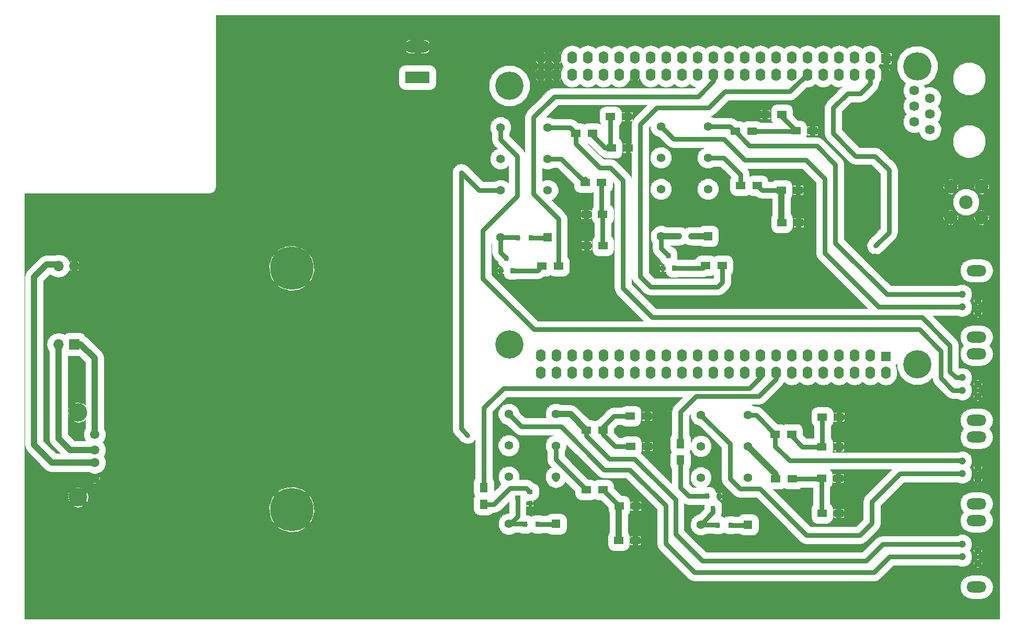
<source format=gbr>
G04 #@! TF.FileFunction,Copper,L2,Bot,Signal*
%FSLAX46Y46*%
G04 Gerber Fmt 4.6, Leading zero omitted, Abs format (unit mm)*
G04 Created by KiCad (PCBNEW 4.0.7-e2-6376~58~ubuntu16.04.1) date Wed Jul 11 08:10:18 2018*
%MOMM*%
%LPD*%
G01*
G04 APERTURE LIST*
%ADD10C,0.100000*%
%ADD11C,1.160000*%
%ADD12O,3.200000X1.800000*%
%ADD13R,1.700000X1.700000*%
%ADD14O,1.700000X1.700000*%
%ADD15R,1.600000X1.600000*%
%ADD16O,1.600000X2.000000*%
%ADD17R,1.400000X1.400000*%
%ADD18C,1.400000*%
%ADD19C,4.572000*%
%ADD20R,3.960000X1.980000*%
%ADD21O,3.960000X1.980000*%
%ADD22C,1.500000*%
%ADD23C,3.000000*%
%ADD24R,0.900000X0.800000*%
%ADD25R,0.800000X0.900000*%
%ADD26C,7.000000*%
%ADD27C,1.590000*%
%ADD28C,2.200000*%
%ADD29R,1.500000X1.300000*%
%ADD30R,1.300000X1.500000*%
%ADD31C,0.600000*%
%ADD32C,0.400000*%
%ADD33C,0.250000*%
%ADD34C,0.800000*%
%ADD35C,1.000000*%
%ADD36C,0.050000*%
G04 APERTURE END LIST*
D10*
D11*
X209786480Y-127010000D03*
X209786480Y-124970000D03*
X212336480Y-125990000D03*
X212336480Y-128030000D03*
D12*
X212136480Y-131880000D03*
X212136480Y-121120000D03*
D13*
X66040000Y-92583000D03*
D14*
X63500000Y-92583000D03*
X66040000Y-79883000D03*
X63500000Y-79883000D03*
D15*
X197457080Y-46253400D03*
D16*
X197457080Y-48893400D03*
X194917080Y-46153400D03*
X194917080Y-48893400D03*
X192377080Y-46153400D03*
X192377080Y-48893400D03*
X189837080Y-46153400D03*
X189837080Y-48893400D03*
X187297080Y-46153400D03*
X187297080Y-48893400D03*
X184757080Y-46153400D03*
X184757080Y-48893400D03*
X182217080Y-46153400D03*
X182217080Y-48893400D03*
X179677080Y-46153400D03*
X179677080Y-48893400D03*
X177137080Y-46153400D03*
X177137080Y-48893400D03*
X174597080Y-46153400D03*
X174597080Y-48893400D03*
X172057080Y-46153400D03*
X172057080Y-48893400D03*
X169517080Y-46153400D03*
X169517080Y-48893400D03*
X166977080Y-46153400D03*
X166977080Y-48893400D03*
X164437080Y-46153400D03*
X164437080Y-48893400D03*
X161897080Y-46153400D03*
X161897080Y-48893400D03*
X159357080Y-46153400D03*
X159357080Y-48893400D03*
X156817080Y-46153400D03*
X156817080Y-48893400D03*
X154277080Y-46153400D03*
X154277080Y-48893400D03*
X151737080Y-46153400D03*
X151737080Y-48893400D03*
X149197080Y-46153400D03*
X149197080Y-48893400D03*
X146657080Y-46153400D03*
X146657080Y-48893400D03*
X144117080Y-46153400D03*
X144117080Y-48893400D03*
X141577080Y-46153400D03*
X141577080Y-48893400D03*
D15*
X197457080Y-94513400D03*
D16*
X197457080Y-97153400D03*
X194917080Y-94413400D03*
X194917080Y-97153400D03*
X192377080Y-94413400D03*
X192377080Y-97153400D03*
X189837080Y-94413400D03*
X189837080Y-97153400D03*
X187297080Y-94413400D03*
X187297080Y-97153400D03*
X184757080Y-94413400D03*
X184757080Y-97153400D03*
X182217080Y-94413400D03*
X182217080Y-97153400D03*
X179677080Y-94413400D03*
X179677080Y-97153400D03*
X177137080Y-94413400D03*
X177137080Y-97153400D03*
X174597080Y-94413400D03*
X174597080Y-97153400D03*
X172057080Y-94413400D03*
X172057080Y-97153400D03*
X169517080Y-94413400D03*
X169517080Y-97153400D03*
X166977080Y-94413400D03*
X166977080Y-97153400D03*
X164437080Y-94413400D03*
X164437080Y-97153400D03*
X161897080Y-94413400D03*
X161897080Y-97153400D03*
X159357080Y-94413400D03*
X159357080Y-97153400D03*
X156817080Y-94413400D03*
X156817080Y-97153400D03*
X154277080Y-94413400D03*
X154277080Y-97153400D03*
X151737080Y-94413400D03*
X151737080Y-97153400D03*
X149197080Y-94413400D03*
X149197080Y-97153400D03*
X146657080Y-94413400D03*
X146657080Y-97153400D03*
X144117080Y-94413400D03*
X144117080Y-97153400D03*
X141577080Y-94413400D03*
X141577080Y-97153400D03*
D17*
X142699820Y-75233060D03*
D18*
X135079820Y-75233060D03*
X142699820Y-62543060D03*
X142699820Y-57453060D03*
X142699820Y-67613060D03*
X135069820Y-62523060D03*
X135069820Y-57443060D03*
X135079820Y-67613060D03*
D19*
X136497080Y-92608400D03*
X202537080Y-95783400D03*
X202537080Y-47523400D03*
X136497080Y-50698400D03*
D20*
X121615200Y-49339500D03*
D21*
X121615200Y-44339500D03*
D22*
X69352160Y-114275120D03*
X69352160Y-111735120D03*
X69352160Y-109705120D03*
X69352160Y-107165120D03*
D23*
X66682160Y-117325120D03*
X66682160Y-103605120D03*
D17*
X144033240Y-121679500D03*
D18*
X136413240Y-121679500D03*
X144033240Y-108989500D03*
X144033240Y-103899500D03*
X144033240Y-114059500D03*
X136403240Y-108969500D03*
X136403240Y-103889500D03*
X136413240Y-114059500D03*
D17*
X175120340Y-121791260D03*
D18*
X167500340Y-121791260D03*
X175120340Y-109101260D03*
X175120340Y-104011260D03*
X175120340Y-114171260D03*
X167490340Y-109081260D03*
X167490340Y-104001260D03*
X167500340Y-114171260D03*
D17*
X168656000Y-75057000D03*
D18*
X161036000Y-75057000D03*
X168656000Y-62367000D03*
X168656000Y-57277000D03*
X168656000Y-67437000D03*
X161026000Y-62347000D03*
X161026000Y-57267000D03*
X161036000Y-67437000D03*
D24*
X139828780Y-116438640D03*
X139828780Y-118338640D03*
X137828780Y-117388640D03*
D25*
X168525000Y-117150000D03*
X170425000Y-117150000D03*
X169475000Y-119150000D03*
X136982240Y-80623920D03*
X135082240Y-80623920D03*
X136032240Y-78623920D03*
X163212820Y-80240380D03*
X161312820Y-80240380D03*
X162262820Y-78240380D03*
D26*
X101242000Y-119335000D03*
X101242000Y-80235000D03*
D27*
X202036480Y-51439240D03*
X204576480Y-52709240D03*
X202036480Y-53979240D03*
X204576480Y-55249240D03*
X202036480Y-56519240D03*
X204576480Y-57789240D03*
D28*
X212949800Y-67025500D03*
X207949800Y-67025500D03*
X207949800Y-72025500D03*
X212949800Y-72025500D03*
X210449800Y-69525500D03*
D25*
X141118300Y-121719340D03*
X139018300Y-121719340D03*
X139947360Y-75303380D03*
X137847360Y-75303380D03*
X172322200Y-121859040D03*
X170222200Y-121859040D03*
X165997600Y-75039220D03*
X163897600Y-75039220D03*
D29*
X151625000Y-116150000D03*
X148925000Y-116150000D03*
X151443680Y-66385440D03*
X148743680Y-66385440D03*
X182276740Y-114388900D03*
X179576740Y-114388900D03*
X176645560Y-66832480D03*
X173945560Y-66832480D03*
X151654500Y-106474260D03*
X148954500Y-106474260D03*
X149940000Y-58369200D03*
X147240000Y-58369200D03*
X182236100Y-107119420D03*
X179536100Y-107119420D03*
X175751480Y-58059320D03*
X173051480Y-58059320D03*
X151611320Y-71526400D03*
X148911320Y-71526400D03*
X187018940Y-114294920D03*
X189718940Y-114294920D03*
X154275800Y-118772940D03*
X156975800Y-118772940D03*
X180539400Y-67589400D03*
X183239400Y-67589400D03*
X151667200Y-76555600D03*
X148967200Y-76555600D03*
X187128160Y-119936260D03*
X189828160Y-119936260D03*
X154191980Y-124360940D03*
X156891980Y-124360940D03*
X180615600Y-72847200D03*
X183315600Y-72847200D03*
X153025000Y-60800000D03*
X155725000Y-60800000D03*
X187166260Y-104353360D03*
X189866260Y-104353360D03*
X182875000Y-57950000D03*
X185575000Y-57950000D03*
X152875000Y-55675000D03*
X155575000Y-55675000D03*
X187090060Y-109153960D03*
X189790060Y-109153960D03*
X156150000Y-109100000D03*
X158850000Y-109100000D03*
X180600000Y-55325000D03*
X177900000Y-55325000D03*
D30*
X132379720Y-115774480D03*
X132379720Y-118474480D03*
X164203380Y-108649780D03*
X164203380Y-111349780D03*
D29*
X144486620Y-79880460D03*
X141786620Y-79880460D03*
X170971200Y-79832200D03*
X168271200Y-79832200D03*
X156079200Y-104175560D03*
X158779200Y-104175560D03*
D11*
X209786480Y-113510000D03*
X209786480Y-111470000D03*
X212336480Y-112490000D03*
X212336480Y-114530000D03*
D12*
X212136480Y-118380000D03*
X212136480Y-107620000D03*
D11*
X209786480Y-86510000D03*
X209786480Y-84470000D03*
X212336480Y-85490000D03*
X212336480Y-87530000D03*
D12*
X212136480Y-91380000D03*
X212136480Y-80620000D03*
D11*
X209786480Y-100010000D03*
X209786480Y-97970000D03*
X212336480Y-98990000D03*
X212336480Y-101030000D03*
D12*
X212136480Y-104880000D03*
X212136480Y-94120000D03*
D31*
X192625000Y-114175000D03*
X183550000Y-65900000D03*
X155625000Y-58425000D03*
X148800000Y-86250000D03*
X194375000Y-59025000D03*
X129750000Y-107300000D03*
X128700000Y-64700000D03*
X195785740Y-76608940D03*
X192841880Y-62082680D03*
D32*
X195675000Y-78000000D02*
X196975000Y-79300000D01*
X200500000Y-82775000D02*
X201325000Y-82775000D01*
X197025000Y-79300000D02*
X200500000Y-82775000D01*
X196975000Y-79300000D02*
X197025000Y-79300000D01*
X196850000Y-78225000D02*
X196850000Y-78175000D01*
X195900000Y-78225000D02*
X196850000Y-78225000D01*
X195675000Y-78000000D02*
X195900000Y-78225000D01*
D33*
X185575000Y-57950000D02*
X186200000Y-57950000D01*
X196850000Y-78175000D02*
X204225000Y-78175000D01*
X204225000Y-78175000D02*
X207949800Y-74450200D01*
X207949800Y-74450200D02*
X207949800Y-72025500D01*
X189718940Y-114294920D02*
X192505080Y-114294920D01*
X192505080Y-114294920D02*
X192625000Y-114175000D01*
X183239400Y-67589400D02*
X183239400Y-66210600D01*
X183239400Y-66210600D02*
X183550000Y-65900000D01*
X155725000Y-60800000D02*
X155725000Y-58525000D01*
X155725000Y-58525000D02*
X155625000Y-58425000D01*
X148967200Y-76555600D02*
X148967200Y-86082800D01*
X148967200Y-86082800D02*
X148800000Y-86250000D01*
X161312820Y-80240380D02*
X160640380Y-80240380D01*
X183315600Y-74459400D02*
X183315600Y-72847200D01*
X181725000Y-76050000D02*
X183315600Y-74459400D01*
X178525000Y-76050000D02*
X181725000Y-76050000D01*
X173850000Y-71375000D02*
X178525000Y-76050000D01*
X162250000Y-71375000D02*
X173850000Y-71375000D01*
X159300000Y-74325000D02*
X162250000Y-71375000D01*
X159300000Y-78900000D02*
X159300000Y-74325000D01*
X160640380Y-80240380D02*
X159300000Y-78900000D01*
D34*
X197457080Y-48793400D02*
X197468400Y-48793400D01*
X197468400Y-48793400D02*
X198400000Y-49725000D01*
D35*
X156975800Y-118772940D02*
X157050740Y-118772940D01*
X165997600Y-75039220D02*
X168638220Y-75039220D01*
X168638220Y-75039220D02*
X168656000Y-75057000D01*
D34*
X172322200Y-121859040D02*
X175052560Y-121859040D01*
X175052560Y-121859040D02*
X175120340Y-121791260D01*
X141118300Y-121719340D02*
X143993400Y-121719340D01*
X143993400Y-121719340D02*
X144033240Y-121679500D01*
X139947360Y-75303380D02*
X142629500Y-75303380D01*
X142629500Y-75303380D02*
X142699820Y-75233060D01*
D35*
X67101720Y-92583000D02*
X66040000Y-92583000D01*
X69352160Y-94833440D02*
X67101720Y-92583000D01*
X69352160Y-107165120D02*
X69352160Y-94833440D01*
X63500000Y-92583000D02*
X63500000Y-107812840D01*
X65392280Y-109705120D02*
X69352160Y-109705120D01*
X63500000Y-107812840D02*
X65392280Y-109705120D01*
X69352160Y-111735120D02*
X62433720Y-111735120D01*
X61559440Y-79674720D02*
X63291720Y-79674720D01*
X59563000Y-81671160D02*
X61559440Y-79674720D01*
X59563000Y-108864400D02*
X59563000Y-81671160D01*
X62433720Y-111735120D02*
X59563000Y-108864400D01*
X63291720Y-79674720D02*
X63500000Y-79883000D01*
D34*
X128686560Y-104416860D02*
X128686560Y-106236560D01*
X128686560Y-106236560D02*
X129750000Y-107300000D01*
X135079820Y-67613060D02*
X131613060Y-67613060D01*
X131613060Y-67613060D02*
X128700000Y-64700000D01*
X128686560Y-64713440D02*
X128686560Y-64761560D01*
X128686560Y-69125000D02*
X128686560Y-64761560D01*
X128700000Y-64700000D02*
X128686560Y-64713440D01*
D35*
X121615200Y-49339500D02*
X122389500Y-49339500D01*
D34*
X128686560Y-101300280D02*
X128686560Y-69125000D01*
X128686560Y-69125000D02*
X128686560Y-67861560D01*
X128686560Y-104416860D02*
X128686560Y-101300280D01*
X128686560Y-67861560D02*
X128686560Y-67558920D01*
D35*
X144033240Y-114059500D02*
X143917200Y-114059500D01*
X144033240Y-114059500D02*
X144033240Y-114327940D01*
D34*
X135079820Y-67613060D02*
X135065380Y-67627500D01*
X132379720Y-118474480D02*
X133960880Y-118474480D01*
X139254780Y-115864640D02*
X139828780Y-116438640D01*
X136570720Y-115864640D02*
X139254780Y-115864640D01*
X133960880Y-118474480D02*
X136570720Y-115864640D01*
X168525000Y-117150000D02*
X165575000Y-117150000D01*
X164203380Y-115778380D02*
X164203380Y-111349780D01*
X165575000Y-117150000D02*
X164203380Y-115778380D01*
X136982240Y-80623920D02*
X141043160Y-80623920D01*
X141043160Y-80623920D02*
X141786620Y-79880460D01*
X163212820Y-80240380D02*
X167863020Y-80240380D01*
X167863020Y-80240380D02*
X168271200Y-79832200D01*
X177137080Y-97053400D02*
X177137080Y-97937920D01*
X177137080Y-97937920D02*
X175375000Y-99700000D01*
X175375000Y-99700000D02*
X135550000Y-99700000D01*
X135550000Y-99700000D02*
X132379720Y-102870280D01*
X132379720Y-102870280D02*
X132379720Y-115774480D01*
X164203380Y-108649780D02*
X164203380Y-103496620D01*
X176875000Y-100950000D02*
X179677080Y-98147920D01*
X166750000Y-100950000D02*
X176875000Y-100950000D01*
X164203380Y-103496620D02*
X166750000Y-100950000D01*
X179677080Y-98147920D02*
X179677080Y-97053400D01*
X144486620Y-79880460D02*
X144486620Y-72311620D01*
X169517080Y-49957920D02*
X169517080Y-48793400D01*
X167050000Y-52425000D02*
X169517080Y-49957920D01*
X143775000Y-52425000D02*
X167050000Y-52425000D01*
X140425000Y-55775000D02*
X143775000Y-52425000D01*
X140425000Y-68250000D02*
X140425000Y-55775000D01*
X144486620Y-72311620D02*
X140425000Y-68250000D01*
X144486620Y-79880460D02*
X144688560Y-79880460D01*
X164700000Y-83250000D02*
X159375000Y-83250000D01*
X157675000Y-56925000D02*
X160350000Y-54250000D01*
X157675000Y-81550000D02*
X157675000Y-56925000D01*
X159375000Y-83250000D02*
X157675000Y-81550000D01*
X170971200Y-79832200D02*
X170971200Y-82503800D01*
X181925480Y-51625000D02*
X184757080Y-48793400D01*
X171375000Y-51625000D02*
X181925480Y-51625000D01*
X168750000Y-54250000D02*
X171375000Y-51625000D01*
X160350000Y-54250000D02*
X168750000Y-54250000D01*
X170225000Y-83250000D02*
X164700000Y-83250000D01*
X170971200Y-82503800D02*
X170225000Y-83250000D01*
X136413240Y-121679500D02*
X136628340Y-121679500D01*
X136628340Y-121679500D02*
X137828780Y-120479060D01*
X137828780Y-120479060D02*
X137828780Y-117388640D01*
X136413240Y-121679500D02*
X138978460Y-121679500D01*
X138978460Y-121679500D02*
X139018300Y-121719340D01*
X135079820Y-75233060D02*
X135079820Y-77671500D01*
X135079820Y-77671500D02*
X136032240Y-78623920D01*
X135079820Y-75233060D02*
X137777040Y-75233060D01*
X137777040Y-75233060D02*
X137847360Y-75303380D01*
X169475000Y-119150000D02*
X169475000Y-119816600D01*
X169475000Y-119816600D02*
X167500340Y-121791260D01*
X167500340Y-121791260D02*
X170154420Y-121791260D01*
X170154420Y-121791260D02*
X170222200Y-121859040D01*
D35*
X161036000Y-75057000D02*
X163879820Y-75057000D01*
X163879820Y-75057000D02*
X163897600Y-75039220D01*
D34*
X161036000Y-75057000D02*
X161036000Y-77013560D01*
X161036000Y-77013560D02*
X162262820Y-78240380D01*
X192841880Y-62082680D02*
X195707680Y-62082680D01*
X197950000Y-74444680D02*
X195785740Y-76608940D01*
X197950000Y-64325000D02*
X197950000Y-74444680D01*
X195707680Y-62082680D02*
X197950000Y-64325000D01*
X192841880Y-62082680D02*
X192582680Y-62082680D01*
X194917080Y-50382920D02*
X194917080Y-48793400D01*
X193350000Y-51950000D02*
X194917080Y-50382920D01*
X191250000Y-51950000D02*
X193350000Y-51950000D01*
X188925000Y-54275000D02*
X191250000Y-51950000D01*
X188925000Y-58425000D02*
X188925000Y-54275000D01*
X192582680Y-62082680D02*
X188925000Y-58425000D01*
X151625000Y-116150000D02*
X151652860Y-116150000D01*
X151652860Y-116150000D02*
X154275800Y-118772940D01*
D35*
X154191980Y-124360940D02*
X154191980Y-118856760D01*
X154191980Y-118856760D02*
X154275800Y-118772940D01*
D34*
X144033240Y-108989500D02*
X144033240Y-111258240D01*
X144033240Y-111258240D02*
X148925000Y-116150000D01*
X151611320Y-71526400D02*
X151611320Y-76499720D01*
X151611320Y-76499720D02*
X151667200Y-76555600D01*
X151443680Y-66385440D02*
X151443680Y-71358760D01*
X151443680Y-71358760D02*
X151611320Y-71526400D01*
X148743680Y-66385440D02*
X148743680Y-65759320D01*
X142699820Y-62543060D02*
X144901300Y-62543060D01*
X144901300Y-62543060D02*
X148743680Y-66385440D01*
X187018940Y-114294920D02*
X187018940Y-119827040D01*
X187018940Y-119827040D02*
X187128160Y-119936260D01*
X182276740Y-114388900D02*
X186924960Y-114388900D01*
X186924960Y-114388900D02*
X187018940Y-114294920D01*
D35*
X187018940Y-119827040D02*
X187128160Y-119936260D01*
X186924960Y-114388900D02*
X187018940Y-114294920D01*
X179576740Y-114388900D02*
X179576740Y-113557660D01*
X179576740Y-113557660D02*
X175120340Y-109101260D01*
D34*
X175120340Y-109101260D02*
X175166660Y-109101260D01*
X180539400Y-67589400D02*
X177402480Y-67589400D01*
X177402480Y-67589400D02*
X176645560Y-66832480D01*
D35*
X180539400Y-67589400D02*
X180539400Y-72771000D01*
X180539400Y-72771000D02*
X180615600Y-72847200D01*
D34*
X173945560Y-66832480D02*
X173945560Y-65055760D01*
X171256800Y-62367000D02*
X168656000Y-62367000D01*
X173945560Y-65055760D02*
X171256800Y-62367000D01*
X151654500Y-106474260D02*
X151654500Y-107129500D01*
X153625000Y-109100000D02*
X156150000Y-109100000D01*
X151654500Y-107129500D02*
X153625000Y-109100000D01*
X151654500Y-106474260D02*
X151654500Y-105995500D01*
X151654500Y-105995500D02*
X153474440Y-104175560D01*
X153474440Y-104175560D02*
X156079200Y-104175560D01*
X148954500Y-106474260D02*
X148954500Y-107404500D01*
X163400000Y-117775000D02*
X163400000Y-123325000D01*
X156750000Y-111125000D02*
X163400000Y-117775000D01*
X152675000Y-111125000D02*
X156750000Y-111125000D01*
X148954500Y-107404500D02*
X152675000Y-111125000D01*
X209786480Y-124970000D02*
X196955000Y-124970000D01*
X196955000Y-124970000D02*
X194250000Y-127675000D01*
X194250000Y-127675000D02*
X167750000Y-127675000D01*
X167750000Y-127675000D02*
X163400000Y-123325000D01*
D35*
X144033240Y-103899500D02*
X146379740Y-103899500D01*
X146379740Y-103899500D02*
X148954500Y-106474260D01*
D34*
X152875000Y-55675000D02*
X152875000Y-60650000D01*
X152875000Y-60650000D02*
X153025000Y-60800000D01*
X149940000Y-58369200D02*
X149940000Y-58740000D01*
X149940000Y-58740000D02*
X152000000Y-60800000D01*
X152000000Y-60800000D02*
X153025000Y-60800000D01*
X163725000Y-88175000D02*
X159650000Y-88175000D01*
X154900000Y-66000000D02*
X152875000Y-63975000D01*
X154900000Y-83425000D02*
X154900000Y-66000000D01*
X159650000Y-88175000D02*
X154900000Y-83425000D01*
X152875000Y-63975000D02*
X151125000Y-63975000D01*
X147240000Y-60090000D02*
X147240000Y-58369200D01*
X151125000Y-63975000D02*
X147240000Y-60090000D01*
X209786480Y-97970000D02*
X208820000Y-97970000D01*
X203275000Y-88175000D02*
X163725000Y-88175000D01*
X207825000Y-92725000D02*
X203275000Y-88175000D01*
X207825000Y-96975000D02*
X207825000Y-92725000D01*
X208820000Y-97970000D02*
X207825000Y-96975000D01*
X142699820Y-57453060D02*
X146323860Y-57453060D01*
X146323860Y-57453060D02*
X147240000Y-58369200D01*
X182236100Y-107119420D02*
X182236100Y-107436100D01*
X182236100Y-107436100D02*
X183953960Y-109153960D01*
X183953960Y-109153960D02*
X187090060Y-109153960D01*
X187166260Y-104353360D02*
X187166260Y-109077760D01*
X187166260Y-109077760D02*
X187090060Y-109153960D01*
D35*
X187166260Y-109077760D02*
X187090060Y-109153960D01*
D34*
X179536100Y-107119420D02*
X179536100Y-109111100D01*
X181850000Y-111425000D02*
X209741480Y-111425000D01*
X179536100Y-109111100D02*
X181850000Y-111425000D01*
X209741480Y-111425000D02*
X209786480Y-111470000D01*
X175120340Y-104011260D02*
X176427940Y-104011260D01*
X176427940Y-104011260D02*
X179536100Y-107119420D01*
X180600000Y-55325000D02*
X180600000Y-55675000D01*
X180600000Y-55675000D02*
X182875000Y-57950000D01*
X175751480Y-58059320D02*
X182765680Y-58059320D01*
X182765680Y-58059320D02*
X182875000Y-57950000D01*
X175695600Y-58003440D02*
X175751480Y-58059320D01*
X189287500Y-63437500D02*
X189287500Y-76162500D01*
X197595000Y-84470000D02*
X209786480Y-84470000D01*
X189287500Y-76162500D02*
X197595000Y-84470000D01*
X175392160Y-60400000D02*
X173051480Y-58059320D01*
X186250000Y-60400000D02*
X175392160Y-60400000D01*
X189287500Y-63437500D02*
X186250000Y-60400000D01*
X168656000Y-57277000D02*
X172269160Y-57277000D01*
X172269160Y-57277000D02*
X173051480Y-58059320D01*
X161800000Y-120975000D02*
X161800000Y-118700000D01*
X138413740Y-105900000D02*
X136403240Y-103889500D01*
X144850000Y-105900000D02*
X138413740Y-105900000D01*
X151825000Y-112875000D02*
X144850000Y-105900000D01*
X155975000Y-112875000D02*
X151825000Y-112875000D01*
X161800000Y-118700000D02*
X155975000Y-112875000D01*
X161800000Y-124825000D02*
X161800000Y-120975000D01*
X209786480Y-127010000D02*
X198040000Y-127010000D01*
X166500000Y-129525000D02*
X161800000Y-124825000D01*
X195525000Y-129525000D02*
X166500000Y-129525000D01*
X198040000Y-127010000D02*
X195525000Y-129525000D01*
X136403240Y-103889500D02*
X136556440Y-103889500D01*
X135069820Y-57443060D02*
X135069820Y-59419820D01*
X202875000Y-90175000D02*
X206375000Y-93675000D01*
X140475000Y-90175000D02*
X202875000Y-90175000D01*
X132200000Y-81900000D02*
X140475000Y-90175000D01*
X132200000Y-74175000D02*
X132200000Y-81900000D01*
X137800000Y-68575000D02*
X132200000Y-74175000D01*
X137800000Y-62150000D02*
X137800000Y-68575000D01*
X135069820Y-59419820D02*
X137800000Y-62150000D01*
X209786480Y-100010000D02*
X208335000Y-100010000D01*
X208335000Y-100010000D02*
X206375000Y-98050000D01*
X206375000Y-98050000D02*
X206375000Y-93675000D01*
X135069820Y-57443060D02*
X135069820Y-57505840D01*
X209786480Y-113510000D02*
X199740000Y-113510000D01*
X172200000Y-108710920D02*
X167490340Y-104001260D01*
X172200000Y-114350000D02*
X172200000Y-108710920D01*
X173850000Y-116000000D02*
X172200000Y-114350000D01*
X177100000Y-116000000D02*
X173850000Y-116000000D01*
X184625000Y-123525000D02*
X177100000Y-116000000D01*
X193200000Y-123525000D02*
X184625000Y-123525000D01*
X195200000Y-121525000D02*
X193200000Y-123525000D01*
X195200000Y-118050000D02*
X195200000Y-121525000D01*
X199740000Y-113510000D02*
X195200000Y-118050000D01*
X209786480Y-86510000D02*
X196260000Y-86510000D01*
X187550000Y-77800000D02*
X187550000Y-65750000D01*
X196260000Y-86510000D02*
X187550000Y-77800000D01*
X163109000Y-59350000D02*
X161026000Y-57267000D01*
X171200000Y-59350000D02*
X163109000Y-59350000D01*
X174575000Y-62725000D02*
X171200000Y-59350000D01*
X184525000Y-62725000D02*
X174575000Y-62725000D01*
X187550000Y-65750000D02*
X184525000Y-62725000D01*
X136403240Y-108969500D02*
X136619500Y-108969500D01*
X167490340Y-109081260D02*
X167490340Y-109115340D01*
D36*
G36*
X215826480Y-137030280D02*
X88008529Y-137030280D01*
X87995760Y-137027740D01*
X58011240Y-137027740D01*
X58011240Y-131880000D01*
X209460053Y-131880000D01*
X209606585Y-132616666D01*
X210023872Y-133241181D01*
X210648387Y-133658468D01*
X211385053Y-133805000D01*
X212887907Y-133805000D01*
X213624573Y-133658468D01*
X214249088Y-133241181D01*
X214666375Y-132616666D01*
X214812907Y-131880000D01*
X214666375Y-131143334D01*
X214249088Y-130518819D01*
X213624573Y-130101532D01*
X212887907Y-129955000D01*
X211385053Y-129955000D01*
X210648387Y-130101532D01*
X210023872Y-130518819D01*
X209606585Y-131143334D01*
X209460053Y-131880000D01*
X58011240Y-131880000D01*
X58011240Y-122240399D01*
X99008352Y-122240399D01*
X99471834Y-122579543D01*
X100848213Y-123009980D01*
X102284542Y-122880935D01*
X103012166Y-122579543D01*
X103475648Y-122240399D01*
X101242000Y-120006751D01*
X99008352Y-122240399D01*
X58011240Y-122240399D01*
X58011240Y-118760292D01*
X65918739Y-118760292D01*
X66133459Y-118888460D01*
X66773491Y-118979437D01*
X66965655Y-118941213D01*
X97567020Y-118941213D01*
X97696065Y-120377542D01*
X97997457Y-121105166D01*
X98336601Y-121568648D01*
X100570249Y-119335000D01*
X101913751Y-119335000D01*
X104147399Y-121568648D01*
X104486543Y-121105166D01*
X104916980Y-119728787D01*
X104787935Y-118292458D01*
X104486543Y-117564834D01*
X104147399Y-117101352D01*
X101913751Y-119335000D01*
X100570249Y-119335000D01*
X98336601Y-117101352D01*
X97997457Y-117564834D01*
X97567020Y-118941213D01*
X66965655Y-118941213D01*
X67230861Y-118888460D01*
X67445581Y-118760292D01*
X66682160Y-117996871D01*
X65918739Y-118760292D01*
X58011240Y-118760292D01*
X58011240Y-117416451D01*
X65027843Y-117416451D01*
X65118820Y-117873821D01*
X65246988Y-118088541D01*
X66010409Y-117325120D01*
X67353911Y-117325120D01*
X68117332Y-118088541D01*
X68245500Y-117873821D01*
X68336477Y-117233789D01*
X68245500Y-116776419D01*
X68117332Y-116561699D01*
X67353911Y-117325120D01*
X66010409Y-117325120D01*
X65246988Y-116561699D01*
X65118820Y-116776419D01*
X65027843Y-117416451D01*
X58011240Y-117416451D01*
X58011240Y-115889948D01*
X65918739Y-115889948D01*
X66682160Y-116653369D01*
X66905928Y-116429601D01*
X99008352Y-116429601D01*
X101242000Y-118663249D01*
X103475648Y-116429601D01*
X103012166Y-116090457D01*
X101635787Y-115660020D01*
X100199458Y-115789065D01*
X99471834Y-116090457D01*
X99008352Y-116429601D01*
X66905928Y-116429601D01*
X67445581Y-115889948D01*
X67230861Y-115761780D01*
X66590829Y-115670803D01*
X66133459Y-115761780D01*
X65918739Y-115889948D01*
X58011240Y-115889948D01*
X58011240Y-115088240D01*
X69069370Y-115088240D01*
X69179728Y-115150440D01*
X69524592Y-115150440D01*
X69634950Y-115088240D01*
X69352160Y-114805450D01*
X69069370Y-115088240D01*
X58011240Y-115088240D01*
X58011240Y-114102688D01*
X68476840Y-114102688D01*
X68476840Y-114447552D01*
X68539040Y-114557910D01*
X68821830Y-114275120D01*
X69882490Y-114275120D01*
X70165280Y-114557910D01*
X70227480Y-114447552D01*
X70227480Y-114102688D01*
X70165280Y-113992330D01*
X69882490Y-114275120D01*
X68821830Y-114275120D01*
X68539040Y-113992330D01*
X68476840Y-114102688D01*
X58011240Y-114102688D01*
X58011240Y-81671160D01*
X58038000Y-81671160D01*
X58038000Y-108864400D01*
X58154084Y-109447992D01*
X58484662Y-109942738D01*
X61355382Y-112813458D01*
X61850128Y-113144036D01*
X62433720Y-113260120D01*
X68396220Y-113260120D01*
X68997542Y-113509811D01*
X69117285Y-113509915D01*
X69352160Y-113744790D01*
X69586625Y-113510325D01*
X69703680Y-113510427D01*
X70356303Y-113240769D01*
X70856054Y-112741889D01*
X71126851Y-112089738D01*
X71127467Y-111383600D01*
X70857809Y-110730977D01*
X70847389Y-110720539D01*
X70856054Y-110711889D01*
X71126851Y-110059738D01*
X71127467Y-109353600D01*
X70857809Y-108700977D01*
X70592389Y-108435094D01*
X70856054Y-108171889D01*
X71126851Y-107519738D01*
X71127467Y-106813600D01*
X70877160Y-106207810D01*
X70877160Y-94833440D01*
X70761076Y-94249848D01*
X70430498Y-93755102D01*
X68180058Y-91504662D01*
X67795944Y-91248006D01*
X67639121Y-91004296D01*
X67296595Y-90770258D01*
X66890000Y-90687920D01*
X65190000Y-90687920D01*
X64810158Y-90759392D01*
X64461296Y-90983879D01*
X64458865Y-90987436D01*
X64254264Y-90850726D01*
X63536733Y-90708000D01*
X63463267Y-90708000D01*
X62745736Y-90850726D01*
X62137442Y-91257175D01*
X61730993Y-91865469D01*
X61588267Y-92583000D01*
X61730993Y-93300531D01*
X61975000Y-93665713D01*
X61975000Y-107812840D01*
X62091084Y-108396432D01*
X62421662Y-108891178D01*
X63740604Y-110210120D01*
X63065396Y-110210120D01*
X61088000Y-108232724D01*
X61088000Y-83140399D01*
X99008352Y-83140399D01*
X99471834Y-83479543D01*
X100848213Y-83909980D01*
X102284542Y-83780935D01*
X103012166Y-83479543D01*
X103475648Y-83140399D01*
X101242000Y-80906751D01*
X99008352Y-83140399D01*
X61088000Y-83140399D01*
X61088000Y-82302836D01*
X62164159Y-81226677D01*
X62745736Y-81615274D01*
X63463267Y-81758000D01*
X63536733Y-81758000D01*
X64254264Y-81615274D01*
X64862558Y-81208825D01*
X65269007Y-80600531D01*
X65290785Y-80491044D01*
X65482953Y-80683262D01*
X65615000Y-80729301D01*
X65615000Y-80308000D01*
X66465000Y-80308000D01*
X66465000Y-80729301D01*
X66597047Y-80683262D01*
X66840208Y-80440038D01*
X66882638Y-80308000D01*
X66465000Y-80308000D01*
X65615000Y-80308000D01*
X65545000Y-80308000D01*
X65545000Y-79841213D01*
X97567020Y-79841213D01*
X97696065Y-81277542D01*
X97997457Y-82005166D01*
X98336601Y-82468648D01*
X100570249Y-80235000D01*
X101913751Y-80235000D01*
X104147399Y-82468648D01*
X104486543Y-82005166D01*
X104916980Y-80628787D01*
X104787935Y-79192458D01*
X104486543Y-78464834D01*
X104147399Y-78001352D01*
X101913751Y-80235000D01*
X100570249Y-80235000D01*
X98336601Y-78001352D01*
X97997457Y-78464834D01*
X97567020Y-79841213D01*
X65545000Y-79841213D01*
X65545000Y-79458000D01*
X65615000Y-79458000D01*
X66465000Y-79458000D01*
X66882638Y-79458000D01*
X66840208Y-79325962D01*
X66597047Y-79082738D01*
X66465000Y-79036699D01*
X66465000Y-79458000D01*
X65615000Y-79458000D01*
X65615000Y-79036699D01*
X65482953Y-79082738D01*
X65290785Y-79274956D01*
X65269007Y-79165469D01*
X64862558Y-78557175D01*
X64254264Y-78150726D01*
X63536733Y-78008000D01*
X63463267Y-78008000D01*
X62750793Y-78149720D01*
X61559445Y-78149720D01*
X61559440Y-78149719D01*
X60975848Y-78265804D01*
X60481102Y-78596382D01*
X58484662Y-80592822D01*
X58154084Y-81087568D01*
X58038000Y-81671160D01*
X58011240Y-81671160D01*
X58011240Y-77329601D01*
X99008352Y-77329601D01*
X101242000Y-79563249D01*
X103475648Y-77329601D01*
X103012166Y-76990457D01*
X101635787Y-76560020D01*
X100199458Y-76689065D01*
X99471834Y-76990457D01*
X99008352Y-77329601D01*
X58011240Y-77329601D01*
X58011240Y-68091220D01*
X87934800Y-68091220D01*
X88355752Y-68007487D01*
X88712617Y-67769037D01*
X88951067Y-67412172D01*
X89034800Y-66991220D01*
X89034800Y-64713440D01*
X127261560Y-64713440D01*
X127261560Y-106236560D01*
X127370032Y-106781884D01*
X127678933Y-107244187D01*
X128742373Y-108307627D01*
X129204676Y-108616528D01*
X129750000Y-108725000D01*
X130295323Y-108616528D01*
X130757627Y-108307627D01*
X130954720Y-108012656D01*
X130954720Y-114343115D01*
X130766978Y-114617885D01*
X130684640Y-115024480D01*
X130684640Y-116524480D01*
X130756112Y-116904322D01*
X130898433Y-117125494D01*
X130766978Y-117317885D01*
X130684640Y-117724480D01*
X130684640Y-119224480D01*
X130756112Y-119604322D01*
X130980599Y-119953184D01*
X131323125Y-120187222D01*
X131729720Y-120269560D01*
X133029720Y-120269560D01*
X133409562Y-120198088D01*
X133758424Y-119973601D01*
X133809069Y-119899480D01*
X133960880Y-119899480D01*
X134506204Y-119791008D01*
X134968507Y-119482107D01*
X136385687Y-118064927D01*
X136403780Y-118161084D01*
X136403780Y-119888806D01*
X136338152Y-119954434D01*
X136071622Y-119954201D01*
X135437382Y-120216263D01*
X134951709Y-120701090D01*
X134688540Y-121334871D01*
X134687941Y-122021118D01*
X134950003Y-122655358D01*
X135434830Y-123141031D01*
X136068611Y-123404200D01*
X136754858Y-123404799D01*
X137389098Y-123142737D01*
X137427402Y-123104500D01*
X138171337Y-123104500D01*
X138211705Y-123132082D01*
X138618300Y-123214420D01*
X139418300Y-123214420D01*
X139798142Y-123142948D01*
X140070814Y-122967488D01*
X140311705Y-123132082D01*
X140718300Y-123214420D01*
X141518300Y-123214420D01*
X141890744Y-123144340D01*
X142637006Y-123144340D01*
X142926645Y-123342242D01*
X143333240Y-123424580D01*
X144733240Y-123424580D01*
X145113082Y-123353108D01*
X145461944Y-123128621D01*
X145695982Y-122786095D01*
X145778320Y-122379500D01*
X145778320Y-120979500D01*
X145706848Y-120599658D01*
X145482361Y-120250796D01*
X145139835Y-120016758D01*
X144733240Y-119934420D01*
X143333240Y-119934420D01*
X142953398Y-120005892D01*
X142604536Y-120230379D01*
X142560833Y-120294340D01*
X141864364Y-120294340D01*
X141518300Y-120224260D01*
X140718300Y-120224260D01*
X140338458Y-120295732D01*
X140065786Y-120471192D01*
X139824895Y-120306598D01*
X139418300Y-120224260D01*
X139253780Y-120224260D01*
X139253780Y-118763504D01*
X139272810Y-118809447D01*
X139307973Y-118844610D01*
X139353916Y-118863640D01*
X139572530Y-118863640D01*
X139603780Y-118832390D01*
X139603780Y-118538640D01*
X140053780Y-118538640D01*
X140053780Y-118832390D01*
X140085030Y-118863640D01*
X140303644Y-118863640D01*
X140349587Y-118844610D01*
X140384750Y-118809447D01*
X140403780Y-118763504D01*
X140403780Y-118569890D01*
X140372530Y-118538640D01*
X140053780Y-118538640D01*
X139603780Y-118538640D01*
X139285030Y-118538640D01*
X139253780Y-118569890D01*
X139253780Y-118134704D01*
X139258380Y-118111990D01*
X139285030Y-118138640D01*
X139603780Y-118138640D01*
X139603780Y-117938640D01*
X140053780Y-117938640D01*
X140053780Y-118138640D01*
X140372530Y-118138640D01*
X140403780Y-118107390D01*
X140403780Y-117913776D01*
X140384750Y-117867833D01*
X140381339Y-117864422D01*
X140658622Y-117812248D01*
X141007484Y-117587761D01*
X141241522Y-117245235D01*
X141323860Y-116838640D01*
X141323860Y-116038640D01*
X141252388Y-115658798D01*
X141027901Y-115309936D01*
X140685375Y-115075898D01*
X140429470Y-115024076D01*
X140262407Y-114857013D01*
X139800104Y-114548112D01*
X139254780Y-114439640D01*
X138123195Y-114439640D01*
X138137940Y-114404129D01*
X138138539Y-113717882D01*
X137876477Y-113083642D01*
X137391650Y-112597969D01*
X136757869Y-112334800D01*
X136071622Y-112334201D01*
X135437382Y-112596263D01*
X134951709Y-113081090D01*
X134688540Y-113714871D01*
X134687941Y-114401118D01*
X134950003Y-115035358D01*
X135167186Y-115252920D01*
X134074800Y-116345306D01*
X134074800Y-115024480D01*
X134003328Y-114644638D01*
X133804720Y-114335993D01*
X133804720Y-109311118D01*
X134677941Y-109311118D01*
X134940003Y-109945358D01*
X135424830Y-110431031D01*
X136058611Y-110694200D01*
X136744858Y-110694799D01*
X137379098Y-110432737D01*
X137864771Y-109947910D01*
X138127940Y-109314129D01*
X138128539Y-108627882D01*
X137866477Y-107993642D01*
X137381650Y-107507969D01*
X136747869Y-107244800D01*
X136061622Y-107244201D01*
X135427382Y-107506263D01*
X134941709Y-107991090D01*
X134678540Y-108624871D01*
X134677941Y-109311118D01*
X133804720Y-109311118D01*
X133804720Y-103460534D01*
X136140254Y-101125000D01*
X164559746Y-101125000D01*
X163195753Y-102488993D01*
X162886852Y-102951296D01*
X162778380Y-103496620D01*
X162778380Y-107218415D01*
X162590638Y-107493185D01*
X162508300Y-107899780D01*
X162508300Y-109399780D01*
X162579772Y-109779622D01*
X162722093Y-110000794D01*
X162590638Y-110193185D01*
X162508300Y-110599780D01*
X162508300Y-112099780D01*
X162579772Y-112479622D01*
X162778380Y-112788267D01*
X162778380Y-115138126D01*
X157835995Y-110195741D01*
X157862742Y-110156595D01*
X157945080Y-109750000D01*
X157945080Y-109456250D01*
X157975000Y-109456250D01*
X157975000Y-109774864D01*
X157994030Y-109820807D01*
X158029193Y-109855970D01*
X158075136Y-109875000D01*
X158443750Y-109875000D01*
X158475000Y-109843750D01*
X158475000Y-109425000D01*
X159225000Y-109425000D01*
X159225000Y-109843750D01*
X159256250Y-109875000D01*
X159624864Y-109875000D01*
X159670807Y-109855970D01*
X159705970Y-109820807D01*
X159725000Y-109774864D01*
X159725000Y-109456250D01*
X159693750Y-109425000D01*
X159225000Y-109425000D01*
X158475000Y-109425000D01*
X158006250Y-109425000D01*
X157975000Y-109456250D01*
X157945080Y-109456250D01*
X157945080Y-108450000D01*
X157940402Y-108425136D01*
X157975000Y-108425136D01*
X157975000Y-108743750D01*
X158006250Y-108775000D01*
X158475000Y-108775000D01*
X158475000Y-108356250D01*
X159225000Y-108356250D01*
X159225000Y-108775000D01*
X159693750Y-108775000D01*
X159725000Y-108743750D01*
X159725000Y-108425136D01*
X159705970Y-108379193D01*
X159670807Y-108344030D01*
X159624864Y-108325000D01*
X159256250Y-108325000D01*
X159225000Y-108356250D01*
X158475000Y-108356250D01*
X158443750Y-108325000D01*
X158075136Y-108325000D01*
X158029193Y-108344030D01*
X157994030Y-108379193D01*
X157975000Y-108425136D01*
X157940402Y-108425136D01*
X157873608Y-108070158D01*
X157649121Y-107721296D01*
X157306595Y-107487258D01*
X156900000Y-107404920D01*
X155400000Y-107404920D01*
X155020158Y-107476392D01*
X154711513Y-107675000D01*
X154215254Y-107675000D01*
X153449580Y-106909326D01*
X153449580Y-106215674D01*
X154064694Y-105600560D01*
X154647835Y-105600560D01*
X154922605Y-105788302D01*
X155329200Y-105870640D01*
X156829200Y-105870640D01*
X157209042Y-105799168D01*
X157557904Y-105574681D01*
X157791942Y-105232155D01*
X157874280Y-104825560D01*
X157874280Y-104531810D01*
X157904200Y-104531810D01*
X157904200Y-104850424D01*
X157923230Y-104896367D01*
X157958393Y-104931530D01*
X158004336Y-104950560D01*
X158372950Y-104950560D01*
X158404200Y-104919310D01*
X158404200Y-104500560D01*
X159154200Y-104500560D01*
X159154200Y-104919310D01*
X159185450Y-104950560D01*
X159554064Y-104950560D01*
X159600007Y-104931530D01*
X159635170Y-104896367D01*
X159654200Y-104850424D01*
X159654200Y-104531810D01*
X159622950Y-104500560D01*
X159154200Y-104500560D01*
X158404200Y-104500560D01*
X157935450Y-104500560D01*
X157904200Y-104531810D01*
X157874280Y-104531810D01*
X157874280Y-103525560D01*
X157869602Y-103500696D01*
X157904200Y-103500696D01*
X157904200Y-103819310D01*
X157935450Y-103850560D01*
X158404200Y-103850560D01*
X158404200Y-103431810D01*
X159154200Y-103431810D01*
X159154200Y-103850560D01*
X159622950Y-103850560D01*
X159654200Y-103819310D01*
X159654200Y-103500696D01*
X159635170Y-103454753D01*
X159600007Y-103419590D01*
X159554064Y-103400560D01*
X159185450Y-103400560D01*
X159154200Y-103431810D01*
X158404200Y-103431810D01*
X158372950Y-103400560D01*
X158004336Y-103400560D01*
X157958393Y-103419590D01*
X157923230Y-103454753D01*
X157904200Y-103500696D01*
X157869602Y-103500696D01*
X157802808Y-103145718D01*
X157578321Y-102796856D01*
X157235795Y-102562818D01*
X156829200Y-102480480D01*
X155329200Y-102480480D01*
X154949358Y-102551952D01*
X154640713Y-102750560D01*
X153474440Y-102750560D01*
X152929116Y-102859032D01*
X152567985Y-103100332D01*
X152466813Y-103167933D01*
X150844224Y-104790522D01*
X150524658Y-104850652D01*
X150303486Y-104992973D01*
X150111095Y-104861518D01*
X149704500Y-104779180D01*
X149416095Y-104779180D01*
X147458078Y-102821162D01*
X146963332Y-102490584D01*
X146379740Y-102374500D01*
X144858800Y-102374500D01*
X144377869Y-102174800D01*
X143691622Y-102174201D01*
X143057382Y-102436263D01*
X142571709Y-102921090D01*
X142308540Y-103554871D01*
X142307941Y-104241118D01*
X142404579Y-104475000D01*
X139003994Y-104475000D01*
X138128494Y-103599500D01*
X138128539Y-103547882D01*
X137866477Y-102913642D01*
X137381650Y-102427969D01*
X136747869Y-102164800D01*
X136061622Y-102164201D01*
X135427382Y-102426263D01*
X134941709Y-102911090D01*
X134678540Y-103544871D01*
X134677941Y-104231118D01*
X134940003Y-104865358D01*
X135424830Y-105351031D01*
X136058611Y-105614200D01*
X136112733Y-105614247D01*
X137406113Y-106907627D01*
X137868416Y-107216528D01*
X138413740Y-107325000D01*
X143544477Y-107325000D01*
X143057382Y-107526263D01*
X142571709Y-108011090D01*
X142308540Y-108644871D01*
X142307941Y-109331118D01*
X142570003Y-109965358D01*
X142608240Y-110003662D01*
X142608240Y-111258240D01*
X142716712Y-111803564D01*
X143025613Y-112265867D01*
X143268696Y-112508950D01*
X143057382Y-112596263D01*
X142571709Y-113081090D01*
X142308540Y-113714871D01*
X142307941Y-114401118D01*
X142570003Y-115035358D01*
X143054830Y-115521031D01*
X143244532Y-115599802D01*
X143449648Y-115736856D01*
X144033240Y-115852940D01*
X144616832Y-115736856D01*
X144820915Y-115600493D01*
X145009098Y-115522737D01*
X145494771Y-115037910D01*
X145583639Y-114823893D01*
X147129920Y-116370174D01*
X147129920Y-116800000D01*
X147201392Y-117179842D01*
X147425879Y-117528704D01*
X147768405Y-117762742D01*
X148175000Y-117845080D01*
X149675000Y-117845080D01*
X150054842Y-117773608D01*
X150276014Y-117631287D01*
X150468405Y-117762742D01*
X150875000Y-117845080D01*
X151332686Y-117845080D01*
X152480720Y-118993114D01*
X152480720Y-119422940D01*
X152552192Y-119802782D01*
X152666980Y-119981167D01*
X152666980Y-123029575D01*
X152479238Y-123304345D01*
X152396900Y-123710940D01*
X152396900Y-125010940D01*
X152468372Y-125390782D01*
X152692859Y-125739644D01*
X153035385Y-125973682D01*
X153441980Y-126056020D01*
X154941980Y-126056020D01*
X155321822Y-125984548D01*
X155670684Y-125760061D01*
X155904722Y-125417535D01*
X155987060Y-125010940D01*
X155987060Y-124717190D01*
X156016980Y-124717190D01*
X156016980Y-125035804D01*
X156036010Y-125081747D01*
X156071173Y-125116910D01*
X156117116Y-125135940D01*
X156485730Y-125135940D01*
X156516980Y-125104690D01*
X156516980Y-124685940D01*
X157266980Y-124685940D01*
X157266980Y-125104690D01*
X157298230Y-125135940D01*
X157666844Y-125135940D01*
X157712787Y-125116910D01*
X157747950Y-125081747D01*
X157766980Y-125035804D01*
X157766980Y-124717190D01*
X157735730Y-124685940D01*
X157266980Y-124685940D01*
X156516980Y-124685940D01*
X156048230Y-124685940D01*
X156016980Y-124717190D01*
X155987060Y-124717190D01*
X155987060Y-123710940D01*
X155982382Y-123686076D01*
X156016980Y-123686076D01*
X156016980Y-124004690D01*
X156048230Y-124035940D01*
X156516980Y-124035940D01*
X156516980Y-123617190D01*
X157266980Y-123617190D01*
X157266980Y-124035940D01*
X157735730Y-124035940D01*
X157766980Y-124004690D01*
X157766980Y-123686076D01*
X157747950Y-123640133D01*
X157712787Y-123604970D01*
X157666844Y-123585940D01*
X157298230Y-123585940D01*
X157266980Y-123617190D01*
X156516980Y-123617190D01*
X156485730Y-123585940D01*
X156117116Y-123585940D01*
X156071173Y-123604970D01*
X156036010Y-123640133D01*
X156016980Y-123686076D01*
X155982382Y-123686076D01*
X155915588Y-123331098D01*
X155716980Y-123022453D01*
X155716980Y-120196207D01*
X155754504Y-120172061D01*
X155988542Y-119829535D01*
X156070880Y-119422940D01*
X156070880Y-119129190D01*
X156100800Y-119129190D01*
X156100800Y-119447804D01*
X156119830Y-119493747D01*
X156154993Y-119528910D01*
X156200936Y-119547940D01*
X156569550Y-119547940D01*
X156600800Y-119516690D01*
X156600800Y-119097940D01*
X157350800Y-119097940D01*
X157350800Y-119516690D01*
X157382050Y-119547940D01*
X157750664Y-119547940D01*
X157796607Y-119528910D01*
X157831770Y-119493747D01*
X157850800Y-119447804D01*
X157850800Y-119129190D01*
X157819550Y-119097940D01*
X157350800Y-119097940D01*
X156600800Y-119097940D01*
X156132050Y-119097940D01*
X156100800Y-119129190D01*
X156070880Y-119129190D01*
X156070880Y-118122940D01*
X156066202Y-118098076D01*
X156100800Y-118098076D01*
X156100800Y-118416690D01*
X156132050Y-118447940D01*
X156600800Y-118447940D01*
X156600800Y-118029190D01*
X157350800Y-118029190D01*
X157350800Y-118447940D01*
X157819550Y-118447940D01*
X157850800Y-118416690D01*
X157850800Y-118098076D01*
X157831770Y-118052133D01*
X157796607Y-118016970D01*
X157750664Y-117997940D01*
X157382050Y-117997940D01*
X157350800Y-118029190D01*
X156600800Y-118029190D01*
X156569550Y-117997940D01*
X156200936Y-117997940D01*
X156154993Y-118016970D01*
X156119830Y-118052133D01*
X156100800Y-118098076D01*
X156066202Y-118098076D01*
X155999408Y-117743098D01*
X155774921Y-117394236D01*
X155432395Y-117160198D01*
X155025800Y-117077860D01*
X154595974Y-117077860D01*
X153420080Y-115901966D01*
X153420080Y-115500000D01*
X153348608Y-115120158D01*
X153124121Y-114771296D01*
X152781595Y-114537258D01*
X152375000Y-114454920D01*
X150875000Y-114454920D01*
X150495158Y-114526392D01*
X150273986Y-114668713D01*
X150081595Y-114537258D01*
X149675000Y-114454920D01*
X149245174Y-114454920D01*
X145458240Y-110667986D01*
X145458240Y-110004377D01*
X145494771Y-109967910D01*
X145757940Y-109334129D01*
X145758386Y-108823640D01*
X150817373Y-113882627D01*
X151279676Y-114191528D01*
X151825000Y-114300000D01*
X155384746Y-114300000D01*
X160375000Y-119290254D01*
X160375000Y-124825000D01*
X160483472Y-125370324D01*
X160792373Y-125832627D01*
X165492373Y-130532627D01*
X165954676Y-130841528D01*
X166500000Y-130950000D01*
X195525000Y-130950000D01*
X196070324Y-130841528D01*
X196532627Y-130532627D01*
X198389375Y-128675879D01*
X212100723Y-128675879D01*
X212184499Y-128732561D01*
X212464927Y-128737242D01*
X212488461Y-128732561D01*
X212572237Y-128675879D01*
X212336480Y-128440122D01*
X212100723Y-128675879D01*
X198389375Y-128675879D01*
X198630254Y-128435000D01*
X209033008Y-128435000D01*
X209465825Y-128614721D01*
X210104334Y-128615278D01*
X210694452Y-128371446D01*
X210907823Y-128158447D01*
X211629238Y-128158447D01*
X211633919Y-128181981D01*
X211690601Y-128265757D01*
X211926358Y-128030000D01*
X212746602Y-128030000D01*
X212982359Y-128265757D01*
X213039041Y-128181981D01*
X213043722Y-127901553D01*
X213039041Y-127878019D01*
X212982359Y-127794243D01*
X212746602Y-128030000D01*
X211926358Y-128030000D01*
X211690601Y-127794243D01*
X211633919Y-127878019D01*
X211629238Y-128158447D01*
X210907823Y-128158447D01*
X211146340Y-127920347D01*
X211369000Y-127384121D01*
X212100723Y-127384121D01*
X212336480Y-127619878D01*
X212572237Y-127384121D01*
X212488461Y-127327439D01*
X212208033Y-127322758D01*
X212184499Y-127327439D01*
X212100723Y-127384121D01*
X211369000Y-127384121D01*
X211391201Y-127330655D01*
X211391758Y-126692146D01*
X211368510Y-126635879D01*
X212100723Y-126635879D01*
X212184499Y-126692561D01*
X212464927Y-126697242D01*
X212488461Y-126692561D01*
X212572237Y-126635879D01*
X212336480Y-126400122D01*
X212100723Y-126635879D01*
X211368510Y-126635879D01*
X211154711Y-126118447D01*
X211629238Y-126118447D01*
X211633919Y-126141981D01*
X211690601Y-126225757D01*
X211926358Y-125990000D01*
X212746602Y-125990000D01*
X212982359Y-126225757D01*
X213039041Y-126141981D01*
X213043722Y-125861553D01*
X213039041Y-125838019D01*
X212982359Y-125754243D01*
X212746602Y-125990000D01*
X211926358Y-125990000D01*
X211690601Y-125754243D01*
X211633919Y-125838019D01*
X211629238Y-126118447D01*
X211154711Y-126118447D01*
X211147926Y-126102028D01*
X211036294Y-125990201D01*
X211146340Y-125880347D01*
X211369000Y-125344121D01*
X212100723Y-125344121D01*
X212336480Y-125579878D01*
X212572237Y-125344121D01*
X212488461Y-125287439D01*
X212208033Y-125282758D01*
X212184499Y-125287439D01*
X212100723Y-125344121D01*
X211369000Y-125344121D01*
X211391201Y-125290655D01*
X211391758Y-124652146D01*
X211147926Y-124062028D01*
X210696827Y-123610140D01*
X210107135Y-123365279D01*
X209468626Y-123364722D01*
X209032320Y-123545000D01*
X196955000Y-123545000D01*
X196409676Y-123653472D01*
X196164381Y-123817373D01*
X195947373Y-123962373D01*
X193659746Y-126250000D01*
X168340254Y-126250000D01*
X164825000Y-122734746D01*
X164825000Y-118329768D01*
X165029676Y-118466528D01*
X165575000Y-118575000D01*
X167778936Y-118575000D01*
X168044349Y-118628748D01*
X168029920Y-118700000D01*
X168029920Y-119246426D01*
X167210340Y-120066006D01*
X167158722Y-120065961D01*
X166524482Y-120328023D01*
X166038809Y-120812850D01*
X165775640Y-121446631D01*
X165775041Y-122132878D01*
X166037103Y-122767118D01*
X166521930Y-123252791D01*
X167155711Y-123515960D01*
X167841958Y-123516559D01*
X168476198Y-123254497D01*
X168514502Y-123216260D01*
X169334346Y-123216260D01*
X169415605Y-123271782D01*
X169822200Y-123354120D01*
X170622200Y-123354120D01*
X171002042Y-123282648D01*
X171274714Y-123107188D01*
X171515605Y-123271782D01*
X171922200Y-123354120D01*
X172722200Y-123354120D01*
X173094644Y-123284040D01*
X173764997Y-123284040D01*
X174013745Y-123454002D01*
X174420340Y-123536340D01*
X175820340Y-123536340D01*
X176200182Y-123464868D01*
X176549044Y-123240381D01*
X176783082Y-122897855D01*
X176865420Y-122491260D01*
X176865420Y-121091260D01*
X176793948Y-120711418D01*
X176569461Y-120362556D01*
X176226935Y-120128518D01*
X175820340Y-120046180D01*
X174420340Y-120046180D01*
X174040498Y-120117652D01*
X173691636Y-120342139D01*
X173628843Y-120434040D01*
X173068264Y-120434040D01*
X172722200Y-120363960D01*
X171922200Y-120363960D01*
X171542358Y-120435432D01*
X171269686Y-120610892D01*
X171028795Y-120446298D01*
X170770149Y-120393921D01*
X170791528Y-120361924D01*
X170900000Y-119816600D01*
X170900000Y-119699157D01*
X170920080Y-119600000D01*
X170920080Y-118700000D01*
X170848608Y-118320158D01*
X170624121Y-117971296D01*
X170281595Y-117737258D01*
X170198350Y-117720400D01*
X170225000Y-117693750D01*
X170225000Y-117375000D01*
X170625000Y-117375000D01*
X170625000Y-117693750D01*
X170656250Y-117725000D01*
X170849864Y-117725000D01*
X170895807Y-117705970D01*
X170930970Y-117670807D01*
X170950000Y-117624864D01*
X170950000Y-117406250D01*
X170918750Y-117375000D01*
X170625000Y-117375000D01*
X170225000Y-117375000D01*
X170025000Y-117375000D01*
X170025000Y-116925000D01*
X170225000Y-116925000D01*
X170225000Y-116606250D01*
X170625000Y-116606250D01*
X170625000Y-116925000D01*
X170918750Y-116925000D01*
X170950000Y-116893750D01*
X170950000Y-116675136D01*
X170930970Y-116629193D01*
X170895807Y-116594030D01*
X170849864Y-116575000D01*
X170656250Y-116575000D01*
X170625000Y-116606250D01*
X170225000Y-116606250D01*
X170193750Y-116575000D01*
X170000136Y-116575000D01*
X169954193Y-116594030D01*
X169950782Y-116597441D01*
X169898608Y-116320158D01*
X169674121Y-115971296D01*
X169331595Y-115737258D01*
X168925000Y-115654920D01*
X168426770Y-115654920D01*
X168476198Y-115634497D01*
X168961871Y-115149670D01*
X169225040Y-114515889D01*
X169225639Y-113829642D01*
X168963577Y-113195402D01*
X168478750Y-112709729D01*
X167844969Y-112446560D01*
X167158722Y-112445961D01*
X166524482Y-112708023D01*
X166038809Y-113192850D01*
X165775640Y-113826631D01*
X165775041Y-114512878D01*
X166037103Y-115147118D01*
X166521930Y-115632791D01*
X166743994Y-115725000D01*
X166165254Y-115725000D01*
X165628380Y-115188126D01*
X165628380Y-112781145D01*
X165816122Y-112506375D01*
X165898460Y-112099780D01*
X165898460Y-110599780D01*
X165826988Y-110219938D01*
X165684667Y-109998766D01*
X165816122Y-109806375D01*
X165851439Y-109631977D01*
X166027103Y-110057118D01*
X166511930Y-110542791D01*
X167145711Y-110805960D01*
X167831958Y-110806559D01*
X168466198Y-110544497D01*
X168951871Y-110059670D01*
X169215040Y-109425889D01*
X169215639Y-108739642D01*
X168953577Y-108105402D01*
X168468750Y-107619729D01*
X167834969Y-107356560D01*
X167148722Y-107355961D01*
X166514482Y-107618023D01*
X166028809Y-108102850D01*
X165898460Y-108416765D01*
X165898460Y-107899780D01*
X165826988Y-107519938D01*
X165628380Y-107211293D01*
X165628380Y-104086874D01*
X165765384Y-103949870D01*
X165765041Y-104342878D01*
X166027103Y-104977118D01*
X166511930Y-105462791D01*
X167145711Y-105725960D01*
X167199833Y-105726007D01*
X170775000Y-109301174D01*
X170775000Y-114350000D01*
X170883472Y-114895324D01*
X171192373Y-115357627D01*
X172842373Y-117007627D01*
X173304676Y-117316528D01*
X173850000Y-117425000D01*
X176509746Y-117425000D01*
X183617373Y-124532627D01*
X184079676Y-124841528D01*
X184625000Y-124950000D01*
X193200000Y-124950000D01*
X193745324Y-124841528D01*
X194207627Y-124532627D01*
X196207627Y-122532627D01*
X196516528Y-122070324D01*
X196625000Y-121525000D01*
X196625000Y-118640254D01*
X196885254Y-118380000D01*
X209460053Y-118380000D01*
X209606585Y-119116666D01*
X210023872Y-119741181D01*
X210037071Y-119750000D01*
X210023872Y-119758819D01*
X209606585Y-120383334D01*
X209460053Y-121120000D01*
X209606585Y-121856666D01*
X210023872Y-122481181D01*
X210648387Y-122898468D01*
X211385053Y-123045000D01*
X212887907Y-123045000D01*
X213624573Y-122898468D01*
X214249088Y-122481181D01*
X214666375Y-121856666D01*
X214812907Y-121120000D01*
X214666375Y-120383334D01*
X214249088Y-119758819D01*
X214235889Y-119750000D01*
X214249088Y-119741181D01*
X214666375Y-119116666D01*
X214812907Y-118380000D01*
X214666375Y-117643334D01*
X214249088Y-117018819D01*
X213624573Y-116601532D01*
X212887907Y-116455000D01*
X211385053Y-116455000D01*
X210648387Y-116601532D01*
X210023872Y-117018819D01*
X209606585Y-117643334D01*
X209460053Y-118380000D01*
X196885254Y-118380000D01*
X200089375Y-115175879D01*
X212100723Y-115175879D01*
X212184499Y-115232561D01*
X212464927Y-115237242D01*
X212488461Y-115232561D01*
X212572237Y-115175879D01*
X212336480Y-114940122D01*
X212100723Y-115175879D01*
X200089375Y-115175879D01*
X200330254Y-114935000D01*
X209033008Y-114935000D01*
X209465825Y-115114721D01*
X210104334Y-115115278D01*
X210694452Y-114871446D01*
X210907823Y-114658447D01*
X211629238Y-114658447D01*
X211633919Y-114681981D01*
X211690601Y-114765757D01*
X211926358Y-114530000D01*
X212746602Y-114530000D01*
X212982359Y-114765757D01*
X213039041Y-114681981D01*
X213043722Y-114401553D01*
X213039041Y-114378019D01*
X212982359Y-114294243D01*
X212746602Y-114530000D01*
X211926358Y-114530000D01*
X211690601Y-114294243D01*
X211633919Y-114378019D01*
X211629238Y-114658447D01*
X210907823Y-114658447D01*
X211146340Y-114420347D01*
X211369000Y-113884121D01*
X212100723Y-113884121D01*
X212336480Y-114119878D01*
X212572237Y-113884121D01*
X212488461Y-113827439D01*
X212208033Y-113822758D01*
X212184499Y-113827439D01*
X212100723Y-113884121D01*
X211369000Y-113884121D01*
X211391201Y-113830655D01*
X211391758Y-113192146D01*
X211368510Y-113135879D01*
X212100723Y-113135879D01*
X212184499Y-113192561D01*
X212464927Y-113197242D01*
X212488461Y-113192561D01*
X212572237Y-113135879D01*
X212336480Y-112900122D01*
X212100723Y-113135879D01*
X211368510Y-113135879D01*
X211154711Y-112618447D01*
X211629238Y-112618447D01*
X211633919Y-112641981D01*
X211690601Y-112725757D01*
X211926358Y-112490000D01*
X212746602Y-112490000D01*
X212982359Y-112725757D01*
X213039041Y-112641981D01*
X213043722Y-112361553D01*
X213039041Y-112338019D01*
X212982359Y-112254243D01*
X212746602Y-112490000D01*
X211926358Y-112490000D01*
X211690601Y-112254243D01*
X211633919Y-112338019D01*
X211629238Y-112618447D01*
X211154711Y-112618447D01*
X211147926Y-112602028D01*
X211036294Y-112490201D01*
X211146340Y-112380347D01*
X211369000Y-111844121D01*
X212100723Y-111844121D01*
X212336480Y-112079878D01*
X212572237Y-111844121D01*
X212488461Y-111787439D01*
X212208033Y-111782758D01*
X212184499Y-111787439D01*
X212100723Y-111844121D01*
X211369000Y-111844121D01*
X211391201Y-111790655D01*
X211391758Y-111152146D01*
X211147926Y-110562028D01*
X210696827Y-110110140D01*
X210107135Y-109865279D01*
X209468626Y-109864722D01*
X209141229Y-110000000D01*
X188845441Y-110000000D01*
X188885140Y-109803960D01*
X188885140Y-109510210D01*
X188915060Y-109510210D01*
X188915060Y-109828824D01*
X188934090Y-109874767D01*
X188969253Y-109909930D01*
X189015196Y-109928960D01*
X189383810Y-109928960D01*
X189415060Y-109897710D01*
X189415060Y-109478960D01*
X190165060Y-109478960D01*
X190165060Y-109897710D01*
X190196310Y-109928960D01*
X190564924Y-109928960D01*
X190610867Y-109909930D01*
X190646030Y-109874767D01*
X190665060Y-109828824D01*
X190665060Y-109510210D01*
X190633810Y-109478960D01*
X190165060Y-109478960D01*
X189415060Y-109478960D01*
X188946310Y-109478960D01*
X188915060Y-109510210D01*
X188885140Y-109510210D01*
X188885140Y-108503960D01*
X188880462Y-108479096D01*
X188915060Y-108479096D01*
X188915060Y-108797710D01*
X188946310Y-108828960D01*
X189415060Y-108828960D01*
X189415060Y-108410210D01*
X190165060Y-108410210D01*
X190165060Y-108828960D01*
X190633810Y-108828960D01*
X190665060Y-108797710D01*
X190665060Y-108479096D01*
X190646030Y-108433153D01*
X190610867Y-108397990D01*
X190564924Y-108378960D01*
X190196310Y-108378960D01*
X190165060Y-108410210D01*
X189415060Y-108410210D01*
X189383810Y-108378960D01*
X189015196Y-108378960D01*
X188969253Y-108397990D01*
X188934090Y-108433153D01*
X188915060Y-108479096D01*
X188880462Y-108479096D01*
X188813668Y-108124118D01*
X188591260Y-107778487D01*
X188591260Y-105787039D01*
X188644964Y-105752481D01*
X188879002Y-105409955D01*
X188961340Y-105003360D01*
X188961340Y-104709610D01*
X188991260Y-104709610D01*
X188991260Y-105028224D01*
X189010290Y-105074167D01*
X189045453Y-105109330D01*
X189091396Y-105128360D01*
X189460010Y-105128360D01*
X189491260Y-105097110D01*
X189491260Y-104678360D01*
X190241260Y-104678360D01*
X190241260Y-105097110D01*
X190272510Y-105128360D01*
X190641124Y-105128360D01*
X190687067Y-105109330D01*
X190722230Y-105074167D01*
X190741260Y-105028224D01*
X190741260Y-104880000D01*
X209460053Y-104880000D01*
X209606585Y-105616666D01*
X210023872Y-106241181D01*
X210037071Y-106250000D01*
X210023872Y-106258819D01*
X209606585Y-106883334D01*
X209460053Y-107620000D01*
X209606585Y-108356666D01*
X210023872Y-108981181D01*
X210648387Y-109398468D01*
X211385053Y-109545000D01*
X212887907Y-109545000D01*
X213624573Y-109398468D01*
X214249088Y-108981181D01*
X214666375Y-108356666D01*
X214812907Y-107620000D01*
X214666375Y-106883334D01*
X214249088Y-106258819D01*
X214235889Y-106250000D01*
X214249088Y-106241181D01*
X214666375Y-105616666D01*
X214812907Y-104880000D01*
X214666375Y-104143334D01*
X214249088Y-103518819D01*
X213624573Y-103101532D01*
X212887907Y-102955000D01*
X211385053Y-102955000D01*
X210648387Y-103101532D01*
X210023872Y-103518819D01*
X209606585Y-104143334D01*
X209460053Y-104880000D01*
X190741260Y-104880000D01*
X190741260Y-104709610D01*
X190710010Y-104678360D01*
X190241260Y-104678360D01*
X189491260Y-104678360D01*
X189022510Y-104678360D01*
X188991260Y-104709610D01*
X188961340Y-104709610D01*
X188961340Y-103703360D01*
X188956662Y-103678496D01*
X188991260Y-103678496D01*
X188991260Y-103997110D01*
X189022510Y-104028360D01*
X189491260Y-104028360D01*
X189491260Y-103609610D01*
X190241260Y-103609610D01*
X190241260Y-104028360D01*
X190710010Y-104028360D01*
X190741260Y-103997110D01*
X190741260Y-103678496D01*
X190722230Y-103632553D01*
X190687067Y-103597390D01*
X190641124Y-103578360D01*
X190272510Y-103578360D01*
X190241260Y-103609610D01*
X189491260Y-103609610D01*
X189460010Y-103578360D01*
X189091396Y-103578360D01*
X189045453Y-103597390D01*
X189010290Y-103632553D01*
X188991260Y-103678496D01*
X188956662Y-103678496D01*
X188889868Y-103323518D01*
X188665381Y-102974656D01*
X188322855Y-102740618D01*
X187916260Y-102658280D01*
X186416260Y-102658280D01*
X186036418Y-102729752D01*
X185687556Y-102954239D01*
X185453518Y-103296765D01*
X185371180Y-103703360D01*
X185371180Y-105003360D01*
X185442652Y-105383202D01*
X185667139Y-105732064D01*
X185741260Y-105782709D01*
X185741260Y-107671248D01*
X185651573Y-107728960D01*
X184544214Y-107728960D01*
X184031180Y-107215926D01*
X184031180Y-106469420D01*
X183959708Y-106089578D01*
X183735221Y-105740716D01*
X183392695Y-105506678D01*
X182986100Y-105424340D01*
X181486100Y-105424340D01*
X181106258Y-105495812D01*
X180885086Y-105638133D01*
X180692695Y-105506678D01*
X180286100Y-105424340D01*
X179856274Y-105424340D01*
X177435567Y-103003633D01*
X176973264Y-102694732D01*
X176427940Y-102586260D01*
X176135217Y-102586260D01*
X176098750Y-102549729D01*
X175677956Y-102375000D01*
X176875000Y-102375000D01*
X177420324Y-102266528D01*
X177882627Y-101957627D01*
X178164375Y-101675879D01*
X212100723Y-101675879D01*
X212184499Y-101732561D01*
X212464927Y-101737242D01*
X212488461Y-101732561D01*
X212572237Y-101675879D01*
X212336480Y-101440122D01*
X212100723Y-101675879D01*
X178164375Y-101675879D01*
X180684707Y-99155547D01*
X180977410Y-98717486D01*
X181518683Y-99079152D01*
X182217080Y-99218072D01*
X182915477Y-99079152D01*
X183487080Y-98697220D01*
X184058683Y-99079152D01*
X184757080Y-99218072D01*
X185455477Y-99079152D01*
X186027080Y-98697220D01*
X186598683Y-99079152D01*
X187297080Y-99218072D01*
X187995477Y-99079152D01*
X188567080Y-98697220D01*
X189138683Y-99079152D01*
X189837080Y-99218072D01*
X190535477Y-99079152D01*
X191107080Y-98697220D01*
X191678683Y-99079152D01*
X192377080Y-99218072D01*
X193075477Y-99079152D01*
X193647080Y-98697220D01*
X194218683Y-99079152D01*
X194917080Y-99218072D01*
X195615477Y-99079152D01*
X196187080Y-98697220D01*
X196758683Y-99079152D01*
X197457080Y-99218072D01*
X198155477Y-99079152D01*
X198747550Y-98683542D01*
X199143160Y-98091469D01*
X199282080Y-97393072D01*
X199282080Y-96913728D01*
X199143160Y-96215331D01*
X199013729Y-96021623D01*
X199219822Y-95719995D01*
X199226162Y-95688689D01*
X199225507Y-96439109D01*
X199728514Y-97656480D01*
X200659101Y-98588692D01*
X201875592Y-99093824D01*
X203192789Y-99094973D01*
X204410160Y-98591966D01*
X204950509Y-98052559D01*
X205058472Y-98595324D01*
X205367373Y-99057627D01*
X207327373Y-101017627D01*
X207789676Y-101326528D01*
X208335000Y-101435000D01*
X209033008Y-101435000D01*
X209465825Y-101614721D01*
X210104334Y-101615278D01*
X210694452Y-101371446D01*
X210907823Y-101158447D01*
X211629238Y-101158447D01*
X211633919Y-101181981D01*
X211690601Y-101265757D01*
X211926358Y-101030000D01*
X212746602Y-101030000D01*
X212982359Y-101265757D01*
X213039041Y-101181981D01*
X213043722Y-100901553D01*
X213039041Y-100878019D01*
X212982359Y-100794243D01*
X212746602Y-101030000D01*
X211926358Y-101030000D01*
X211690601Y-100794243D01*
X211633919Y-100878019D01*
X211629238Y-101158447D01*
X210907823Y-101158447D01*
X211146340Y-100920347D01*
X211369000Y-100384121D01*
X212100723Y-100384121D01*
X212336480Y-100619878D01*
X212572237Y-100384121D01*
X212488461Y-100327439D01*
X212208033Y-100322758D01*
X212184499Y-100327439D01*
X212100723Y-100384121D01*
X211369000Y-100384121D01*
X211391201Y-100330655D01*
X211391758Y-99692146D01*
X211368510Y-99635879D01*
X212100723Y-99635879D01*
X212184499Y-99692561D01*
X212464927Y-99697242D01*
X212488461Y-99692561D01*
X212572237Y-99635879D01*
X212336480Y-99400122D01*
X212100723Y-99635879D01*
X211368510Y-99635879D01*
X211154711Y-99118447D01*
X211629238Y-99118447D01*
X211633919Y-99141981D01*
X211690601Y-99225757D01*
X211926358Y-98990000D01*
X212746602Y-98990000D01*
X212982359Y-99225757D01*
X213039041Y-99141981D01*
X213043722Y-98861553D01*
X213039041Y-98838019D01*
X212982359Y-98754243D01*
X212746602Y-98990000D01*
X211926358Y-98990000D01*
X211690601Y-98754243D01*
X211633919Y-98838019D01*
X211629238Y-99118447D01*
X211154711Y-99118447D01*
X211147926Y-99102028D01*
X211036294Y-98990201D01*
X211146340Y-98880347D01*
X211369000Y-98344121D01*
X212100723Y-98344121D01*
X212336480Y-98579878D01*
X212572237Y-98344121D01*
X212488461Y-98287439D01*
X212208033Y-98282758D01*
X212184499Y-98287439D01*
X212100723Y-98344121D01*
X211369000Y-98344121D01*
X211391201Y-98290655D01*
X211391758Y-97652146D01*
X211147926Y-97062028D01*
X210696827Y-96610140D01*
X210107135Y-96365279D01*
X209468626Y-96364722D01*
X209299753Y-96434499D01*
X209250000Y-96384746D01*
X209250000Y-92725000D01*
X209141528Y-92179676D01*
X208832627Y-91717373D01*
X208495254Y-91380000D01*
X209460053Y-91380000D01*
X209606585Y-92116666D01*
X210023872Y-92741181D01*
X210037071Y-92750000D01*
X210023872Y-92758819D01*
X209606585Y-93383334D01*
X209460053Y-94120000D01*
X209606585Y-94856666D01*
X210023872Y-95481181D01*
X210648387Y-95898468D01*
X211385053Y-96045000D01*
X212887907Y-96045000D01*
X213624573Y-95898468D01*
X214249088Y-95481181D01*
X214666375Y-94856666D01*
X214812907Y-94120000D01*
X214666375Y-93383334D01*
X214249088Y-92758819D01*
X214235889Y-92750000D01*
X214249088Y-92741181D01*
X214666375Y-92116666D01*
X214812907Y-91380000D01*
X214666375Y-90643334D01*
X214249088Y-90018819D01*
X213624573Y-89601532D01*
X212887907Y-89455000D01*
X211385053Y-89455000D01*
X210648387Y-89601532D01*
X210023872Y-90018819D01*
X209606585Y-90643334D01*
X209460053Y-91380000D01*
X208495254Y-91380000D01*
X205291133Y-88175879D01*
X212100723Y-88175879D01*
X212184499Y-88232561D01*
X212464927Y-88237242D01*
X212488461Y-88232561D01*
X212572237Y-88175879D01*
X212336480Y-87940122D01*
X212100723Y-88175879D01*
X205291133Y-88175879D01*
X205050254Y-87935000D01*
X209033008Y-87935000D01*
X209465825Y-88114721D01*
X210104334Y-88115278D01*
X210694452Y-87871446D01*
X210907823Y-87658447D01*
X211629238Y-87658447D01*
X211633919Y-87681981D01*
X211690601Y-87765757D01*
X211926358Y-87530000D01*
X212746602Y-87530000D01*
X212982359Y-87765757D01*
X213039041Y-87681981D01*
X213043722Y-87401553D01*
X213039041Y-87378019D01*
X212982359Y-87294243D01*
X212746602Y-87530000D01*
X211926358Y-87530000D01*
X211690601Y-87294243D01*
X211633919Y-87378019D01*
X211629238Y-87658447D01*
X210907823Y-87658447D01*
X211146340Y-87420347D01*
X211369000Y-86884121D01*
X212100723Y-86884121D01*
X212336480Y-87119878D01*
X212572237Y-86884121D01*
X212488461Y-86827439D01*
X212208033Y-86822758D01*
X212184499Y-86827439D01*
X212100723Y-86884121D01*
X211369000Y-86884121D01*
X211391201Y-86830655D01*
X211391758Y-86192146D01*
X211368510Y-86135879D01*
X212100723Y-86135879D01*
X212184499Y-86192561D01*
X212464927Y-86197242D01*
X212488461Y-86192561D01*
X212572237Y-86135879D01*
X212336480Y-85900122D01*
X212100723Y-86135879D01*
X211368510Y-86135879D01*
X211154711Y-85618447D01*
X211629238Y-85618447D01*
X211633919Y-85641981D01*
X211690601Y-85725757D01*
X211926358Y-85490000D01*
X212746602Y-85490000D01*
X212982359Y-85725757D01*
X213039041Y-85641981D01*
X213043722Y-85361553D01*
X213039041Y-85338019D01*
X212982359Y-85254243D01*
X212746602Y-85490000D01*
X211926358Y-85490000D01*
X211690601Y-85254243D01*
X211633919Y-85338019D01*
X211629238Y-85618447D01*
X211154711Y-85618447D01*
X211147926Y-85602028D01*
X211036294Y-85490201D01*
X211146340Y-85380347D01*
X211369000Y-84844121D01*
X212100723Y-84844121D01*
X212336480Y-85079878D01*
X212572237Y-84844121D01*
X212488461Y-84787439D01*
X212208033Y-84782758D01*
X212184499Y-84787439D01*
X212100723Y-84844121D01*
X211369000Y-84844121D01*
X211391201Y-84790655D01*
X211391758Y-84152146D01*
X211147926Y-83562028D01*
X210696827Y-83110140D01*
X210107135Y-82865279D01*
X209468626Y-82864722D01*
X209032320Y-83045000D01*
X198185254Y-83045000D01*
X195760254Y-80620000D01*
X209460053Y-80620000D01*
X209606585Y-81356666D01*
X210023872Y-81981181D01*
X210648387Y-82398468D01*
X211385053Y-82545000D01*
X212887907Y-82545000D01*
X213624573Y-82398468D01*
X214249088Y-81981181D01*
X214666375Y-81356666D01*
X214812907Y-80620000D01*
X214666375Y-79883334D01*
X214249088Y-79258819D01*
X213624573Y-78841532D01*
X212887907Y-78695000D01*
X211385053Y-78695000D01*
X210648387Y-78841532D01*
X210023872Y-79258819D01*
X209606585Y-79883334D01*
X209460053Y-80620000D01*
X195760254Y-80620000D01*
X190712500Y-75572246D01*
X190712500Y-63437500D01*
X190604028Y-62892176D01*
X190295127Y-62429873D01*
X187257627Y-59392373D01*
X186795324Y-59083472D01*
X186250000Y-58975000D01*
X184594140Y-58975000D01*
X184670080Y-58600000D01*
X184670080Y-58306250D01*
X184700000Y-58306250D01*
X184700000Y-58624864D01*
X184719030Y-58670807D01*
X184754193Y-58705970D01*
X184800136Y-58725000D01*
X185168750Y-58725000D01*
X185200000Y-58693750D01*
X185200000Y-58275000D01*
X185950000Y-58275000D01*
X185950000Y-58693750D01*
X185981250Y-58725000D01*
X186349864Y-58725000D01*
X186395807Y-58705970D01*
X186430970Y-58670807D01*
X186450000Y-58624864D01*
X186450000Y-58306250D01*
X186418750Y-58275000D01*
X185950000Y-58275000D01*
X185200000Y-58275000D01*
X184731250Y-58275000D01*
X184700000Y-58306250D01*
X184670080Y-58306250D01*
X184670080Y-57300000D01*
X184665402Y-57275136D01*
X184700000Y-57275136D01*
X184700000Y-57593750D01*
X184731250Y-57625000D01*
X185200000Y-57625000D01*
X185200000Y-57206250D01*
X185950000Y-57206250D01*
X185950000Y-57625000D01*
X186418750Y-57625000D01*
X186450000Y-57593750D01*
X186450000Y-57275136D01*
X186430970Y-57229193D01*
X186395807Y-57194030D01*
X186349864Y-57175000D01*
X185981250Y-57175000D01*
X185950000Y-57206250D01*
X185200000Y-57206250D01*
X185168750Y-57175000D01*
X184800136Y-57175000D01*
X184754193Y-57194030D01*
X184719030Y-57229193D01*
X184700000Y-57275136D01*
X184665402Y-57275136D01*
X184598608Y-56920158D01*
X184374121Y-56571296D01*
X184031595Y-56337258D01*
X183625000Y-56254920D01*
X183195174Y-56254920D01*
X182395080Y-55454826D01*
X182395080Y-54675000D01*
X182323608Y-54295158D01*
X182099121Y-53946296D01*
X181756595Y-53712258D01*
X181350000Y-53629920D01*
X179850000Y-53629920D01*
X179470158Y-53701392D01*
X179121296Y-53925879D01*
X178887258Y-54268405D01*
X178804920Y-54675000D01*
X178804920Y-55975000D01*
X178876392Y-56354842D01*
X179056232Y-56634320D01*
X177182845Y-56634320D01*
X176908075Y-56446578D01*
X176501480Y-56364240D01*
X175001480Y-56364240D01*
X174621638Y-56435712D01*
X174400466Y-56578033D01*
X174208075Y-56446578D01*
X173801480Y-56364240D01*
X173371654Y-56364240D01*
X173276787Y-56269373D01*
X172814484Y-55960472D01*
X172269160Y-55852000D01*
X169670877Y-55852000D01*
X169634410Y-55815469D01*
X169311175Y-55681250D01*
X177025000Y-55681250D01*
X177025000Y-55999864D01*
X177044030Y-56045807D01*
X177079193Y-56080970D01*
X177125136Y-56100000D01*
X177493750Y-56100000D01*
X177525000Y-56068750D01*
X177525000Y-55650000D01*
X178275000Y-55650000D01*
X178275000Y-56068750D01*
X178306250Y-56100000D01*
X178674864Y-56100000D01*
X178720807Y-56080970D01*
X178755970Y-56045807D01*
X178775000Y-55999864D01*
X178775000Y-55681250D01*
X178743750Y-55650000D01*
X178275000Y-55650000D01*
X177525000Y-55650000D01*
X177056250Y-55650000D01*
X177025000Y-55681250D01*
X169311175Y-55681250D01*
X169119243Y-55601553D01*
X169295324Y-55566528D01*
X169757627Y-55257627D01*
X170365118Y-54650136D01*
X177025000Y-54650136D01*
X177025000Y-54968750D01*
X177056250Y-55000000D01*
X177525000Y-55000000D01*
X177525000Y-54581250D01*
X178275000Y-54581250D01*
X178275000Y-55000000D01*
X178743750Y-55000000D01*
X178775000Y-54968750D01*
X178775000Y-54650136D01*
X178755970Y-54604193D01*
X178720807Y-54569030D01*
X178674864Y-54550000D01*
X178306250Y-54550000D01*
X178275000Y-54581250D01*
X177525000Y-54581250D01*
X177493750Y-54550000D01*
X177125136Y-54550000D01*
X177079193Y-54569030D01*
X177044030Y-54604193D01*
X177025000Y-54650136D01*
X170365118Y-54650136D01*
X171965254Y-53050000D01*
X181925480Y-53050000D01*
X182470804Y-52941528D01*
X182933107Y-52632627D01*
X184632452Y-50933282D01*
X184757080Y-50958072D01*
X185455477Y-50819152D01*
X186027080Y-50437220D01*
X186598683Y-50819152D01*
X187297080Y-50958072D01*
X187995477Y-50819152D01*
X188567080Y-50437220D01*
X189138683Y-50819152D01*
X189837080Y-50958072D01*
X190380714Y-50849936D01*
X190242373Y-50942373D01*
X187917373Y-53267373D01*
X187608472Y-53729676D01*
X187500000Y-54275000D01*
X187500000Y-58425000D01*
X187608472Y-58970324D01*
X187917373Y-59432627D01*
X191575053Y-63090307D01*
X192037356Y-63399208D01*
X192582680Y-63507680D01*
X195117426Y-63507680D01*
X196525000Y-64915254D01*
X196525000Y-73854426D01*
X194778113Y-75601313D01*
X194469212Y-76063616D01*
X194360740Y-76608940D01*
X194469212Y-77154264D01*
X194778113Y-77616567D01*
X195240416Y-77925468D01*
X195785740Y-78033940D01*
X196331064Y-77925468D01*
X196793367Y-77616567D01*
X198957627Y-75452307D01*
X199137821Y-75182627D01*
X199266528Y-74990004D01*
X199375000Y-74444680D01*
X199375000Y-73154246D01*
X207492805Y-73154246D01*
X207655102Y-73239235D01*
X208142011Y-73259621D01*
X208244498Y-73239235D01*
X208406795Y-73154246D01*
X212492805Y-73154246D01*
X212655102Y-73239235D01*
X213142011Y-73259621D01*
X213244498Y-73239235D01*
X213406795Y-73154246D01*
X212949800Y-72697251D01*
X212492805Y-73154246D01*
X208406795Y-73154246D01*
X207949800Y-72697251D01*
X207492805Y-73154246D01*
X199375000Y-73154246D01*
X199375000Y-72217711D01*
X206715679Y-72217711D01*
X206736065Y-72320198D01*
X206821054Y-72482495D01*
X207278049Y-72025500D01*
X208621551Y-72025500D01*
X209078546Y-72482495D01*
X209163535Y-72320198D01*
X209167825Y-72217711D01*
X211715679Y-72217711D01*
X211736065Y-72320198D01*
X211821054Y-72482495D01*
X212278049Y-72025500D01*
X213621551Y-72025500D01*
X214078546Y-72482495D01*
X214163535Y-72320198D01*
X214183921Y-71833289D01*
X214163535Y-71730802D01*
X214078546Y-71568505D01*
X213621551Y-72025500D01*
X212278049Y-72025500D01*
X211821054Y-71568505D01*
X211736065Y-71730802D01*
X211715679Y-72217711D01*
X209167825Y-72217711D01*
X209183921Y-71833289D01*
X209163535Y-71730802D01*
X209078546Y-71568505D01*
X208621551Y-72025500D01*
X207278049Y-72025500D01*
X206821054Y-71568505D01*
X206736065Y-71730802D01*
X206715679Y-72217711D01*
X199375000Y-72217711D01*
X199375000Y-70896754D01*
X207492805Y-70896754D01*
X207949800Y-71353749D01*
X208406795Y-70896754D01*
X208244498Y-70811765D01*
X207757589Y-70791379D01*
X207655102Y-70811765D01*
X207492805Y-70896754D01*
X199375000Y-70896754D01*
X199375000Y-69946334D01*
X208324432Y-69946334D01*
X208647262Y-70727643D01*
X209244513Y-71325937D01*
X210025257Y-71650130D01*
X210870634Y-71650868D01*
X211651943Y-71328038D01*
X212083980Y-70896754D01*
X212492805Y-70896754D01*
X212949800Y-71353749D01*
X213406795Y-70896754D01*
X213244498Y-70811765D01*
X212757589Y-70791379D01*
X212655102Y-70811765D01*
X212492805Y-70896754D01*
X212083980Y-70896754D01*
X212250237Y-70730787D01*
X212574430Y-69950043D01*
X212575168Y-69104666D01*
X212252338Y-68323357D01*
X212083522Y-68154246D01*
X212492805Y-68154246D01*
X212655102Y-68239235D01*
X213142011Y-68259621D01*
X213244498Y-68239235D01*
X213406795Y-68154246D01*
X212949800Y-67697251D01*
X212492805Y-68154246D01*
X212083522Y-68154246D01*
X211655087Y-67725063D01*
X210874343Y-67400870D01*
X210028966Y-67400132D01*
X209247657Y-67722962D01*
X208649363Y-68320213D01*
X208325170Y-69100957D01*
X208324432Y-69946334D01*
X199375000Y-69946334D01*
X199375000Y-68154246D01*
X207492805Y-68154246D01*
X207655102Y-68239235D01*
X208142011Y-68259621D01*
X208244498Y-68239235D01*
X208406795Y-68154246D01*
X207949800Y-67697251D01*
X207492805Y-68154246D01*
X199375000Y-68154246D01*
X199375000Y-67217711D01*
X206715679Y-67217711D01*
X206736065Y-67320198D01*
X206821054Y-67482495D01*
X207278049Y-67025500D01*
X208621551Y-67025500D01*
X209078546Y-67482495D01*
X209163535Y-67320198D01*
X209167825Y-67217711D01*
X211715679Y-67217711D01*
X211736065Y-67320198D01*
X211821054Y-67482495D01*
X212278049Y-67025500D01*
X213621551Y-67025500D01*
X214078546Y-67482495D01*
X214163535Y-67320198D01*
X214183921Y-66833289D01*
X214163535Y-66730802D01*
X214078546Y-66568505D01*
X213621551Y-67025500D01*
X212278049Y-67025500D01*
X211821054Y-66568505D01*
X211736065Y-66730802D01*
X211715679Y-67217711D01*
X209167825Y-67217711D01*
X209183921Y-66833289D01*
X209163535Y-66730802D01*
X209078546Y-66568505D01*
X208621551Y-67025500D01*
X207278049Y-67025500D01*
X206821054Y-66568505D01*
X206736065Y-66730802D01*
X206715679Y-67217711D01*
X199375000Y-67217711D01*
X199375000Y-65896754D01*
X207492805Y-65896754D01*
X207949800Y-66353749D01*
X208406795Y-65896754D01*
X212492805Y-65896754D01*
X212949800Y-66353749D01*
X213406795Y-65896754D01*
X213244498Y-65811765D01*
X212757589Y-65791379D01*
X212655102Y-65811765D01*
X212492805Y-65896754D01*
X208406795Y-65896754D01*
X208244498Y-65811765D01*
X207757589Y-65791379D01*
X207655102Y-65811765D01*
X207492805Y-65896754D01*
X199375000Y-65896754D01*
X199375000Y-64325000D01*
X199266528Y-63779676D01*
X198957627Y-63317373D01*
X196715307Y-61075053D01*
X196253004Y-60766152D01*
X195707680Y-60657680D01*
X193172934Y-60657680D01*
X192729299Y-60214045D01*
X208276021Y-60214045D01*
X208678609Y-61188384D01*
X209423415Y-61934491D01*
X210397050Y-62338779D01*
X211451285Y-62339699D01*
X212425624Y-61937111D01*
X213171731Y-61192305D01*
X213576019Y-60218670D01*
X213576939Y-59164435D01*
X213174351Y-58190096D01*
X212429545Y-57443989D01*
X211455910Y-57039701D01*
X210401675Y-57038781D01*
X209427336Y-57441369D01*
X208681229Y-58186175D01*
X208276941Y-59159810D01*
X208276021Y-60214045D01*
X192729299Y-60214045D01*
X190350000Y-57834746D01*
X190350000Y-54865254D01*
X191840254Y-53375000D01*
X193350000Y-53375000D01*
X193895324Y-53266528D01*
X194357627Y-52957627D01*
X195924707Y-51390547D01*
X196073930Y-51167219D01*
X196233608Y-50928244D01*
X196342080Y-50382920D01*
X196342080Y-50222203D01*
X196603160Y-49831469D01*
X196667352Y-49508754D01*
X196874739Y-49772787D01*
X196931532Y-49854599D01*
X197057080Y-49892643D01*
X197057080Y-49368400D01*
X197857080Y-49368400D01*
X197857080Y-49892643D01*
X197982628Y-49854599D01*
X198039421Y-49772787D01*
X198255083Y-49498219D01*
X198277336Y-49368400D01*
X197857080Y-49368400D01*
X197057080Y-49368400D01*
X196962080Y-49368400D01*
X196962080Y-48418400D01*
X197057080Y-48418400D01*
X197857080Y-48418400D01*
X198277336Y-48418400D01*
X198255083Y-48288581D01*
X198169098Y-48179109D01*
X199225507Y-48179109D01*
X199728514Y-49396480D01*
X200616051Y-50285567D01*
X200494459Y-50406947D01*
X200216797Y-51075631D01*
X200216165Y-51799672D01*
X200492659Y-52468840D01*
X200732611Y-52709210D01*
X200494459Y-52946947D01*
X200216797Y-53615631D01*
X200216165Y-54339672D01*
X200492659Y-55008840D01*
X200732611Y-55249210D01*
X200494459Y-55486947D01*
X200216797Y-56155631D01*
X200216165Y-56879672D01*
X200492659Y-57548840D01*
X201004187Y-58061261D01*
X201672871Y-58338923D01*
X202396912Y-58339555D01*
X202770792Y-58185071D01*
X203032659Y-58818840D01*
X203544187Y-59331261D01*
X204212871Y-59608923D01*
X204936912Y-59609555D01*
X205606080Y-59333061D01*
X206118501Y-58821533D01*
X206396163Y-58152849D01*
X206396795Y-57428808D01*
X206120301Y-56759640D01*
X205880349Y-56519270D01*
X206118501Y-56281533D01*
X206396163Y-55612849D01*
X206396795Y-54888808D01*
X206120301Y-54219640D01*
X205880349Y-53979270D01*
X206118501Y-53741533D01*
X206396163Y-53072849D01*
X206396795Y-52348808D01*
X206120301Y-51679640D01*
X205608773Y-51167219D01*
X204940089Y-50889557D01*
X204216048Y-50888925D01*
X203842168Y-51043409D01*
X203673905Y-50636180D01*
X204410160Y-50331966D01*
X204688566Y-50054045D01*
X208276021Y-50054045D01*
X208678609Y-51028384D01*
X209423415Y-51774491D01*
X210397050Y-52178779D01*
X211451285Y-52179699D01*
X212425624Y-51777111D01*
X213171731Y-51032305D01*
X213576019Y-50058670D01*
X213576939Y-49004435D01*
X213174351Y-48030096D01*
X212429545Y-47283989D01*
X211455910Y-46879701D01*
X210401675Y-46878781D01*
X209427336Y-47281369D01*
X208681229Y-48026175D01*
X208276941Y-48999810D01*
X208276021Y-50054045D01*
X204688566Y-50054045D01*
X205342372Y-49401379D01*
X205847504Y-48184888D01*
X205848653Y-46867691D01*
X205345646Y-45650320D01*
X204415059Y-44718108D01*
X203198568Y-44212976D01*
X201881371Y-44211827D01*
X200664000Y-44714834D01*
X199731788Y-45645421D01*
X199226656Y-46861912D01*
X199225507Y-48179109D01*
X198169098Y-48179109D01*
X198039421Y-48014013D01*
X197982628Y-47932201D01*
X197857080Y-47894157D01*
X197857080Y-48418400D01*
X197057080Y-48418400D01*
X197057080Y-47894157D01*
X196931532Y-47932201D01*
X196874739Y-48014013D01*
X196667352Y-48278046D01*
X196603160Y-47955331D01*
X196314553Y-47523400D01*
X196569199Y-47142296D01*
X196586273Y-47159370D01*
X196632216Y-47178400D01*
X197025830Y-47178400D01*
X197057080Y-47147150D01*
X197057080Y-46653400D01*
X197857080Y-46653400D01*
X197857080Y-47147150D01*
X197888330Y-47178400D01*
X198281944Y-47178400D01*
X198327887Y-47159370D01*
X198363050Y-47124207D01*
X198382080Y-47078264D01*
X198382080Y-46684650D01*
X198350830Y-46653400D01*
X197857080Y-46653400D01*
X197057080Y-46653400D01*
X196962080Y-46653400D01*
X196962080Y-45853400D01*
X197057080Y-45853400D01*
X197057080Y-45359650D01*
X197857080Y-45359650D01*
X197857080Y-45853400D01*
X198350830Y-45853400D01*
X198382080Y-45822150D01*
X198382080Y-45428536D01*
X198363050Y-45382593D01*
X198327887Y-45347430D01*
X198281944Y-45328400D01*
X197888330Y-45328400D01*
X197857080Y-45359650D01*
X197057080Y-45359650D01*
X197025830Y-45328400D01*
X196632216Y-45328400D01*
X196626151Y-45330912D01*
X196603160Y-45215331D01*
X196207550Y-44623258D01*
X195615477Y-44227648D01*
X194917080Y-44088728D01*
X194218683Y-44227648D01*
X193647080Y-44609580D01*
X193075477Y-44227648D01*
X192377080Y-44088728D01*
X191678683Y-44227648D01*
X191107080Y-44609580D01*
X190535477Y-44227648D01*
X189837080Y-44088728D01*
X189138683Y-44227648D01*
X188567080Y-44609580D01*
X187995477Y-44227648D01*
X187297080Y-44088728D01*
X186598683Y-44227648D01*
X186027080Y-44609580D01*
X185455477Y-44227648D01*
X184757080Y-44088728D01*
X184058683Y-44227648D01*
X183487080Y-44609580D01*
X182915477Y-44227648D01*
X182217080Y-44088728D01*
X181518683Y-44227648D01*
X180947080Y-44609580D01*
X180375477Y-44227648D01*
X179677080Y-44088728D01*
X178978683Y-44227648D01*
X178407080Y-44609580D01*
X177835477Y-44227648D01*
X177137080Y-44088728D01*
X176438683Y-44227648D01*
X175867080Y-44609580D01*
X175295477Y-44227648D01*
X174597080Y-44088728D01*
X173898683Y-44227648D01*
X173327080Y-44609580D01*
X172755477Y-44227648D01*
X172057080Y-44088728D01*
X171358683Y-44227648D01*
X170787080Y-44609580D01*
X170215477Y-44227648D01*
X169517080Y-44088728D01*
X168818683Y-44227648D01*
X168247080Y-44609580D01*
X167675477Y-44227648D01*
X166977080Y-44088728D01*
X166278683Y-44227648D01*
X165707080Y-44609580D01*
X165135477Y-44227648D01*
X164437080Y-44088728D01*
X163738683Y-44227648D01*
X163167080Y-44609580D01*
X162595477Y-44227648D01*
X161897080Y-44088728D01*
X161198683Y-44227648D01*
X160627080Y-44609580D01*
X160055477Y-44227648D01*
X159357080Y-44088728D01*
X158658683Y-44227648D01*
X158087080Y-44609580D01*
X157515477Y-44227648D01*
X156817080Y-44088728D01*
X156118683Y-44227648D01*
X155547080Y-44609580D01*
X154975477Y-44227648D01*
X154277080Y-44088728D01*
X153578683Y-44227648D01*
X153007080Y-44609580D01*
X152435477Y-44227648D01*
X151737080Y-44088728D01*
X151038683Y-44227648D01*
X150467080Y-44609580D01*
X149895477Y-44227648D01*
X149197080Y-44088728D01*
X148498683Y-44227648D01*
X147927080Y-44609580D01*
X147355477Y-44227648D01*
X146657080Y-44088728D01*
X145958683Y-44227648D01*
X145366610Y-44623258D01*
X144971000Y-45215331D01*
X144906808Y-45538046D01*
X144699421Y-45274013D01*
X144642628Y-45192201D01*
X144517080Y-45154157D01*
X144517080Y-45678400D01*
X144612080Y-45678400D01*
X144612080Y-46628400D01*
X144517080Y-46628400D01*
X144517080Y-47152643D01*
X144642628Y-47114599D01*
X144699421Y-47032787D01*
X144906808Y-46768754D01*
X144971000Y-47091469D01*
X145259607Y-47523400D01*
X144971000Y-47955331D01*
X144906808Y-48278046D01*
X144699421Y-48014013D01*
X144642628Y-47932201D01*
X144517080Y-47894157D01*
X144517080Y-48418400D01*
X144612080Y-48418400D01*
X144612080Y-49368400D01*
X144517080Y-49368400D01*
X144517080Y-49892643D01*
X144642628Y-49854599D01*
X144699421Y-49772787D01*
X144906808Y-49508754D01*
X144971000Y-49831469D01*
X145366610Y-50423542D01*
X145958683Y-50819152D01*
X146657080Y-50958072D01*
X147355477Y-50819152D01*
X147927080Y-50437220D01*
X148498683Y-50819152D01*
X149197080Y-50958072D01*
X149895477Y-50819152D01*
X150467080Y-50437220D01*
X151038683Y-50819152D01*
X151737080Y-50958072D01*
X152435477Y-50819152D01*
X153007080Y-50437220D01*
X153578683Y-50819152D01*
X154277080Y-50958072D01*
X154975477Y-50819152D01*
X155567550Y-50423542D01*
X155963160Y-49831469D01*
X156027352Y-49508754D01*
X156234739Y-49772787D01*
X156291532Y-49854599D01*
X156417080Y-49892643D01*
X156417080Y-49368400D01*
X156322080Y-49368400D01*
X156322080Y-48418400D01*
X156417080Y-48418400D01*
X156417080Y-48398400D01*
X157217080Y-48398400D01*
X157217080Y-48418400D01*
X157312080Y-48418400D01*
X157312080Y-49368400D01*
X157217080Y-49368400D01*
X157217080Y-49892643D01*
X157342628Y-49854599D01*
X157399421Y-49772787D01*
X157606808Y-49508754D01*
X157671000Y-49831469D01*
X158066610Y-50423542D01*
X158658683Y-50819152D01*
X159357080Y-50958072D01*
X160055477Y-50819152D01*
X160627080Y-50437220D01*
X161198683Y-50819152D01*
X161897080Y-50958072D01*
X162595477Y-50819152D01*
X163167080Y-50437220D01*
X163738683Y-50819152D01*
X164437080Y-50958072D01*
X165135477Y-50819152D01*
X165707080Y-50437220D01*
X166278683Y-50819152D01*
X166580549Y-50879197D01*
X166459746Y-51000000D01*
X143775000Y-51000000D01*
X143229676Y-51108472D01*
X142767373Y-51417373D01*
X139417373Y-54767373D01*
X139108472Y-55229676D01*
X139000000Y-55775000D01*
X139000000Y-61430280D01*
X138807627Y-61142373D01*
X136494820Y-58829566D01*
X136494820Y-58457937D01*
X136531351Y-58421470D01*
X136794520Y-57787689D01*
X136795119Y-57101442D01*
X136533057Y-56467202D01*
X136048230Y-55981529D01*
X135414449Y-55718360D01*
X134728202Y-55717761D01*
X134093962Y-55979823D01*
X133608289Y-56464650D01*
X133345120Y-57098431D01*
X133344521Y-57784678D01*
X133606583Y-58418918D01*
X133644820Y-58457222D01*
X133644820Y-59419820D01*
X133753292Y-59965144D01*
X134062193Y-60427447D01*
X134518963Y-60884217D01*
X134093962Y-61059823D01*
X133608289Y-61544650D01*
X133345120Y-62178431D01*
X133344521Y-62864678D01*
X133606583Y-63498918D01*
X134091410Y-63984591D01*
X134725191Y-64247760D01*
X135411438Y-64248359D01*
X136045678Y-63986297D01*
X136375000Y-63657549D01*
X136375000Y-66468852D01*
X136058230Y-66151529D01*
X135424449Y-65888360D01*
X134738202Y-65887761D01*
X134103962Y-66149823D01*
X134065658Y-66188060D01*
X132203314Y-66188060D01*
X129707627Y-63692373D01*
X129245324Y-63383472D01*
X128700000Y-63275000D01*
X128154676Y-63383472D01*
X127692373Y-63692373D01*
X127678933Y-63705813D01*
X127370032Y-64168116D01*
X127261560Y-64713440D01*
X89034800Y-64713440D01*
X89034800Y-48349500D01*
X118590120Y-48349500D01*
X118590120Y-50329500D01*
X118661592Y-50709342D01*
X118886079Y-51058204D01*
X119228605Y-51292242D01*
X119635200Y-51374580D01*
X123595200Y-51374580D01*
X123703994Y-51354109D01*
X133185507Y-51354109D01*
X133688514Y-52571480D01*
X134619101Y-53503692D01*
X135835592Y-54008824D01*
X137152789Y-54009973D01*
X138370160Y-53506966D01*
X139302372Y-52576379D01*
X139807504Y-51359888D01*
X139808653Y-50042691D01*
X139530042Y-49368400D01*
X140756824Y-49368400D01*
X140779077Y-49498219D01*
X140994739Y-49772787D01*
X141051532Y-49854599D01*
X141177080Y-49892643D01*
X141177080Y-49368400D01*
X141977080Y-49368400D01*
X141977080Y-49892643D01*
X142102628Y-49854599D01*
X142159421Y-49772787D01*
X142375083Y-49498219D01*
X142397336Y-49368400D01*
X143296824Y-49368400D01*
X143319077Y-49498219D01*
X143534739Y-49772787D01*
X143591532Y-49854599D01*
X143717080Y-49892643D01*
X143717080Y-49368400D01*
X143296824Y-49368400D01*
X142397336Y-49368400D01*
X141977080Y-49368400D01*
X141177080Y-49368400D01*
X140756824Y-49368400D01*
X139530042Y-49368400D01*
X139305646Y-48825320D01*
X138899436Y-48418400D01*
X140756824Y-48418400D01*
X141177080Y-48418400D01*
X141977080Y-48418400D01*
X142397336Y-48418400D01*
X143296824Y-48418400D01*
X143717080Y-48418400D01*
X143717080Y-47894157D01*
X143591532Y-47932201D01*
X143534739Y-48014013D01*
X143319077Y-48288581D01*
X143296824Y-48418400D01*
X142397336Y-48418400D01*
X142375083Y-48288581D01*
X142159421Y-48014013D01*
X142102628Y-47932201D01*
X141977080Y-47894157D01*
X141977080Y-48418400D01*
X141177080Y-48418400D01*
X141177080Y-47894157D01*
X141051532Y-47932201D01*
X140994739Y-48014013D01*
X140779077Y-48288581D01*
X140756824Y-48418400D01*
X138899436Y-48418400D01*
X138375059Y-47893108D01*
X137158568Y-47387976D01*
X135841371Y-47386827D01*
X134624000Y-47889834D01*
X133691788Y-48820421D01*
X133186656Y-50036912D01*
X133185507Y-51354109D01*
X123703994Y-51354109D01*
X123975042Y-51303108D01*
X124323904Y-51078621D01*
X124557942Y-50736095D01*
X124640280Y-50329500D01*
X124640280Y-48349500D01*
X124568808Y-47969658D01*
X124344321Y-47620796D01*
X124001795Y-47386758D01*
X123595200Y-47304420D01*
X119635200Y-47304420D01*
X119255358Y-47375892D01*
X118906496Y-47600379D01*
X118672458Y-47942905D01*
X118590120Y-48349500D01*
X89034800Y-48349500D01*
X89034800Y-46628400D01*
X140756824Y-46628400D01*
X140779077Y-46758219D01*
X140994739Y-47032787D01*
X141051532Y-47114599D01*
X141177080Y-47152643D01*
X141177080Y-46628400D01*
X141977080Y-46628400D01*
X141977080Y-47152643D01*
X142102628Y-47114599D01*
X142159421Y-47032787D01*
X142375083Y-46758219D01*
X142397336Y-46628400D01*
X143296824Y-46628400D01*
X143319077Y-46758219D01*
X143534739Y-47032787D01*
X143591532Y-47114599D01*
X143717080Y-47152643D01*
X143717080Y-46628400D01*
X143296824Y-46628400D01*
X142397336Y-46628400D01*
X141977080Y-46628400D01*
X141177080Y-46628400D01*
X140756824Y-46628400D01*
X89034800Y-46628400D01*
X89034800Y-45678400D01*
X140756824Y-45678400D01*
X141177080Y-45678400D01*
X141977080Y-45678400D01*
X142397336Y-45678400D01*
X143296824Y-45678400D01*
X143717080Y-45678400D01*
X143717080Y-45154157D01*
X143591532Y-45192201D01*
X143534739Y-45274013D01*
X143319077Y-45548581D01*
X143296824Y-45678400D01*
X142397336Y-45678400D01*
X142375083Y-45548581D01*
X142159421Y-45274013D01*
X142102628Y-45192201D01*
X141977080Y-45154157D01*
X141977080Y-45678400D01*
X141177080Y-45678400D01*
X141177080Y-45154157D01*
X141051532Y-45192201D01*
X140994739Y-45274013D01*
X140779077Y-45548581D01*
X140756824Y-45678400D01*
X89034800Y-45678400D01*
X89034800Y-44814500D01*
X119651091Y-44814500D01*
X119703164Y-44966457D01*
X119759665Y-45187851D01*
X120150200Y-45454500D01*
X121140200Y-45454500D01*
X121140200Y-44814500D01*
X122090200Y-44814500D01*
X122090200Y-45454500D01*
X123080200Y-45454500D01*
X123470735Y-45187851D01*
X123527236Y-44966457D01*
X123579309Y-44814500D01*
X122090200Y-44814500D01*
X121140200Y-44814500D01*
X119651091Y-44814500D01*
X89034800Y-44814500D01*
X89034800Y-43864500D01*
X119651091Y-43864500D01*
X121140200Y-43864500D01*
X121140200Y-43224500D01*
X122090200Y-43224500D01*
X122090200Y-43864500D01*
X123579309Y-43864500D01*
X123527236Y-43712543D01*
X123470735Y-43491149D01*
X123080200Y-43224500D01*
X122090200Y-43224500D01*
X121140200Y-43224500D01*
X120150200Y-43224500D01*
X119759665Y-43491149D01*
X119703164Y-43712543D01*
X119651091Y-43864500D01*
X89034800Y-43864500D01*
X89034800Y-39230280D01*
X215826480Y-39230280D01*
X215826480Y-137030280D01*
X215826480Y-137030280D01*
G37*
X215826480Y-137030280D02*
X88008529Y-137030280D01*
X87995760Y-137027740D01*
X58011240Y-137027740D01*
X58011240Y-131880000D01*
X209460053Y-131880000D01*
X209606585Y-132616666D01*
X210023872Y-133241181D01*
X210648387Y-133658468D01*
X211385053Y-133805000D01*
X212887907Y-133805000D01*
X213624573Y-133658468D01*
X214249088Y-133241181D01*
X214666375Y-132616666D01*
X214812907Y-131880000D01*
X214666375Y-131143334D01*
X214249088Y-130518819D01*
X213624573Y-130101532D01*
X212887907Y-129955000D01*
X211385053Y-129955000D01*
X210648387Y-130101532D01*
X210023872Y-130518819D01*
X209606585Y-131143334D01*
X209460053Y-131880000D01*
X58011240Y-131880000D01*
X58011240Y-122240399D01*
X99008352Y-122240399D01*
X99471834Y-122579543D01*
X100848213Y-123009980D01*
X102284542Y-122880935D01*
X103012166Y-122579543D01*
X103475648Y-122240399D01*
X101242000Y-120006751D01*
X99008352Y-122240399D01*
X58011240Y-122240399D01*
X58011240Y-118760292D01*
X65918739Y-118760292D01*
X66133459Y-118888460D01*
X66773491Y-118979437D01*
X66965655Y-118941213D01*
X97567020Y-118941213D01*
X97696065Y-120377542D01*
X97997457Y-121105166D01*
X98336601Y-121568648D01*
X100570249Y-119335000D01*
X101913751Y-119335000D01*
X104147399Y-121568648D01*
X104486543Y-121105166D01*
X104916980Y-119728787D01*
X104787935Y-118292458D01*
X104486543Y-117564834D01*
X104147399Y-117101352D01*
X101913751Y-119335000D01*
X100570249Y-119335000D01*
X98336601Y-117101352D01*
X97997457Y-117564834D01*
X97567020Y-118941213D01*
X66965655Y-118941213D01*
X67230861Y-118888460D01*
X67445581Y-118760292D01*
X66682160Y-117996871D01*
X65918739Y-118760292D01*
X58011240Y-118760292D01*
X58011240Y-117416451D01*
X65027843Y-117416451D01*
X65118820Y-117873821D01*
X65246988Y-118088541D01*
X66010409Y-117325120D01*
X67353911Y-117325120D01*
X68117332Y-118088541D01*
X68245500Y-117873821D01*
X68336477Y-117233789D01*
X68245500Y-116776419D01*
X68117332Y-116561699D01*
X67353911Y-117325120D01*
X66010409Y-117325120D01*
X65246988Y-116561699D01*
X65118820Y-116776419D01*
X65027843Y-117416451D01*
X58011240Y-117416451D01*
X58011240Y-115889948D01*
X65918739Y-115889948D01*
X66682160Y-116653369D01*
X66905928Y-116429601D01*
X99008352Y-116429601D01*
X101242000Y-118663249D01*
X103475648Y-116429601D01*
X103012166Y-116090457D01*
X101635787Y-115660020D01*
X100199458Y-115789065D01*
X99471834Y-116090457D01*
X99008352Y-116429601D01*
X66905928Y-116429601D01*
X67445581Y-115889948D01*
X67230861Y-115761780D01*
X66590829Y-115670803D01*
X66133459Y-115761780D01*
X65918739Y-115889948D01*
X58011240Y-115889948D01*
X58011240Y-115088240D01*
X69069370Y-115088240D01*
X69179728Y-115150440D01*
X69524592Y-115150440D01*
X69634950Y-115088240D01*
X69352160Y-114805450D01*
X69069370Y-115088240D01*
X58011240Y-115088240D01*
X58011240Y-114102688D01*
X68476840Y-114102688D01*
X68476840Y-114447552D01*
X68539040Y-114557910D01*
X68821830Y-114275120D01*
X69882490Y-114275120D01*
X70165280Y-114557910D01*
X70227480Y-114447552D01*
X70227480Y-114102688D01*
X70165280Y-113992330D01*
X69882490Y-114275120D01*
X68821830Y-114275120D01*
X68539040Y-113992330D01*
X68476840Y-114102688D01*
X58011240Y-114102688D01*
X58011240Y-81671160D01*
X58038000Y-81671160D01*
X58038000Y-108864400D01*
X58154084Y-109447992D01*
X58484662Y-109942738D01*
X61355382Y-112813458D01*
X61850128Y-113144036D01*
X62433720Y-113260120D01*
X68396220Y-113260120D01*
X68997542Y-113509811D01*
X69117285Y-113509915D01*
X69352160Y-113744790D01*
X69586625Y-113510325D01*
X69703680Y-113510427D01*
X70356303Y-113240769D01*
X70856054Y-112741889D01*
X71126851Y-112089738D01*
X71127467Y-111383600D01*
X70857809Y-110730977D01*
X70847389Y-110720539D01*
X70856054Y-110711889D01*
X71126851Y-110059738D01*
X71127467Y-109353600D01*
X70857809Y-108700977D01*
X70592389Y-108435094D01*
X70856054Y-108171889D01*
X71126851Y-107519738D01*
X71127467Y-106813600D01*
X70877160Y-106207810D01*
X70877160Y-94833440D01*
X70761076Y-94249848D01*
X70430498Y-93755102D01*
X68180058Y-91504662D01*
X67795944Y-91248006D01*
X67639121Y-91004296D01*
X67296595Y-90770258D01*
X66890000Y-90687920D01*
X65190000Y-90687920D01*
X64810158Y-90759392D01*
X64461296Y-90983879D01*
X64458865Y-90987436D01*
X64254264Y-90850726D01*
X63536733Y-90708000D01*
X63463267Y-90708000D01*
X62745736Y-90850726D01*
X62137442Y-91257175D01*
X61730993Y-91865469D01*
X61588267Y-92583000D01*
X61730993Y-93300531D01*
X61975000Y-93665713D01*
X61975000Y-107812840D01*
X62091084Y-108396432D01*
X62421662Y-108891178D01*
X63740604Y-110210120D01*
X63065396Y-110210120D01*
X61088000Y-108232724D01*
X61088000Y-83140399D01*
X99008352Y-83140399D01*
X99471834Y-83479543D01*
X100848213Y-83909980D01*
X102284542Y-83780935D01*
X103012166Y-83479543D01*
X103475648Y-83140399D01*
X101242000Y-80906751D01*
X99008352Y-83140399D01*
X61088000Y-83140399D01*
X61088000Y-82302836D01*
X62164159Y-81226677D01*
X62745736Y-81615274D01*
X63463267Y-81758000D01*
X63536733Y-81758000D01*
X64254264Y-81615274D01*
X64862558Y-81208825D01*
X65269007Y-80600531D01*
X65290785Y-80491044D01*
X65482953Y-80683262D01*
X65615000Y-80729301D01*
X65615000Y-80308000D01*
X66465000Y-80308000D01*
X66465000Y-80729301D01*
X66597047Y-80683262D01*
X66840208Y-80440038D01*
X66882638Y-80308000D01*
X66465000Y-80308000D01*
X65615000Y-80308000D01*
X65545000Y-80308000D01*
X65545000Y-79841213D01*
X97567020Y-79841213D01*
X97696065Y-81277542D01*
X97997457Y-82005166D01*
X98336601Y-82468648D01*
X100570249Y-80235000D01*
X101913751Y-80235000D01*
X104147399Y-82468648D01*
X104486543Y-82005166D01*
X104916980Y-80628787D01*
X104787935Y-79192458D01*
X104486543Y-78464834D01*
X104147399Y-78001352D01*
X101913751Y-80235000D01*
X100570249Y-80235000D01*
X98336601Y-78001352D01*
X97997457Y-78464834D01*
X97567020Y-79841213D01*
X65545000Y-79841213D01*
X65545000Y-79458000D01*
X65615000Y-79458000D01*
X66465000Y-79458000D01*
X66882638Y-79458000D01*
X66840208Y-79325962D01*
X66597047Y-79082738D01*
X66465000Y-79036699D01*
X66465000Y-79458000D01*
X65615000Y-79458000D01*
X65615000Y-79036699D01*
X65482953Y-79082738D01*
X65290785Y-79274956D01*
X65269007Y-79165469D01*
X64862558Y-78557175D01*
X64254264Y-78150726D01*
X63536733Y-78008000D01*
X63463267Y-78008000D01*
X62750793Y-78149720D01*
X61559445Y-78149720D01*
X61559440Y-78149719D01*
X60975848Y-78265804D01*
X60481102Y-78596382D01*
X58484662Y-80592822D01*
X58154084Y-81087568D01*
X58038000Y-81671160D01*
X58011240Y-81671160D01*
X58011240Y-77329601D01*
X99008352Y-77329601D01*
X101242000Y-79563249D01*
X103475648Y-77329601D01*
X103012166Y-76990457D01*
X101635787Y-76560020D01*
X100199458Y-76689065D01*
X99471834Y-76990457D01*
X99008352Y-77329601D01*
X58011240Y-77329601D01*
X58011240Y-68091220D01*
X87934800Y-68091220D01*
X88355752Y-68007487D01*
X88712617Y-67769037D01*
X88951067Y-67412172D01*
X89034800Y-66991220D01*
X89034800Y-64713440D01*
X127261560Y-64713440D01*
X127261560Y-106236560D01*
X127370032Y-106781884D01*
X127678933Y-107244187D01*
X128742373Y-108307627D01*
X129204676Y-108616528D01*
X129750000Y-108725000D01*
X130295323Y-108616528D01*
X130757627Y-108307627D01*
X130954720Y-108012656D01*
X130954720Y-114343115D01*
X130766978Y-114617885D01*
X130684640Y-115024480D01*
X130684640Y-116524480D01*
X130756112Y-116904322D01*
X130898433Y-117125494D01*
X130766978Y-117317885D01*
X130684640Y-117724480D01*
X130684640Y-119224480D01*
X130756112Y-119604322D01*
X130980599Y-119953184D01*
X131323125Y-120187222D01*
X131729720Y-120269560D01*
X133029720Y-120269560D01*
X133409562Y-120198088D01*
X133758424Y-119973601D01*
X133809069Y-119899480D01*
X133960880Y-119899480D01*
X134506204Y-119791008D01*
X134968507Y-119482107D01*
X136385687Y-118064927D01*
X136403780Y-118161084D01*
X136403780Y-119888806D01*
X136338152Y-119954434D01*
X136071622Y-119954201D01*
X135437382Y-120216263D01*
X134951709Y-120701090D01*
X134688540Y-121334871D01*
X134687941Y-122021118D01*
X134950003Y-122655358D01*
X135434830Y-123141031D01*
X136068611Y-123404200D01*
X136754858Y-123404799D01*
X137389098Y-123142737D01*
X137427402Y-123104500D01*
X138171337Y-123104500D01*
X138211705Y-123132082D01*
X138618300Y-123214420D01*
X139418300Y-123214420D01*
X139798142Y-123142948D01*
X140070814Y-122967488D01*
X140311705Y-123132082D01*
X140718300Y-123214420D01*
X141518300Y-123214420D01*
X141890744Y-123144340D01*
X142637006Y-123144340D01*
X142926645Y-123342242D01*
X143333240Y-123424580D01*
X144733240Y-123424580D01*
X145113082Y-123353108D01*
X145461944Y-123128621D01*
X145695982Y-122786095D01*
X145778320Y-122379500D01*
X145778320Y-120979500D01*
X145706848Y-120599658D01*
X145482361Y-120250796D01*
X145139835Y-120016758D01*
X144733240Y-119934420D01*
X143333240Y-119934420D01*
X142953398Y-120005892D01*
X142604536Y-120230379D01*
X142560833Y-120294340D01*
X141864364Y-120294340D01*
X141518300Y-120224260D01*
X140718300Y-120224260D01*
X140338458Y-120295732D01*
X140065786Y-120471192D01*
X139824895Y-120306598D01*
X139418300Y-120224260D01*
X139253780Y-120224260D01*
X139253780Y-118763504D01*
X139272810Y-118809447D01*
X139307973Y-118844610D01*
X139353916Y-118863640D01*
X139572530Y-118863640D01*
X139603780Y-118832390D01*
X139603780Y-118538640D01*
X140053780Y-118538640D01*
X140053780Y-118832390D01*
X140085030Y-118863640D01*
X140303644Y-118863640D01*
X140349587Y-118844610D01*
X140384750Y-118809447D01*
X140403780Y-118763504D01*
X140403780Y-118569890D01*
X140372530Y-118538640D01*
X140053780Y-118538640D01*
X139603780Y-118538640D01*
X139285030Y-118538640D01*
X139253780Y-118569890D01*
X139253780Y-118134704D01*
X139258380Y-118111990D01*
X139285030Y-118138640D01*
X139603780Y-118138640D01*
X139603780Y-117938640D01*
X140053780Y-117938640D01*
X140053780Y-118138640D01*
X140372530Y-118138640D01*
X140403780Y-118107390D01*
X140403780Y-117913776D01*
X140384750Y-117867833D01*
X140381339Y-117864422D01*
X140658622Y-117812248D01*
X141007484Y-117587761D01*
X141241522Y-117245235D01*
X141323860Y-116838640D01*
X141323860Y-116038640D01*
X141252388Y-115658798D01*
X141027901Y-115309936D01*
X140685375Y-115075898D01*
X140429470Y-115024076D01*
X140262407Y-114857013D01*
X139800104Y-114548112D01*
X139254780Y-114439640D01*
X138123195Y-114439640D01*
X138137940Y-114404129D01*
X138138539Y-113717882D01*
X137876477Y-113083642D01*
X137391650Y-112597969D01*
X136757869Y-112334800D01*
X136071622Y-112334201D01*
X135437382Y-112596263D01*
X134951709Y-113081090D01*
X134688540Y-113714871D01*
X134687941Y-114401118D01*
X134950003Y-115035358D01*
X135167186Y-115252920D01*
X134074800Y-116345306D01*
X134074800Y-115024480D01*
X134003328Y-114644638D01*
X133804720Y-114335993D01*
X133804720Y-109311118D01*
X134677941Y-109311118D01*
X134940003Y-109945358D01*
X135424830Y-110431031D01*
X136058611Y-110694200D01*
X136744858Y-110694799D01*
X137379098Y-110432737D01*
X137864771Y-109947910D01*
X138127940Y-109314129D01*
X138128539Y-108627882D01*
X137866477Y-107993642D01*
X137381650Y-107507969D01*
X136747869Y-107244800D01*
X136061622Y-107244201D01*
X135427382Y-107506263D01*
X134941709Y-107991090D01*
X134678540Y-108624871D01*
X134677941Y-109311118D01*
X133804720Y-109311118D01*
X133804720Y-103460534D01*
X136140254Y-101125000D01*
X164559746Y-101125000D01*
X163195753Y-102488993D01*
X162886852Y-102951296D01*
X162778380Y-103496620D01*
X162778380Y-107218415D01*
X162590638Y-107493185D01*
X162508300Y-107899780D01*
X162508300Y-109399780D01*
X162579772Y-109779622D01*
X162722093Y-110000794D01*
X162590638Y-110193185D01*
X162508300Y-110599780D01*
X162508300Y-112099780D01*
X162579772Y-112479622D01*
X162778380Y-112788267D01*
X162778380Y-115138126D01*
X157835995Y-110195741D01*
X157862742Y-110156595D01*
X157945080Y-109750000D01*
X157945080Y-109456250D01*
X157975000Y-109456250D01*
X157975000Y-109774864D01*
X157994030Y-109820807D01*
X158029193Y-109855970D01*
X158075136Y-109875000D01*
X158443750Y-109875000D01*
X158475000Y-109843750D01*
X158475000Y-109425000D01*
X159225000Y-109425000D01*
X159225000Y-109843750D01*
X159256250Y-109875000D01*
X159624864Y-109875000D01*
X159670807Y-109855970D01*
X159705970Y-109820807D01*
X159725000Y-109774864D01*
X159725000Y-109456250D01*
X159693750Y-109425000D01*
X159225000Y-109425000D01*
X158475000Y-109425000D01*
X158006250Y-109425000D01*
X157975000Y-109456250D01*
X157945080Y-109456250D01*
X157945080Y-108450000D01*
X157940402Y-108425136D01*
X157975000Y-108425136D01*
X157975000Y-108743750D01*
X158006250Y-108775000D01*
X158475000Y-108775000D01*
X158475000Y-108356250D01*
X159225000Y-108356250D01*
X159225000Y-108775000D01*
X159693750Y-108775000D01*
X159725000Y-108743750D01*
X159725000Y-108425136D01*
X159705970Y-108379193D01*
X159670807Y-108344030D01*
X159624864Y-108325000D01*
X159256250Y-108325000D01*
X159225000Y-108356250D01*
X158475000Y-108356250D01*
X158443750Y-108325000D01*
X158075136Y-108325000D01*
X158029193Y-108344030D01*
X157994030Y-108379193D01*
X157975000Y-108425136D01*
X157940402Y-108425136D01*
X157873608Y-108070158D01*
X157649121Y-107721296D01*
X157306595Y-107487258D01*
X156900000Y-107404920D01*
X155400000Y-107404920D01*
X155020158Y-107476392D01*
X154711513Y-107675000D01*
X154215254Y-107675000D01*
X153449580Y-106909326D01*
X153449580Y-106215674D01*
X154064694Y-105600560D01*
X154647835Y-105600560D01*
X154922605Y-105788302D01*
X155329200Y-105870640D01*
X156829200Y-105870640D01*
X157209042Y-105799168D01*
X157557904Y-105574681D01*
X157791942Y-105232155D01*
X157874280Y-104825560D01*
X157874280Y-104531810D01*
X157904200Y-104531810D01*
X157904200Y-104850424D01*
X157923230Y-104896367D01*
X157958393Y-104931530D01*
X158004336Y-104950560D01*
X158372950Y-104950560D01*
X158404200Y-104919310D01*
X158404200Y-104500560D01*
X159154200Y-104500560D01*
X159154200Y-104919310D01*
X159185450Y-104950560D01*
X159554064Y-104950560D01*
X159600007Y-104931530D01*
X159635170Y-104896367D01*
X159654200Y-104850424D01*
X159654200Y-104531810D01*
X159622950Y-104500560D01*
X159154200Y-104500560D01*
X158404200Y-104500560D01*
X157935450Y-104500560D01*
X157904200Y-104531810D01*
X157874280Y-104531810D01*
X157874280Y-103525560D01*
X157869602Y-103500696D01*
X157904200Y-103500696D01*
X157904200Y-103819310D01*
X157935450Y-103850560D01*
X158404200Y-103850560D01*
X158404200Y-103431810D01*
X159154200Y-103431810D01*
X159154200Y-103850560D01*
X159622950Y-103850560D01*
X159654200Y-103819310D01*
X159654200Y-103500696D01*
X159635170Y-103454753D01*
X159600007Y-103419590D01*
X159554064Y-103400560D01*
X159185450Y-103400560D01*
X159154200Y-103431810D01*
X158404200Y-103431810D01*
X158372950Y-103400560D01*
X158004336Y-103400560D01*
X157958393Y-103419590D01*
X157923230Y-103454753D01*
X157904200Y-103500696D01*
X157869602Y-103500696D01*
X157802808Y-103145718D01*
X157578321Y-102796856D01*
X157235795Y-102562818D01*
X156829200Y-102480480D01*
X155329200Y-102480480D01*
X154949358Y-102551952D01*
X154640713Y-102750560D01*
X153474440Y-102750560D01*
X152929116Y-102859032D01*
X152567985Y-103100332D01*
X152466813Y-103167933D01*
X150844224Y-104790522D01*
X150524658Y-104850652D01*
X150303486Y-104992973D01*
X150111095Y-104861518D01*
X149704500Y-104779180D01*
X149416095Y-104779180D01*
X147458078Y-102821162D01*
X146963332Y-102490584D01*
X146379740Y-102374500D01*
X144858800Y-102374500D01*
X144377869Y-102174800D01*
X143691622Y-102174201D01*
X143057382Y-102436263D01*
X142571709Y-102921090D01*
X142308540Y-103554871D01*
X142307941Y-104241118D01*
X142404579Y-104475000D01*
X139003994Y-104475000D01*
X138128494Y-103599500D01*
X138128539Y-103547882D01*
X137866477Y-102913642D01*
X137381650Y-102427969D01*
X136747869Y-102164800D01*
X136061622Y-102164201D01*
X135427382Y-102426263D01*
X134941709Y-102911090D01*
X134678540Y-103544871D01*
X134677941Y-104231118D01*
X134940003Y-104865358D01*
X135424830Y-105351031D01*
X136058611Y-105614200D01*
X136112733Y-105614247D01*
X137406113Y-106907627D01*
X137868416Y-107216528D01*
X138413740Y-107325000D01*
X143544477Y-107325000D01*
X143057382Y-107526263D01*
X142571709Y-108011090D01*
X142308540Y-108644871D01*
X142307941Y-109331118D01*
X142570003Y-109965358D01*
X142608240Y-110003662D01*
X142608240Y-111258240D01*
X142716712Y-111803564D01*
X143025613Y-112265867D01*
X143268696Y-112508950D01*
X143057382Y-112596263D01*
X142571709Y-113081090D01*
X142308540Y-113714871D01*
X142307941Y-114401118D01*
X142570003Y-115035358D01*
X143054830Y-115521031D01*
X143244532Y-115599802D01*
X143449648Y-115736856D01*
X144033240Y-115852940D01*
X144616832Y-115736856D01*
X144820915Y-115600493D01*
X145009098Y-115522737D01*
X145494771Y-115037910D01*
X145583639Y-114823893D01*
X147129920Y-116370174D01*
X147129920Y-116800000D01*
X147201392Y-117179842D01*
X147425879Y-117528704D01*
X147768405Y-117762742D01*
X148175000Y-117845080D01*
X149675000Y-117845080D01*
X150054842Y-117773608D01*
X150276014Y-117631287D01*
X150468405Y-117762742D01*
X150875000Y-117845080D01*
X151332686Y-117845080D01*
X152480720Y-118993114D01*
X152480720Y-119422940D01*
X152552192Y-119802782D01*
X152666980Y-119981167D01*
X152666980Y-123029575D01*
X152479238Y-123304345D01*
X152396900Y-123710940D01*
X152396900Y-125010940D01*
X152468372Y-125390782D01*
X152692859Y-125739644D01*
X153035385Y-125973682D01*
X153441980Y-126056020D01*
X154941980Y-126056020D01*
X155321822Y-125984548D01*
X155670684Y-125760061D01*
X155904722Y-125417535D01*
X155987060Y-125010940D01*
X155987060Y-124717190D01*
X156016980Y-124717190D01*
X156016980Y-125035804D01*
X156036010Y-125081747D01*
X156071173Y-125116910D01*
X156117116Y-125135940D01*
X156485730Y-125135940D01*
X156516980Y-125104690D01*
X156516980Y-124685940D01*
X157266980Y-124685940D01*
X157266980Y-125104690D01*
X157298230Y-125135940D01*
X157666844Y-125135940D01*
X157712787Y-125116910D01*
X157747950Y-125081747D01*
X157766980Y-125035804D01*
X157766980Y-124717190D01*
X157735730Y-124685940D01*
X157266980Y-124685940D01*
X156516980Y-124685940D01*
X156048230Y-124685940D01*
X156016980Y-124717190D01*
X155987060Y-124717190D01*
X155987060Y-123710940D01*
X155982382Y-123686076D01*
X156016980Y-123686076D01*
X156016980Y-124004690D01*
X156048230Y-124035940D01*
X156516980Y-124035940D01*
X156516980Y-123617190D01*
X157266980Y-123617190D01*
X157266980Y-124035940D01*
X157735730Y-124035940D01*
X157766980Y-124004690D01*
X157766980Y-123686076D01*
X157747950Y-123640133D01*
X157712787Y-123604970D01*
X157666844Y-123585940D01*
X157298230Y-123585940D01*
X157266980Y-123617190D01*
X156516980Y-123617190D01*
X156485730Y-123585940D01*
X156117116Y-123585940D01*
X156071173Y-123604970D01*
X156036010Y-123640133D01*
X156016980Y-123686076D01*
X155982382Y-123686076D01*
X155915588Y-123331098D01*
X155716980Y-123022453D01*
X155716980Y-120196207D01*
X155754504Y-120172061D01*
X155988542Y-119829535D01*
X156070880Y-119422940D01*
X156070880Y-119129190D01*
X156100800Y-119129190D01*
X156100800Y-119447804D01*
X156119830Y-119493747D01*
X156154993Y-119528910D01*
X156200936Y-119547940D01*
X156569550Y-119547940D01*
X156600800Y-119516690D01*
X156600800Y-119097940D01*
X157350800Y-119097940D01*
X157350800Y-119516690D01*
X157382050Y-119547940D01*
X157750664Y-119547940D01*
X157796607Y-119528910D01*
X157831770Y-119493747D01*
X157850800Y-119447804D01*
X157850800Y-119129190D01*
X157819550Y-119097940D01*
X157350800Y-119097940D01*
X156600800Y-119097940D01*
X156132050Y-119097940D01*
X156100800Y-119129190D01*
X156070880Y-119129190D01*
X156070880Y-118122940D01*
X156066202Y-118098076D01*
X156100800Y-118098076D01*
X156100800Y-118416690D01*
X156132050Y-118447940D01*
X156600800Y-118447940D01*
X156600800Y-118029190D01*
X157350800Y-118029190D01*
X157350800Y-118447940D01*
X157819550Y-118447940D01*
X157850800Y-118416690D01*
X157850800Y-118098076D01*
X157831770Y-118052133D01*
X157796607Y-118016970D01*
X157750664Y-117997940D01*
X157382050Y-117997940D01*
X157350800Y-118029190D01*
X156600800Y-118029190D01*
X156569550Y-117997940D01*
X156200936Y-117997940D01*
X156154993Y-118016970D01*
X156119830Y-118052133D01*
X156100800Y-118098076D01*
X156066202Y-118098076D01*
X155999408Y-117743098D01*
X155774921Y-117394236D01*
X155432395Y-117160198D01*
X155025800Y-117077860D01*
X154595974Y-117077860D01*
X153420080Y-115901966D01*
X153420080Y-115500000D01*
X153348608Y-115120158D01*
X153124121Y-114771296D01*
X152781595Y-114537258D01*
X152375000Y-114454920D01*
X150875000Y-114454920D01*
X150495158Y-114526392D01*
X150273986Y-114668713D01*
X150081595Y-114537258D01*
X149675000Y-114454920D01*
X149245174Y-114454920D01*
X145458240Y-110667986D01*
X145458240Y-110004377D01*
X145494771Y-109967910D01*
X145757940Y-109334129D01*
X145758386Y-108823640D01*
X150817373Y-113882627D01*
X151279676Y-114191528D01*
X151825000Y-114300000D01*
X155384746Y-114300000D01*
X160375000Y-119290254D01*
X160375000Y-124825000D01*
X160483472Y-125370324D01*
X160792373Y-125832627D01*
X165492373Y-130532627D01*
X165954676Y-130841528D01*
X166500000Y-130950000D01*
X195525000Y-130950000D01*
X196070324Y-130841528D01*
X196532627Y-130532627D01*
X198389375Y-128675879D01*
X212100723Y-128675879D01*
X212184499Y-128732561D01*
X212464927Y-128737242D01*
X212488461Y-128732561D01*
X212572237Y-128675879D01*
X212336480Y-128440122D01*
X212100723Y-128675879D01*
X198389375Y-128675879D01*
X198630254Y-128435000D01*
X209033008Y-128435000D01*
X209465825Y-128614721D01*
X210104334Y-128615278D01*
X210694452Y-128371446D01*
X210907823Y-128158447D01*
X211629238Y-128158447D01*
X211633919Y-128181981D01*
X211690601Y-128265757D01*
X211926358Y-128030000D01*
X212746602Y-128030000D01*
X212982359Y-128265757D01*
X213039041Y-128181981D01*
X213043722Y-127901553D01*
X213039041Y-127878019D01*
X212982359Y-127794243D01*
X212746602Y-128030000D01*
X211926358Y-128030000D01*
X211690601Y-127794243D01*
X211633919Y-127878019D01*
X211629238Y-128158447D01*
X210907823Y-128158447D01*
X211146340Y-127920347D01*
X211369000Y-127384121D01*
X212100723Y-127384121D01*
X212336480Y-127619878D01*
X212572237Y-127384121D01*
X212488461Y-127327439D01*
X212208033Y-127322758D01*
X212184499Y-127327439D01*
X212100723Y-127384121D01*
X211369000Y-127384121D01*
X211391201Y-127330655D01*
X211391758Y-126692146D01*
X211368510Y-126635879D01*
X212100723Y-126635879D01*
X212184499Y-126692561D01*
X212464927Y-126697242D01*
X212488461Y-126692561D01*
X212572237Y-126635879D01*
X212336480Y-126400122D01*
X212100723Y-126635879D01*
X211368510Y-126635879D01*
X211154711Y-126118447D01*
X211629238Y-126118447D01*
X211633919Y-126141981D01*
X211690601Y-126225757D01*
X211926358Y-125990000D01*
X212746602Y-125990000D01*
X212982359Y-126225757D01*
X213039041Y-126141981D01*
X213043722Y-125861553D01*
X213039041Y-125838019D01*
X212982359Y-125754243D01*
X212746602Y-125990000D01*
X211926358Y-125990000D01*
X211690601Y-125754243D01*
X211633919Y-125838019D01*
X211629238Y-126118447D01*
X211154711Y-126118447D01*
X211147926Y-126102028D01*
X211036294Y-125990201D01*
X211146340Y-125880347D01*
X211369000Y-125344121D01*
X212100723Y-125344121D01*
X212336480Y-125579878D01*
X212572237Y-125344121D01*
X212488461Y-125287439D01*
X212208033Y-125282758D01*
X212184499Y-125287439D01*
X212100723Y-125344121D01*
X211369000Y-125344121D01*
X211391201Y-125290655D01*
X211391758Y-124652146D01*
X211147926Y-124062028D01*
X210696827Y-123610140D01*
X210107135Y-123365279D01*
X209468626Y-123364722D01*
X209032320Y-123545000D01*
X196955000Y-123545000D01*
X196409676Y-123653472D01*
X196164381Y-123817373D01*
X195947373Y-123962373D01*
X193659746Y-126250000D01*
X168340254Y-126250000D01*
X164825000Y-122734746D01*
X164825000Y-118329768D01*
X165029676Y-118466528D01*
X165575000Y-118575000D01*
X167778936Y-118575000D01*
X168044349Y-118628748D01*
X168029920Y-118700000D01*
X168029920Y-119246426D01*
X167210340Y-120066006D01*
X167158722Y-120065961D01*
X166524482Y-120328023D01*
X166038809Y-120812850D01*
X165775640Y-121446631D01*
X165775041Y-122132878D01*
X166037103Y-122767118D01*
X166521930Y-123252791D01*
X167155711Y-123515960D01*
X167841958Y-123516559D01*
X168476198Y-123254497D01*
X168514502Y-123216260D01*
X169334346Y-123216260D01*
X169415605Y-123271782D01*
X169822200Y-123354120D01*
X170622200Y-123354120D01*
X171002042Y-123282648D01*
X171274714Y-123107188D01*
X171515605Y-123271782D01*
X171922200Y-123354120D01*
X172722200Y-123354120D01*
X173094644Y-123284040D01*
X173764997Y-123284040D01*
X174013745Y-123454002D01*
X174420340Y-123536340D01*
X175820340Y-123536340D01*
X176200182Y-123464868D01*
X176549044Y-123240381D01*
X176783082Y-122897855D01*
X176865420Y-122491260D01*
X176865420Y-121091260D01*
X176793948Y-120711418D01*
X176569461Y-120362556D01*
X176226935Y-120128518D01*
X175820340Y-120046180D01*
X174420340Y-120046180D01*
X174040498Y-120117652D01*
X173691636Y-120342139D01*
X173628843Y-120434040D01*
X173068264Y-120434040D01*
X172722200Y-120363960D01*
X171922200Y-120363960D01*
X171542358Y-120435432D01*
X171269686Y-120610892D01*
X171028795Y-120446298D01*
X170770149Y-120393921D01*
X170791528Y-120361924D01*
X170900000Y-119816600D01*
X170900000Y-119699157D01*
X170920080Y-119600000D01*
X170920080Y-118700000D01*
X170848608Y-118320158D01*
X170624121Y-117971296D01*
X170281595Y-117737258D01*
X170198350Y-117720400D01*
X170225000Y-117693750D01*
X170225000Y-117375000D01*
X170625000Y-117375000D01*
X170625000Y-117693750D01*
X170656250Y-117725000D01*
X170849864Y-117725000D01*
X170895807Y-117705970D01*
X170930970Y-117670807D01*
X170950000Y-117624864D01*
X170950000Y-117406250D01*
X170918750Y-117375000D01*
X170625000Y-117375000D01*
X170225000Y-117375000D01*
X170025000Y-117375000D01*
X170025000Y-116925000D01*
X170225000Y-116925000D01*
X170225000Y-116606250D01*
X170625000Y-116606250D01*
X170625000Y-116925000D01*
X170918750Y-116925000D01*
X170950000Y-116893750D01*
X170950000Y-116675136D01*
X170930970Y-116629193D01*
X170895807Y-116594030D01*
X170849864Y-116575000D01*
X170656250Y-116575000D01*
X170625000Y-116606250D01*
X170225000Y-116606250D01*
X170193750Y-116575000D01*
X170000136Y-116575000D01*
X169954193Y-116594030D01*
X169950782Y-116597441D01*
X169898608Y-116320158D01*
X169674121Y-115971296D01*
X169331595Y-115737258D01*
X168925000Y-115654920D01*
X168426770Y-115654920D01*
X168476198Y-115634497D01*
X168961871Y-115149670D01*
X169225040Y-114515889D01*
X169225639Y-113829642D01*
X168963577Y-113195402D01*
X168478750Y-112709729D01*
X167844969Y-112446560D01*
X167158722Y-112445961D01*
X166524482Y-112708023D01*
X166038809Y-113192850D01*
X165775640Y-113826631D01*
X165775041Y-114512878D01*
X166037103Y-115147118D01*
X166521930Y-115632791D01*
X166743994Y-115725000D01*
X166165254Y-115725000D01*
X165628380Y-115188126D01*
X165628380Y-112781145D01*
X165816122Y-112506375D01*
X165898460Y-112099780D01*
X165898460Y-110599780D01*
X165826988Y-110219938D01*
X165684667Y-109998766D01*
X165816122Y-109806375D01*
X165851439Y-109631977D01*
X166027103Y-110057118D01*
X166511930Y-110542791D01*
X167145711Y-110805960D01*
X167831958Y-110806559D01*
X168466198Y-110544497D01*
X168951871Y-110059670D01*
X169215040Y-109425889D01*
X169215639Y-108739642D01*
X168953577Y-108105402D01*
X168468750Y-107619729D01*
X167834969Y-107356560D01*
X167148722Y-107355961D01*
X166514482Y-107618023D01*
X166028809Y-108102850D01*
X165898460Y-108416765D01*
X165898460Y-107899780D01*
X165826988Y-107519938D01*
X165628380Y-107211293D01*
X165628380Y-104086874D01*
X165765384Y-103949870D01*
X165765041Y-104342878D01*
X166027103Y-104977118D01*
X166511930Y-105462791D01*
X167145711Y-105725960D01*
X167199833Y-105726007D01*
X170775000Y-109301174D01*
X170775000Y-114350000D01*
X170883472Y-114895324D01*
X171192373Y-115357627D01*
X172842373Y-117007627D01*
X173304676Y-117316528D01*
X173850000Y-117425000D01*
X176509746Y-117425000D01*
X183617373Y-124532627D01*
X184079676Y-124841528D01*
X184625000Y-124950000D01*
X193200000Y-124950000D01*
X193745324Y-124841528D01*
X194207627Y-124532627D01*
X196207627Y-122532627D01*
X196516528Y-122070324D01*
X196625000Y-121525000D01*
X196625000Y-118640254D01*
X196885254Y-118380000D01*
X209460053Y-118380000D01*
X209606585Y-119116666D01*
X210023872Y-119741181D01*
X210037071Y-119750000D01*
X210023872Y-119758819D01*
X209606585Y-120383334D01*
X209460053Y-121120000D01*
X209606585Y-121856666D01*
X210023872Y-122481181D01*
X210648387Y-122898468D01*
X211385053Y-123045000D01*
X212887907Y-123045000D01*
X213624573Y-122898468D01*
X214249088Y-122481181D01*
X214666375Y-121856666D01*
X214812907Y-121120000D01*
X214666375Y-120383334D01*
X214249088Y-119758819D01*
X214235889Y-119750000D01*
X214249088Y-119741181D01*
X214666375Y-119116666D01*
X214812907Y-118380000D01*
X214666375Y-117643334D01*
X214249088Y-117018819D01*
X213624573Y-116601532D01*
X212887907Y-116455000D01*
X211385053Y-116455000D01*
X210648387Y-116601532D01*
X210023872Y-117018819D01*
X209606585Y-117643334D01*
X209460053Y-118380000D01*
X196885254Y-118380000D01*
X200089375Y-115175879D01*
X212100723Y-115175879D01*
X212184499Y-115232561D01*
X212464927Y-115237242D01*
X212488461Y-115232561D01*
X212572237Y-115175879D01*
X212336480Y-114940122D01*
X212100723Y-115175879D01*
X200089375Y-115175879D01*
X200330254Y-114935000D01*
X209033008Y-114935000D01*
X209465825Y-115114721D01*
X210104334Y-115115278D01*
X210694452Y-114871446D01*
X210907823Y-114658447D01*
X211629238Y-114658447D01*
X211633919Y-114681981D01*
X211690601Y-114765757D01*
X211926358Y-114530000D01*
X212746602Y-114530000D01*
X212982359Y-114765757D01*
X213039041Y-114681981D01*
X213043722Y-114401553D01*
X213039041Y-114378019D01*
X212982359Y-114294243D01*
X212746602Y-114530000D01*
X211926358Y-114530000D01*
X211690601Y-114294243D01*
X211633919Y-114378019D01*
X211629238Y-114658447D01*
X210907823Y-114658447D01*
X211146340Y-114420347D01*
X211369000Y-113884121D01*
X212100723Y-113884121D01*
X212336480Y-114119878D01*
X212572237Y-113884121D01*
X212488461Y-113827439D01*
X212208033Y-113822758D01*
X212184499Y-113827439D01*
X212100723Y-113884121D01*
X211369000Y-113884121D01*
X211391201Y-113830655D01*
X211391758Y-113192146D01*
X211368510Y-113135879D01*
X212100723Y-113135879D01*
X212184499Y-113192561D01*
X212464927Y-113197242D01*
X212488461Y-113192561D01*
X212572237Y-113135879D01*
X212336480Y-112900122D01*
X212100723Y-113135879D01*
X211368510Y-113135879D01*
X211154711Y-112618447D01*
X211629238Y-112618447D01*
X211633919Y-112641981D01*
X211690601Y-112725757D01*
X211926358Y-112490000D01*
X212746602Y-112490000D01*
X212982359Y-112725757D01*
X213039041Y-112641981D01*
X213043722Y-112361553D01*
X213039041Y-112338019D01*
X212982359Y-112254243D01*
X212746602Y-112490000D01*
X211926358Y-112490000D01*
X211690601Y-112254243D01*
X211633919Y-112338019D01*
X211629238Y-112618447D01*
X211154711Y-112618447D01*
X211147926Y-112602028D01*
X211036294Y-112490201D01*
X211146340Y-112380347D01*
X211369000Y-111844121D01*
X212100723Y-111844121D01*
X212336480Y-112079878D01*
X212572237Y-111844121D01*
X212488461Y-111787439D01*
X212208033Y-111782758D01*
X212184499Y-111787439D01*
X212100723Y-111844121D01*
X211369000Y-111844121D01*
X211391201Y-111790655D01*
X211391758Y-111152146D01*
X211147926Y-110562028D01*
X210696827Y-110110140D01*
X210107135Y-109865279D01*
X209468626Y-109864722D01*
X209141229Y-110000000D01*
X188845441Y-110000000D01*
X188885140Y-109803960D01*
X188885140Y-109510210D01*
X188915060Y-109510210D01*
X188915060Y-109828824D01*
X188934090Y-109874767D01*
X188969253Y-109909930D01*
X189015196Y-109928960D01*
X189383810Y-109928960D01*
X189415060Y-109897710D01*
X189415060Y-109478960D01*
X190165060Y-109478960D01*
X190165060Y-109897710D01*
X190196310Y-109928960D01*
X190564924Y-109928960D01*
X190610867Y-109909930D01*
X190646030Y-109874767D01*
X190665060Y-109828824D01*
X190665060Y-109510210D01*
X190633810Y-109478960D01*
X190165060Y-109478960D01*
X189415060Y-109478960D01*
X188946310Y-109478960D01*
X188915060Y-109510210D01*
X188885140Y-109510210D01*
X188885140Y-108503960D01*
X188880462Y-108479096D01*
X188915060Y-108479096D01*
X188915060Y-108797710D01*
X188946310Y-108828960D01*
X189415060Y-108828960D01*
X189415060Y-108410210D01*
X190165060Y-108410210D01*
X190165060Y-108828960D01*
X190633810Y-108828960D01*
X190665060Y-108797710D01*
X190665060Y-108479096D01*
X190646030Y-108433153D01*
X190610867Y-108397990D01*
X190564924Y-108378960D01*
X190196310Y-108378960D01*
X190165060Y-108410210D01*
X189415060Y-108410210D01*
X189383810Y-108378960D01*
X189015196Y-108378960D01*
X188969253Y-108397990D01*
X188934090Y-108433153D01*
X188915060Y-108479096D01*
X188880462Y-108479096D01*
X188813668Y-108124118D01*
X188591260Y-107778487D01*
X188591260Y-105787039D01*
X188644964Y-105752481D01*
X188879002Y-105409955D01*
X188961340Y-105003360D01*
X188961340Y-104709610D01*
X188991260Y-104709610D01*
X188991260Y-105028224D01*
X189010290Y-105074167D01*
X189045453Y-105109330D01*
X189091396Y-105128360D01*
X189460010Y-105128360D01*
X189491260Y-105097110D01*
X189491260Y-104678360D01*
X190241260Y-104678360D01*
X190241260Y-105097110D01*
X190272510Y-105128360D01*
X190641124Y-105128360D01*
X190687067Y-105109330D01*
X190722230Y-105074167D01*
X190741260Y-105028224D01*
X190741260Y-104880000D01*
X209460053Y-104880000D01*
X209606585Y-105616666D01*
X210023872Y-106241181D01*
X210037071Y-106250000D01*
X210023872Y-106258819D01*
X209606585Y-106883334D01*
X209460053Y-107620000D01*
X209606585Y-108356666D01*
X210023872Y-108981181D01*
X210648387Y-109398468D01*
X211385053Y-109545000D01*
X212887907Y-109545000D01*
X213624573Y-109398468D01*
X214249088Y-108981181D01*
X214666375Y-108356666D01*
X214812907Y-107620000D01*
X214666375Y-106883334D01*
X214249088Y-106258819D01*
X214235889Y-106250000D01*
X214249088Y-106241181D01*
X214666375Y-105616666D01*
X214812907Y-104880000D01*
X214666375Y-104143334D01*
X214249088Y-103518819D01*
X213624573Y-103101532D01*
X212887907Y-102955000D01*
X211385053Y-102955000D01*
X210648387Y-103101532D01*
X210023872Y-103518819D01*
X209606585Y-104143334D01*
X209460053Y-104880000D01*
X190741260Y-104880000D01*
X190741260Y-104709610D01*
X190710010Y-104678360D01*
X190241260Y-104678360D01*
X189491260Y-104678360D01*
X189022510Y-104678360D01*
X188991260Y-104709610D01*
X188961340Y-104709610D01*
X188961340Y-103703360D01*
X188956662Y-103678496D01*
X188991260Y-103678496D01*
X188991260Y-103997110D01*
X189022510Y-104028360D01*
X189491260Y-104028360D01*
X189491260Y-103609610D01*
X190241260Y-103609610D01*
X190241260Y-104028360D01*
X190710010Y-104028360D01*
X190741260Y-103997110D01*
X190741260Y-103678496D01*
X190722230Y-103632553D01*
X190687067Y-103597390D01*
X190641124Y-103578360D01*
X190272510Y-103578360D01*
X190241260Y-103609610D01*
X189491260Y-103609610D01*
X189460010Y-103578360D01*
X189091396Y-103578360D01*
X189045453Y-103597390D01*
X189010290Y-103632553D01*
X188991260Y-103678496D01*
X188956662Y-103678496D01*
X188889868Y-103323518D01*
X188665381Y-102974656D01*
X188322855Y-102740618D01*
X187916260Y-102658280D01*
X186416260Y-102658280D01*
X186036418Y-102729752D01*
X185687556Y-102954239D01*
X185453518Y-103296765D01*
X185371180Y-103703360D01*
X185371180Y-105003360D01*
X185442652Y-105383202D01*
X185667139Y-105732064D01*
X185741260Y-105782709D01*
X185741260Y-107671248D01*
X185651573Y-107728960D01*
X184544214Y-107728960D01*
X184031180Y-107215926D01*
X184031180Y-106469420D01*
X183959708Y-106089578D01*
X183735221Y-105740716D01*
X183392695Y-105506678D01*
X182986100Y-105424340D01*
X181486100Y-105424340D01*
X181106258Y-105495812D01*
X180885086Y-105638133D01*
X180692695Y-105506678D01*
X180286100Y-105424340D01*
X179856274Y-105424340D01*
X177435567Y-103003633D01*
X176973264Y-102694732D01*
X176427940Y-102586260D01*
X176135217Y-102586260D01*
X176098750Y-102549729D01*
X175677956Y-102375000D01*
X176875000Y-102375000D01*
X177420324Y-102266528D01*
X177882627Y-101957627D01*
X178164375Y-101675879D01*
X212100723Y-101675879D01*
X212184499Y-101732561D01*
X212464927Y-101737242D01*
X212488461Y-101732561D01*
X212572237Y-101675879D01*
X212336480Y-101440122D01*
X212100723Y-101675879D01*
X178164375Y-101675879D01*
X180684707Y-99155547D01*
X180977410Y-98717486D01*
X181518683Y-99079152D01*
X182217080Y-99218072D01*
X182915477Y-99079152D01*
X183487080Y-98697220D01*
X184058683Y-99079152D01*
X184757080Y-99218072D01*
X185455477Y-99079152D01*
X186027080Y-98697220D01*
X186598683Y-99079152D01*
X187297080Y-99218072D01*
X187995477Y-99079152D01*
X188567080Y-98697220D01*
X189138683Y-99079152D01*
X189837080Y-99218072D01*
X190535477Y-99079152D01*
X191107080Y-98697220D01*
X191678683Y-99079152D01*
X192377080Y-99218072D01*
X193075477Y-99079152D01*
X193647080Y-98697220D01*
X194218683Y-99079152D01*
X194917080Y-99218072D01*
X195615477Y-99079152D01*
X196187080Y-98697220D01*
X196758683Y-99079152D01*
X197457080Y-99218072D01*
X198155477Y-99079152D01*
X198747550Y-98683542D01*
X199143160Y-98091469D01*
X199282080Y-97393072D01*
X199282080Y-96913728D01*
X199143160Y-96215331D01*
X199013729Y-96021623D01*
X199219822Y-95719995D01*
X199226162Y-95688689D01*
X199225507Y-96439109D01*
X199728514Y-97656480D01*
X200659101Y-98588692D01*
X201875592Y-99093824D01*
X203192789Y-99094973D01*
X204410160Y-98591966D01*
X204950509Y-98052559D01*
X205058472Y-98595324D01*
X205367373Y-99057627D01*
X207327373Y-101017627D01*
X207789676Y-101326528D01*
X208335000Y-101435000D01*
X209033008Y-101435000D01*
X209465825Y-101614721D01*
X210104334Y-101615278D01*
X210694452Y-101371446D01*
X210907823Y-101158447D01*
X211629238Y-101158447D01*
X211633919Y-101181981D01*
X211690601Y-101265757D01*
X211926358Y-101030000D01*
X212746602Y-101030000D01*
X212982359Y-101265757D01*
X213039041Y-101181981D01*
X213043722Y-100901553D01*
X213039041Y-100878019D01*
X212982359Y-100794243D01*
X212746602Y-101030000D01*
X211926358Y-101030000D01*
X211690601Y-100794243D01*
X211633919Y-100878019D01*
X211629238Y-101158447D01*
X210907823Y-101158447D01*
X211146340Y-100920347D01*
X211369000Y-100384121D01*
X212100723Y-100384121D01*
X212336480Y-100619878D01*
X212572237Y-100384121D01*
X212488461Y-100327439D01*
X212208033Y-100322758D01*
X212184499Y-100327439D01*
X212100723Y-100384121D01*
X211369000Y-100384121D01*
X211391201Y-100330655D01*
X211391758Y-99692146D01*
X211368510Y-99635879D01*
X212100723Y-99635879D01*
X212184499Y-99692561D01*
X212464927Y-99697242D01*
X212488461Y-99692561D01*
X212572237Y-99635879D01*
X212336480Y-99400122D01*
X212100723Y-99635879D01*
X211368510Y-99635879D01*
X211154711Y-99118447D01*
X211629238Y-99118447D01*
X211633919Y-99141981D01*
X211690601Y-99225757D01*
X211926358Y-98990000D01*
X212746602Y-98990000D01*
X212982359Y-99225757D01*
X213039041Y-99141981D01*
X213043722Y-98861553D01*
X213039041Y-98838019D01*
X212982359Y-98754243D01*
X212746602Y-98990000D01*
X211926358Y-98990000D01*
X211690601Y-98754243D01*
X211633919Y-98838019D01*
X211629238Y-99118447D01*
X211154711Y-99118447D01*
X211147926Y-99102028D01*
X211036294Y-98990201D01*
X211146340Y-98880347D01*
X211369000Y-98344121D01*
X212100723Y-98344121D01*
X212336480Y-98579878D01*
X212572237Y-98344121D01*
X212488461Y-98287439D01*
X212208033Y-98282758D01*
X212184499Y-98287439D01*
X212100723Y-98344121D01*
X211369000Y-98344121D01*
X211391201Y-98290655D01*
X211391758Y-97652146D01*
X211147926Y-97062028D01*
X210696827Y-96610140D01*
X210107135Y-96365279D01*
X209468626Y-96364722D01*
X209299753Y-96434499D01*
X209250000Y-96384746D01*
X209250000Y-92725000D01*
X209141528Y-92179676D01*
X208832627Y-91717373D01*
X208495254Y-91380000D01*
X209460053Y-91380000D01*
X209606585Y-92116666D01*
X210023872Y-92741181D01*
X210037071Y-92750000D01*
X210023872Y-92758819D01*
X209606585Y-93383334D01*
X209460053Y-94120000D01*
X209606585Y-94856666D01*
X210023872Y-95481181D01*
X210648387Y-95898468D01*
X211385053Y-96045000D01*
X212887907Y-96045000D01*
X213624573Y-95898468D01*
X214249088Y-95481181D01*
X214666375Y-94856666D01*
X214812907Y-94120000D01*
X214666375Y-93383334D01*
X214249088Y-92758819D01*
X214235889Y-92750000D01*
X214249088Y-92741181D01*
X214666375Y-92116666D01*
X214812907Y-91380000D01*
X214666375Y-90643334D01*
X214249088Y-90018819D01*
X213624573Y-89601532D01*
X212887907Y-89455000D01*
X211385053Y-89455000D01*
X210648387Y-89601532D01*
X210023872Y-90018819D01*
X209606585Y-90643334D01*
X209460053Y-91380000D01*
X208495254Y-91380000D01*
X205291133Y-88175879D01*
X212100723Y-88175879D01*
X212184499Y-88232561D01*
X212464927Y-88237242D01*
X212488461Y-88232561D01*
X212572237Y-88175879D01*
X212336480Y-87940122D01*
X212100723Y-88175879D01*
X205291133Y-88175879D01*
X205050254Y-87935000D01*
X209033008Y-87935000D01*
X209465825Y-88114721D01*
X210104334Y-88115278D01*
X210694452Y-87871446D01*
X210907823Y-87658447D01*
X211629238Y-87658447D01*
X211633919Y-87681981D01*
X211690601Y-87765757D01*
X211926358Y-87530000D01*
X212746602Y-87530000D01*
X212982359Y-87765757D01*
X213039041Y-87681981D01*
X213043722Y-87401553D01*
X213039041Y-87378019D01*
X212982359Y-87294243D01*
X212746602Y-87530000D01*
X211926358Y-87530000D01*
X211690601Y-87294243D01*
X211633919Y-87378019D01*
X211629238Y-87658447D01*
X210907823Y-87658447D01*
X211146340Y-87420347D01*
X211369000Y-86884121D01*
X212100723Y-86884121D01*
X212336480Y-87119878D01*
X212572237Y-86884121D01*
X212488461Y-86827439D01*
X212208033Y-86822758D01*
X212184499Y-86827439D01*
X212100723Y-86884121D01*
X211369000Y-86884121D01*
X211391201Y-86830655D01*
X211391758Y-86192146D01*
X211368510Y-86135879D01*
X212100723Y-86135879D01*
X212184499Y-86192561D01*
X212464927Y-86197242D01*
X212488461Y-86192561D01*
X212572237Y-86135879D01*
X212336480Y-85900122D01*
X212100723Y-86135879D01*
X211368510Y-86135879D01*
X211154711Y-85618447D01*
X211629238Y-85618447D01*
X211633919Y-85641981D01*
X211690601Y-85725757D01*
X211926358Y-85490000D01*
X212746602Y-85490000D01*
X212982359Y-85725757D01*
X213039041Y-85641981D01*
X213043722Y-85361553D01*
X213039041Y-85338019D01*
X212982359Y-85254243D01*
X212746602Y-85490000D01*
X211926358Y-85490000D01*
X211690601Y-85254243D01*
X211633919Y-85338019D01*
X211629238Y-85618447D01*
X211154711Y-85618447D01*
X211147926Y-85602028D01*
X211036294Y-85490201D01*
X211146340Y-85380347D01*
X211369000Y-84844121D01*
X212100723Y-84844121D01*
X212336480Y-85079878D01*
X212572237Y-84844121D01*
X212488461Y-84787439D01*
X212208033Y-84782758D01*
X212184499Y-84787439D01*
X212100723Y-84844121D01*
X211369000Y-84844121D01*
X211391201Y-84790655D01*
X211391758Y-84152146D01*
X211147926Y-83562028D01*
X210696827Y-83110140D01*
X210107135Y-82865279D01*
X209468626Y-82864722D01*
X209032320Y-83045000D01*
X198185254Y-83045000D01*
X195760254Y-80620000D01*
X209460053Y-80620000D01*
X209606585Y-81356666D01*
X210023872Y-81981181D01*
X210648387Y-82398468D01*
X211385053Y-82545000D01*
X212887907Y-82545000D01*
X213624573Y-82398468D01*
X214249088Y-81981181D01*
X214666375Y-81356666D01*
X214812907Y-80620000D01*
X214666375Y-79883334D01*
X214249088Y-79258819D01*
X213624573Y-78841532D01*
X212887907Y-78695000D01*
X211385053Y-78695000D01*
X210648387Y-78841532D01*
X210023872Y-79258819D01*
X209606585Y-79883334D01*
X209460053Y-80620000D01*
X195760254Y-80620000D01*
X190712500Y-75572246D01*
X190712500Y-63437500D01*
X190604028Y-62892176D01*
X190295127Y-62429873D01*
X187257627Y-59392373D01*
X186795324Y-59083472D01*
X186250000Y-58975000D01*
X184594140Y-58975000D01*
X184670080Y-58600000D01*
X184670080Y-58306250D01*
X184700000Y-58306250D01*
X184700000Y-58624864D01*
X184719030Y-58670807D01*
X184754193Y-58705970D01*
X184800136Y-58725000D01*
X185168750Y-58725000D01*
X185200000Y-58693750D01*
X185200000Y-58275000D01*
X185950000Y-58275000D01*
X185950000Y-58693750D01*
X185981250Y-58725000D01*
X186349864Y-58725000D01*
X186395807Y-58705970D01*
X186430970Y-58670807D01*
X186450000Y-58624864D01*
X186450000Y-58306250D01*
X186418750Y-58275000D01*
X185950000Y-58275000D01*
X185200000Y-58275000D01*
X184731250Y-58275000D01*
X184700000Y-58306250D01*
X184670080Y-58306250D01*
X184670080Y-57300000D01*
X184665402Y-57275136D01*
X184700000Y-57275136D01*
X184700000Y-57593750D01*
X184731250Y-57625000D01*
X185200000Y-57625000D01*
X185200000Y-57206250D01*
X185950000Y-57206250D01*
X185950000Y-57625000D01*
X186418750Y-57625000D01*
X186450000Y-57593750D01*
X186450000Y-57275136D01*
X186430970Y-57229193D01*
X186395807Y-57194030D01*
X186349864Y-57175000D01*
X185981250Y-57175000D01*
X185950000Y-57206250D01*
X185200000Y-57206250D01*
X185168750Y-57175000D01*
X184800136Y-57175000D01*
X184754193Y-57194030D01*
X184719030Y-57229193D01*
X184700000Y-57275136D01*
X184665402Y-57275136D01*
X184598608Y-56920158D01*
X184374121Y-56571296D01*
X184031595Y-56337258D01*
X183625000Y-56254920D01*
X183195174Y-56254920D01*
X182395080Y-55454826D01*
X182395080Y-54675000D01*
X182323608Y-54295158D01*
X182099121Y-53946296D01*
X181756595Y-53712258D01*
X181350000Y-53629920D01*
X179850000Y-53629920D01*
X179470158Y-53701392D01*
X179121296Y-53925879D01*
X178887258Y-54268405D01*
X178804920Y-54675000D01*
X178804920Y-55975000D01*
X178876392Y-56354842D01*
X179056232Y-56634320D01*
X177182845Y-56634320D01*
X176908075Y-56446578D01*
X176501480Y-56364240D01*
X175001480Y-56364240D01*
X174621638Y-56435712D01*
X174400466Y-56578033D01*
X174208075Y-56446578D01*
X173801480Y-56364240D01*
X173371654Y-56364240D01*
X173276787Y-56269373D01*
X172814484Y-55960472D01*
X172269160Y-55852000D01*
X169670877Y-55852000D01*
X169634410Y-55815469D01*
X169311175Y-55681250D01*
X177025000Y-55681250D01*
X177025000Y-55999864D01*
X177044030Y-56045807D01*
X177079193Y-56080970D01*
X177125136Y-56100000D01*
X177493750Y-56100000D01*
X177525000Y-56068750D01*
X177525000Y-55650000D01*
X178275000Y-55650000D01*
X178275000Y-56068750D01*
X178306250Y-56100000D01*
X178674864Y-56100000D01*
X178720807Y-56080970D01*
X178755970Y-56045807D01*
X178775000Y-55999864D01*
X178775000Y-55681250D01*
X178743750Y-55650000D01*
X178275000Y-55650000D01*
X177525000Y-55650000D01*
X177056250Y-55650000D01*
X177025000Y-55681250D01*
X169311175Y-55681250D01*
X169119243Y-55601553D01*
X169295324Y-55566528D01*
X169757627Y-55257627D01*
X170365118Y-54650136D01*
X177025000Y-54650136D01*
X177025000Y-54968750D01*
X177056250Y-55000000D01*
X177525000Y-55000000D01*
X177525000Y-54581250D01*
X178275000Y-54581250D01*
X178275000Y-55000000D01*
X178743750Y-55000000D01*
X178775000Y-54968750D01*
X178775000Y-54650136D01*
X178755970Y-54604193D01*
X178720807Y-54569030D01*
X178674864Y-54550000D01*
X178306250Y-54550000D01*
X178275000Y-54581250D01*
X177525000Y-54581250D01*
X177493750Y-54550000D01*
X177125136Y-54550000D01*
X177079193Y-54569030D01*
X177044030Y-54604193D01*
X177025000Y-54650136D01*
X170365118Y-54650136D01*
X171965254Y-53050000D01*
X181925480Y-53050000D01*
X182470804Y-52941528D01*
X182933107Y-52632627D01*
X184632452Y-50933282D01*
X184757080Y-50958072D01*
X185455477Y-50819152D01*
X186027080Y-50437220D01*
X186598683Y-50819152D01*
X187297080Y-50958072D01*
X187995477Y-50819152D01*
X188567080Y-50437220D01*
X189138683Y-50819152D01*
X189837080Y-50958072D01*
X190380714Y-50849936D01*
X190242373Y-50942373D01*
X187917373Y-53267373D01*
X187608472Y-53729676D01*
X187500000Y-54275000D01*
X187500000Y-58425000D01*
X187608472Y-58970324D01*
X187917373Y-59432627D01*
X191575053Y-63090307D01*
X192037356Y-63399208D01*
X192582680Y-63507680D01*
X195117426Y-63507680D01*
X196525000Y-64915254D01*
X196525000Y-73854426D01*
X194778113Y-75601313D01*
X194469212Y-76063616D01*
X194360740Y-76608940D01*
X194469212Y-77154264D01*
X194778113Y-77616567D01*
X195240416Y-77925468D01*
X195785740Y-78033940D01*
X196331064Y-77925468D01*
X196793367Y-77616567D01*
X198957627Y-75452307D01*
X199137821Y-75182627D01*
X199266528Y-74990004D01*
X199375000Y-74444680D01*
X199375000Y-73154246D01*
X207492805Y-73154246D01*
X207655102Y-73239235D01*
X208142011Y-73259621D01*
X208244498Y-73239235D01*
X208406795Y-73154246D01*
X212492805Y-73154246D01*
X212655102Y-73239235D01*
X213142011Y-73259621D01*
X213244498Y-73239235D01*
X213406795Y-73154246D01*
X212949800Y-72697251D01*
X212492805Y-73154246D01*
X208406795Y-73154246D01*
X207949800Y-72697251D01*
X207492805Y-73154246D01*
X199375000Y-73154246D01*
X199375000Y-72217711D01*
X206715679Y-72217711D01*
X206736065Y-72320198D01*
X206821054Y-72482495D01*
X207278049Y-72025500D01*
X208621551Y-72025500D01*
X209078546Y-72482495D01*
X209163535Y-72320198D01*
X209167825Y-72217711D01*
X211715679Y-72217711D01*
X211736065Y-72320198D01*
X211821054Y-72482495D01*
X212278049Y-72025500D01*
X213621551Y-72025500D01*
X214078546Y-72482495D01*
X214163535Y-72320198D01*
X214183921Y-71833289D01*
X214163535Y-71730802D01*
X214078546Y-71568505D01*
X213621551Y-72025500D01*
X212278049Y-72025500D01*
X211821054Y-71568505D01*
X211736065Y-71730802D01*
X211715679Y-72217711D01*
X209167825Y-72217711D01*
X209183921Y-71833289D01*
X209163535Y-71730802D01*
X209078546Y-71568505D01*
X208621551Y-72025500D01*
X207278049Y-72025500D01*
X206821054Y-71568505D01*
X206736065Y-71730802D01*
X206715679Y-72217711D01*
X199375000Y-72217711D01*
X199375000Y-70896754D01*
X207492805Y-70896754D01*
X207949800Y-71353749D01*
X208406795Y-70896754D01*
X208244498Y-70811765D01*
X207757589Y-70791379D01*
X207655102Y-70811765D01*
X207492805Y-70896754D01*
X199375000Y-70896754D01*
X199375000Y-69946334D01*
X208324432Y-69946334D01*
X208647262Y-70727643D01*
X209244513Y-71325937D01*
X210025257Y-71650130D01*
X210870634Y-71650868D01*
X211651943Y-71328038D01*
X212083980Y-70896754D01*
X212492805Y-70896754D01*
X212949800Y-71353749D01*
X213406795Y-70896754D01*
X213244498Y-70811765D01*
X212757589Y-70791379D01*
X212655102Y-70811765D01*
X212492805Y-70896754D01*
X212083980Y-70896754D01*
X212250237Y-70730787D01*
X212574430Y-69950043D01*
X212575168Y-69104666D01*
X212252338Y-68323357D01*
X212083522Y-68154246D01*
X212492805Y-68154246D01*
X212655102Y-68239235D01*
X213142011Y-68259621D01*
X213244498Y-68239235D01*
X213406795Y-68154246D01*
X212949800Y-67697251D01*
X212492805Y-68154246D01*
X212083522Y-68154246D01*
X211655087Y-67725063D01*
X210874343Y-67400870D01*
X210028966Y-67400132D01*
X209247657Y-67722962D01*
X208649363Y-68320213D01*
X208325170Y-69100957D01*
X208324432Y-69946334D01*
X199375000Y-69946334D01*
X199375000Y-68154246D01*
X207492805Y-68154246D01*
X207655102Y-68239235D01*
X208142011Y-68259621D01*
X208244498Y-68239235D01*
X208406795Y-68154246D01*
X207949800Y-67697251D01*
X207492805Y-68154246D01*
X199375000Y-68154246D01*
X199375000Y-67217711D01*
X206715679Y-67217711D01*
X206736065Y-67320198D01*
X206821054Y-67482495D01*
X207278049Y-67025500D01*
X208621551Y-67025500D01*
X209078546Y-67482495D01*
X209163535Y-67320198D01*
X209167825Y-67217711D01*
X211715679Y-67217711D01*
X211736065Y-67320198D01*
X211821054Y-67482495D01*
X212278049Y-67025500D01*
X213621551Y-67025500D01*
X214078546Y-67482495D01*
X214163535Y-67320198D01*
X214183921Y-66833289D01*
X214163535Y-66730802D01*
X214078546Y-66568505D01*
X213621551Y-67025500D01*
X212278049Y-67025500D01*
X211821054Y-66568505D01*
X211736065Y-66730802D01*
X211715679Y-67217711D01*
X209167825Y-67217711D01*
X209183921Y-66833289D01*
X209163535Y-66730802D01*
X209078546Y-66568505D01*
X208621551Y-67025500D01*
X207278049Y-67025500D01*
X206821054Y-66568505D01*
X206736065Y-66730802D01*
X206715679Y-67217711D01*
X199375000Y-67217711D01*
X199375000Y-65896754D01*
X207492805Y-65896754D01*
X207949800Y-66353749D01*
X208406795Y-65896754D01*
X212492805Y-65896754D01*
X212949800Y-66353749D01*
X213406795Y-65896754D01*
X213244498Y-65811765D01*
X212757589Y-65791379D01*
X212655102Y-65811765D01*
X212492805Y-65896754D01*
X208406795Y-65896754D01*
X208244498Y-65811765D01*
X207757589Y-65791379D01*
X207655102Y-65811765D01*
X207492805Y-65896754D01*
X199375000Y-65896754D01*
X199375000Y-64325000D01*
X199266528Y-63779676D01*
X198957627Y-63317373D01*
X196715307Y-61075053D01*
X196253004Y-60766152D01*
X195707680Y-60657680D01*
X193172934Y-60657680D01*
X192729299Y-60214045D01*
X208276021Y-60214045D01*
X208678609Y-61188384D01*
X209423415Y-61934491D01*
X210397050Y-62338779D01*
X211451285Y-62339699D01*
X212425624Y-61937111D01*
X213171731Y-61192305D01*
X213576019Y-60218670D01*
X213576939Y-59164435D01*
X213174351Y-58190096D01*
X212429545Y-57443989D01*
X211455910Y-57039701D01*
X210401675Y-57038781D01*
X209427336Y-57441369D01*
X208681229Y-58186175D01*
X208276941Y-59159810D01*
X208276021Y-60214045D01*
X192729299Y-60214045D01*
X190350000Y-57834746D01*
X190350000Y-54865254D01*
X191840254Y-53375000D01*
X193350000Y-53375000D01*
X193895324Y-53266528D01*
X194357627Y-52957627D01*
X195924707Y-51390547D01*
X196073930Y-51167219D01*
X196233608Y-50928244D01*
X196342080Y-50382920D01*
X196342080Y-50222203D01*
X196603160Y-49831469D01*
X196667352Y-49508754D01*
X196874739Y-49772787D01*
X196931532Y-49854599D01*
X197057080Y-49892643D01*
X197057080Y-49368400D01*
X197857080Y-49368400D01*
X197857080Y-49892643D01*
X197982628Y-49854599D01*
X198039421Y-49772787D01*
X198255083Y-49498219D01*
X198277336Y-49368400D01*
X197857080Y-49368400D01*
X197057080Y-49368400D01*
X196962080Y-49368400D01*
X196962080Y-48418400D01*
X197057080Y-48418400D01*
X197857080Y-48418400D01*
X198277336Y-48418400D01*
X198255083Y-48288581D01*
X198169098Y-48179109D01*
X199225507Y-48179109D01*
X199728514Y-49396480D01*
X200616051Y-50285567D01*
X200494459Y-50406947D01*
X200216797Y-51075631D01*
X200216165Y-51799672D01*
X200492659Y-52468840D01*
X200732611Y-52709210D01*
X200494459Y-52946947D01*
X200216797Y-53615631D01*
X200216165Y-54339672D01*
X200492659Y-55008840D01*
X200732611Y-55249210D01*
X200494459Y-55486947D01*
X200216797Y-56155631D01*
X200216165Y-56879672D01*
X200492659Y-57548840D01*
X201004187Y-58061261D01*
X201672871Y-58338923D01*
X202396912Y-58339555D01*
X202770792Y-58185071D01*
X203032659Y-58818840D01*
X203544187Y-59331261D01*
X204212871Y-59608923D01*
X204936912Y-59609555D01*
X205606080Y-59333061D01*
X206118501Y-58821533D01*
X206396163Y-58152849D01*
X206396795Y-57428808D01*
X206120301Y-56759640D01*
X205880349Y-56519270D01*
X206118501Y-56281533D01*
X206396163Y-55612849D01*
X206396795Y-54888808D01*
X206120301Y-54219640D01*
X205880349Y-53979270D01*
X206118501Y-53741533D01*
X206396163Y-53072849D01*
X206396795Y-52348808D01*
X206120301Y-51679640D01*
X205608773Y-51167219D01*
X204940089Y-50889557D01*
X204216048Y-50888925D01*
X203842168Y-51043409D01*
X203673905Y-50636180D01*
X204410160Y-50331966D01*
X204688566Y-50054045D01*
X208276021Y-50054045D01*
X208678609Y-51028384D01*
X209423415Y-51774491D01*
X210397050Y-52178779D01*
X211451285Y-52179699D01*
X212425624Y-51777111D01*
X213171731Y-51032305D01*
X213576019Y-50058670D01*
X213576939Y-49004435D01*
X213174351Y-48030096D01*
X212429545Y-47283989D01*
X211455910Y-46879701D01*
X210401675Y-46878781D01*
X209427336Y-47281369D01*
X208681229Y-48026175D01*
X208276941Y-48999810D01*
X208276021Y-50054045D01*
X204688566Y-50054045D01*
X205342372Y-49401379D01*
X205847504Y-48184888D01*
X205848653Y-46867691D01*
X205345646Y-45650320D01*
X204415059Y-44718108D01*
X203198568Y-44212976D01*
X201881371Y-44211827D01*
X200664000Y-44714834D01*
X199731788Y-45645421D01*
X199226656Y-46861912D01*
X199225507Y-48179109D01*
X198169098Y-48179109D01*
X198039421Y-48014013D01*
X197982628Y-47932201D01*
X197857080Y-47894157D01*
X197857080Y-48418400D01*
X197057080Y-48418400D01*
X197057080Y-47894157D01*
X196931532Y-47932201D01*
X196874739Y-48014013D01*
X196667352Y-48278046D01*
X196603160Y-47955331D01*
X196314553Y-47523400D01*
X196569199Y-47142296D01*
X196586273Y-47159370D01*
X196632216Y-47178400D01*
X197025830Y-47178400D01*
X197057080Y-47147150D01*
X197057080Y-46653400D01*
X197857080Y-46653400D01*
X197857080Y-47147150D01*
X197888330Y-47178400D01*
X198281944Y-47178400D01*
X198327887Y-47159370D01*
X198363050Y-47124207D01*
X198382080Y-47078264D01*
X198382080Y-46684650D01*
X198350830Y-46653400D01*
X197857080Y-46653400D01*
X197057080Y-46653400D01*
X196962080Y-46653400D01*
X196962080Y-45853400D01*
X197057080Y-45853400D01*
X197057080Y-45359650D01*
X197857080Y-45359650D01*
X197857080Y-45853400D01*
X198350830Y-45853400D01*
X198382080Y-45822150D01*
X198382080Y-45428536D01*
X198363050Y-45382593D01*
X198327887Y-45347430D01*
X198281944Y-45328400D01*
X197888330Y-45328400D01*
X197857080Y-45359650D01*
X197057080Y-45359650D01*
X197025830Y-45328400D01*
X196632216Y-45328400D01*
X196626151Y-45330912D01*
X196603160Y-45215331D01*
X196207550Y-44623258D01*
X195615477Y-44227648D01*
X194917080Y-44088728D01*
X194218683Y-44227648D01*
X193647080Y-44609580D01*
X193075477Y-44227648D01*
X192377080Y-44088728D01*
X191678683Y-44227648D01*
X191107080Y-44609580D01*
X190535477Y-44227648D01*
X189837080Y-44088728D01*
X189138683Y-44227648D01*
X188567080Y-44609580D01*
X187995477Y-44227648D01*
X187297080Y-44088728D01*
X186598683Y-44227648D01*
X186027080Y-44609580D01*
X185455477Y-44227648D01*
X184757080Y-44088728D01*
X184058683Y-44227648D01*
X183487080Y-44609580D01*
X182915477Y-44227648D01*
X182217080Y-44088728D01*
X181518683Y-44227648D01*
X180947080Y-44609580D01*
X180375477Y-44227648D01*
X179677080Y-44088728D01*
X178978683Y-44227648D01*
X178407080Y-44609580D01*
X177835477Y-44227648D01*
X177137080Y-44088728D01*
X176438683Y-44227648D01*
X175867080Y-44609580D01*
X175295477Y-44227648D01*
X174597080Y-44088728D01*
X173898683Y-44227648D01*
X173327080Y-44609580D01*
X172755477Y-44227648D01*
X172057080Y-44088728D01*
X171358683Y-44227648D01*
X170787080Y-44609580D01*
X170215477Y-44227648D01*
X169517080Y-44088728D01*
X168818683Y-44227648D01*
X168247080Y-44609580D01*
X167675477Y-44227648D01*
X166977080Y-44088728D01*
X166278683Y-44227648D01*
X165707080Y-44609580D01*
X165135477Y-44227648D01*
X164437080Y-44088728D01*
X163738683Y-44227648D01*
X163167080Y-44609580D01*
X162595477Y-44227648D01*
X161897080Y-44088728D01*
X161198683Y-44227648D01*
X160627080Y-44609580D01*
X160055477Y-44227648D01*
X159357080Y-44088728D01*
X158658683Y-44227648D01*
X158087080Y-44609580D01*
X157515477Y-44227648D01*
X156817080Y-44088728D01*
X156118683Y-44227648D01*
X155547080Y-44609580D01*
X154975477Y-44227648D01*
X154277080Y-44088728D01*
X153578683Y-44227648D01*
X153007080Y-44609580D01*
X152435477Y-44227648D01*
X151737080Y-44088728D01*
X151038683Y-44227648D01*
X150467080Y-44609580D01*
X149895477Y-44227648D01*
X149197080Y-44088728D01*
X148498683Y-44227648D01*
X147927080Y-44609580D01*
X147355477Y-44227648D01*
X146657080Y-44088728D01*
X145958683Y-44227648D01*
X145366610Y-44623258D01*
X144971000Y-45215331D01*
X144906808Y-45538046D01*
X144699421Y-45274013D01*
X144642628Y-45192201D01*
X144517080Y-45154157D01*
X144517080Y-45678400D01*
X144612080Y-45678400D01*
X144612080Y-46628400D01*
X144517080Y-46628400D01*
X144517080Y-47152643D01*
X144642628Y-47114599D01*
X144699421Y-47032787D01*
X144906808Y-46768754D01*
X144971000Y-47091469D01*
X145259607Y-47523400D01*
X144971000Y-47955331D01*
X144906808Y-48278046D01*
X144699421Y-48014013D01*
X144642628Y-47932201D01*
X144517080Y-47894157D01*
X144517080Y-48418400D01*
X144612080Y-48418400D01*
X144612080Y-49368400D01*
X144517080Y-49368400D01*
X144517080Y-49892643D01*
X144642628Y-49854599D01*
X144699421Y-49772787D01*
X144906808Y-49508754D01*
X144971000Y-49831469D01*
X145366610Y-50423542D01*
X145958683Y-50819152D01*
X146657080Y-50958072D01*
X147355477Y-50819152D01*
X147927080Y-50437220D01*
X148498683Y-50819152D01*
X149197080Y-50958072D01*
X149895477Y-50819152D01*
X150467080Y-50437220D01*
X151038683Y-50819152D01*
X151737080Y-50958072D01*
X152435477Y-50819152D01*
X153007080Y-50437220D01*
X153578683Y-50819152D01*
X154277080Y-50958072D01*
X154975477Y-50819152D01*
X155567550Y-50423542D01*
X155963160Y-49831469D01*
X156027352Y-49508754D01*
X156234739Y-49772787D01*
X156291532Y-49854599D01*
X156417080Y-49892643D01*
X156417080Y-49368400D01*
X156322080Y-49368400D01*
X156322080Y-48418400D01*
X156417080Y-48418400D01*
X156417080Y-48398400D01*
X157217080Y-48398400D01*
X157217080Y-48418400D01*
X157312080Y-48418400D01*
X157312080Y-49368400D01*
X157217080Y-49368400D01*
X157217080Y-49892643D01*
X157342628Y-49854599D01*
X157399421Y-49772787D01*
X157606808Y-49508754D01*
X157671000Y-49831469D01*
X158066610Y-50423542D01*
X158658683Y-50819152D01*
X159357080Y-50958072D01*
X160055477Y-50819152D01*
X160627080Y-50437220D01*
X161198683Y-50819152D01*
X161897080Y-50958072D01*
X162595477Y-50819152D01*
X163167080Y-50437220D01*
X163738683Y-50819152D01*
X164437080Y-50958072D01*
X165135477Y-50819152D01*
X165707080Y-50437220D01*
X166278683Y-50819152D01*
X166580549Y-50879197D01*
X166459746Y-51000000D01*
X143775000Y-51000000D01*
X143229676Y-51108472D01*
X142767373Y-51417373D01*
X139417373Y-54767373D01*
X139108472Y-55229676D01*
X139000000Y-55775000D01*
X139000000Y-61430280D01*
X138807627Y-61142373D01*
X136494820Y-58829566D01*
X136494820Y-58457937D01*
X136531351Y-58421470D01*
X136794520Y-57787689D01*
X136795119Y-57101442D01*
X136533057Y-56467202D01*
X136048230Y-55981529D01*
X135414449Y-55718360D01*
X134728202Y-55717761D01*
X134093962Y-55979823D01*
X133608289Y-56464650D01*
X133345120Y-57098431D01*
X133344521Y-57784678D01*
X133606583Y-58418918D01*
X133644820Y-58457222D01*
X133644820Y-59419820D01*
X133753292Y-59965144D01*
X134062193Y-60427447D01*
X134518963Y-60884217D01*
X134093962Y-61059823D01*
X133608289Y-61544650D01*
X133345120Y-62178431D01*
X133344521Y-62864678D01*
X133606583Y-63498918D01*
X134091410Y-63984591D01*
X134725191Y-64247760D01*
X135411438Y-64248359D01*
X136045678Y-63986297D01*
X136375000Y-63657549D01*
X136375000Y-66468852D01*
X136058230Y-66151529D01*
X135424449Y-65888360D01*
X134738202Y-65887761D01*
X134103962Y-66149823D01*
X134065658Y-66188060D01*
X132203314Y-66188060D01*
X129707627Y-63692373D01*
X129245324Y-63383472D01*
X128700000Y-63275000D01*
X128154676Y-63383472D01*
X127692373Y-63692373D01*
X127678933Y-63705813D01*
X127370032Y-64168116D01*
X127261560Y-64713440D01*
X89034800Y-64713440D01*
X89034800Y-48349500D01*
X118590120Y-48349500D01*
X118590120Y-50329500D01*
X118661592Y-50709342D01*
X118886079Y-51058204D01*
X119228605Y-51292242D01*
X119635200Y-51374580D01*
X123595200Y-51374580D01*
X123703994Y-51354109D01*
X133185507Y-51354109D01*
X133688514Y-52571480D01*
X134619101Y-53503692D01*
X135835592Y-54008824D01*
X137152789Y-54009973D01*
X138370160Y-53506966D01*
X139302372Y-52576379D01*
X139807504Y-51359888D01*
X139808653Y-50042691D01*
X139530042Y-49368400D01*
X140756824Y-49368400D01*
X140779077Y-49498219D01*
X140994739Y-49772787D01*
X141051532Y-49854599D01*
X141177080Y-49892643D01*
X141177080Y-49368400D01*
X141977080Y-49368400D01*
X141977080Y-49892643D01*
X142102628Y-49854599D01*
X142159421Y-49772787D01*
X142375083Y-49498219D01*
X142397336Y-49368400D01*
X143296824Y-49368400D01*
X143319077Y-49498219D01*
X143534739Y-49772787D01*
X143591532Y-49854599D01*
X143717080Y-49892643D01*
X143717080Y-49368400D01*
X143296824Y-49368400D01*
X142397336Y-49368400D01*
X141977080Y-49368400D01*
X141177080Y-49368400D01*
X140756824Y-49368400D01*
X139530042Y-49368400D01*
X139305646Y-48825320D01*
X138899436Y-48418400D01*
X140756824Y-48418400D01*
X141177080Y-48418400D01*
X141977080Y-48418400D01*
X142397336Y-48418400D01*
X143296824Y-48418400D01*
X143717080Y-48418400D01*
X143717080Y-47894157D01*
X143591532Y-47932201D01*
X143534739Y-48014013D01*
X143319077Y-48288581D01*
X143296824Y-48418400D01*
X142397336Y-48418400D01*
X142375083Y-48288581D01*
X142159421Y-48014013D01*
X142102628Y-47932201D01*
X141977080Y-47894157D01*
X141977080Y-48418400D01*
X141177080Y-48418400D01*
X141177080Y-47894157D01*
X141051532Y-47932201D01*
X140994739Y-48014013D01*
X140779077Y-48288581D01*
X140756824Y-48418400D01*
X138899436Y-48418400D01*
X138375059Y-47893108D01*
X137158568Y-47387976D01*
X135841371Y-47386827D01*
X134624000Y-47889834D01*
X133691788Y-48820421D01*
X133186656Y-50036912D01*
X133185507Y-51354109D01*
X123703994Y-51354109D01*
X123975042Y-51303108D01*
X124323904Y-51078621D01*
X124557942Y-50736095D01*
X124640280Y-50329500D01*
X124640280Y-48349500D01*
X124568808Y-47969658D01*
X124344321Y-47620796D01*
X124001795Y-47386758D01*
X123595200Y-47304420D01*
X119635200Y-47304420D01*
X119255358Y-47375892D01*
X118906496Y-47600379D01*
X118672458Y-47942905D01*
X118590120Y-48349500D01*
X89034800Y-48349500D01*
X89034800Y-46628400D01*
X140756824Y-46628400D01*
X140779077Y-46758219D01*
X140994739Y-47032787D01*
X141051532Y-47114599D01*
X141177080Y-47152643D01*
X141177080Y-46628400D01*
X141977080Y-46628400D01*
X141977080Y-47152643D01*
X142102628Y-47114599D01*
X142159421Y-47032787D01*
X142375083Y-46758219D01*
X142397336Y-46628400D01*
X143296824Y-46628400D01*
X143319077Y-46758219D01*
X143534739Y-47032787D01*
X143591532Y-47114599D01*
X143717080Y-47152643D01*
X143717080Y-46628400D01*
X143296824Y-46628400D01*
X142397336Y-46628400D01*
X141977080Y-46628400D01*
X141177080Y-46628400D01*
X140756824Y-46628400D01*
X89034800Y-46628400D01*
X89034800Y-45678400D01*
X140756824Y-45678400D01*
X141177080Y-45678400D01*
X141977080Y-45678400D01*
X142397336Y-45678400D01*
X143296824Y-45678400D01*
X143717080Y-45678400D01*
X143717080Y-45154157D01*
X143591532Y-45192201D01*
X143534739Y-45274013D01*
X143319077Y-45548581D01*
X143296824Y-45678400D01*
X142397336Y-45678400D01*
X142375083Y-45548581D01*
X142159421Y-45274013D01*
X142102628Y-45192201D01*
X141977080Y-45154157D01*
X141977080Y-45678400D01*
X141177080Y-45678400D01*
X141177080Y-45154157D01*
X141051532Y-45192201D01*
X140994739Y-45274013D01*
X140779077Y-45548581D01*
X140756824Y-45678400D01*
X89034800Y-45678400D01*
X89034800Y-44814500D01*
X119651091Y-44814500D01*
X119703164Y-44966457D01*
X119759665Y-45187851D01*
X120150200Y-45454500D01*
X121140200Y-45454500D01*
X121140200Y-44814500D01*
X122090200Y-44814500D01*
X122090200Y-45454500D01*
X123080200Y-45454500D01*
X123470735Y-45187851D01*
X123527236Y-44966457D01*
X123579309Y-44814500D01*
X122090200Y-44814500D01*
X121140200Y-44814500D01*
X119651091Y-44814500D01*
X89034800Y-44814500D01*
X89034800Y-43864500D01*
X119651091Y-43864500D01*
X121140200Y-43864500D01*
X121140200Y-43224500D01*
X122090200Y-43224500D01*
X122090200Y-43864500D01*
X123579309Y-43864500D01*
X123527236Y-43712543D01*
X123470735Y-43491149D01*
X123080200Y-43224500D01*
X122090200Y-43224500D01*
X121140200Y-43224500D01*
X120150200Y-43224500D01*
X119759665Y-43491149D01*
X119703164Y-43712543D01*
X119651091Y-43864500D01*
X89034800Y-43864500D01*
X89034800Y-39230280D01*
X215826480Y-39230280D01*
X215826480Y-137030280D01*
G36*
X194192373Y-117042373D02*
X193883472Y-117504676D01*
X193775000Y-118050000D01*
X193775000Y-120934746D01*
X192609746Y-122100000D01*
X185215254Y-122100000D01*
X179199234Y-116083980D01*
X180326740Y-116083980D01*
X180706582Y-116012508D01*
X180927754Y-115870187D01*
X181120145Y-116001642D01*
X181526740Y-116083980D01*
X183026740Y-116083980D01*
X183406582Y-116012508D01*
X183715227Y-115813900D01*
X185593940Y-115813900D01*
X185593940Y-118618389D01*
X185415418Y-118879665D01*
X185333080Y-119286260D01*
X185333080Y-120586260D01*
X185404552Y-120966102D01*
X185629039Y-121314964D01*
X185971565Y-121549002D01*
X186378160Y-121631340D01*
X187878160Y-121631340D01*
X188258002Y-121559868D01*
X188606864Y-121335381D01*
X188840902Y-120992855D01*
X188923240Y-120586260D01*
X188923240Y-120292510D01*
X188953160Y-120292510D01*
X188953160Y-120611124D01*
X188972190Y-120657067D01*
X189007353Y-120692230D01*
X189053296Y-120711260D01*
X189421910Y-120711260D01*
X189453160Y-120680010D01*
X189453160Y-120261260D01*
X190203160Y-120261260D01*
X190203160Y-120680010D01*
X190234410Y-120711260D01*
X190603024Y-120711260D01*
X190648967Y-120692230D01*
X190684130Y-120657067D01*
X190703160Y-120611124D01*
X190703160Y-120292510D01*
X190671910Y-120261260D01*
X190203160Y-120261260D01*
X189453160Y-120261260D01*
X188984410Y-120261260D01*
X188953160Y-120292510D01*
X188923240Y-120292510D01*
X188923240Y-119286260D01*
X188918562Y-119261396D01*
X188953160Y-119261396D01*
X188953160Y-119580010D01*
X188984410Y-119611260D01*
X189453160Y-119611260D01*
X189453160Y-119192510D01*
X190203160Y-119192510D01*
X190203160Y-119611260D01*
X190671910Y-119611260D01*
X190703160Y-119580010D01*
X190703160Y-119261396D01*
X190684130Y-119215453D01*
X190648967Y-119180290D01*
X190603024Y-119161260D01*
X190234410Y-119161260D01*
X190203160Y-119192510D01*
X189453160Y-119192510D01*
X189421910Y-119161260D01*
X189053296Y-119161260D01*
X189007353Y-119180290D01*
X188972190Y-119215453D01*
X188953160Y-119261396D01*
X188918562Y-119261396D01*
X188851768Y-118906418D01*
X188627281Y-118557556D01*
X188443940Y-118432284D01*
X188443940Y-115728599D01*
X188497644Y-115694041D01*
X188731682Y-115351515D01*
X188814020Y-114944920D01*
X188814020Y-114651170D01*
X188843940Y-114651170D01*
X188843940Y-114969784D01*
X188862970Y-115015727D01*
X188898133Y-115050890D01*
X188944076Y-115069920D01*
X189312690Y-115069920D01*
X189343940Y-115038670D01*
X189343940Y-114619920D01*
X190093940Y-114619920D01*
X190093940Y-115038670D01*
X190125190Y-115069920D01*
X190493804Y-115069920D01*
X190539747Y-115050890D01*
X190574910Y-115015727D01*
X190593940Y-114969784D01*
X190593940Y-114651170D01*
X190562690Y-114619920D01*
X190093940Y-114619920D01*
X189343940Y-114619920D01*
X188875190Y-114619920D01*
X188843940Y-114651170D01*
X188814020Y-114651170D01*
X188814020Y-113644920D01*
X188809342Y-113620056D01*
X188843940Y-113620056D01*
X188843940Y-113938670D01*
X188875190Y-113969920D01*
X189343940Y-113969920D01*
X189343940Y-113551170D01*
X190093940Y-113551170D01*
X190093940Y-113969920D01*
X190562690Y-113969920D01*
X190593940Y-113938670D01*
X190593940Y-113620056D01*
X190574910Y-113574113D01*
X190539747Y-113538950D01*
X190493804Y-113519920D01*
X190125190Y-113519920D01*
X190093940Y-113551170D01*
X189343940Y-113551170D01*
X189312690Y-113519920D01*
X188944076Y-113519920D01*
X188898133Y-113538950D01*
X188862970Y-113574113D01*
X188843940Y-113620056D01*
X188809342Y-113620056D01*
X188742548Y-113265078D01*
X188518061Y-112916216D01*
X188421151Y-112850000D01*
X198384746Y-112850000D01*
X194192373Y-117042373D01*
X194192373Y-117042373D01*
G37*
X194192373Y-117042373D02*
X193883472Y-117504676D01*
X193775000Y-118050000D01*
X193775000Y-120934746D01*
X192609746Y-122100000D01*
X185215254Y-122100000D01*
X179199234Y-116083980D01*
X180326740Y-116083980D01*
X180706582Y-116012508D01*
X180927754Y-115870187D01*
X181120145Y-116001642D01*
X181526740Y-116083980D01*
X183026740Y-116083980D01*
X183406582Y-116012508D01*
X183715227Y-115813900D01*
X185593940Y-115813900D01*
X185593940Y-118618389D01*
X185415418Y-118879665D01*
X185333080Y-119286260D01*
X185333080Y-120586260D01*
X185404552Y-120966102D01*
X185629039Y-121314964D01*
X185971565Y-121549002D01*
X186378160Y-121631340D01*
X187878160Y-121631340D01*
X188258002Y-121559868D01*
X188606864Y-121335381D01*
X188840902Y-120992855D01*
X188923240Y-120586260D01*
X188923240Y-120292510D01*
X188953160Y-120292510D01*
X188953160Y-120611124D01*
X188972190Y-120657067D01*
X189007353Y-120692230D01*
X189053296Y-120711260D01*
X189421910Y-120711260D01*
X189453160Y-120680010D01*
X189453160Y-120261260D01*
X190203160Y-120261260D01*
X190203160Y-120680010D01*
X190234410Y-120711260D01*
X190603024Y-120711260D01*
X190648967Y-120692230D01*
X190684130Y-120657067D01*
X190703160Y-120611124D01*
X190703160Y-120292510D01*
X190671910Y-120261260D01*
X190203160Y-120261260D01*
X189453160Y-120261260D01*
X188984410Y-120261260D01*
X188953160Y-120292510D01*
X188923240Y-120292510D01*
X188923240Y-119286260D01*
X188918562Y-119261396D01*
X188953160Y-119261396D01*
X188953160Y-119580010D01*
X188984410Y-119611260D01*
X189453160Y-119611260D01*
X189453160Y-119192510D01*
X190203160Y-119192510D01*
X190203160Y-119611260D01*
X190671910Y-119611260D01*
X190703160Y-119580010D01*
X190703160Y-119261396D01*
X190684130Y-119215453D01*
X190648967Y-119180290D01*
X190603024Y-119161260D01*
X190234410Y-119161260D01*
X190203160Y-119192510D01*
X189453160Y-119192510D01*
X189421910Y-119161260D01*
X189053296Y-119161260D01*
X189007353Y-119180290D01*
X188972190Y-119215453D01*
X188953160Y-119261396D01*
X188918562Y-119261396D01*
X188851768Y-118906418D01*
X188627281Y-118557556D01*
X188443940Y-118432284D01*
X188443940Y-115728599D01*
X188497644Y-115694041D01*
X188731682Y-115351515D01*
X188814020Y-114944920D01*
X188814020Y-114651170D01*
X188843940Y-114651170D01*
X188843940Y-114969784D01*
X188862970Y-115015727D01*
X188898133Y-115050890D01*
X188944076Y-115069920D01*
X189312690Y-115069920D01*
X189343940Y-115038670D01*
X189343940Y-114619920D01*
X190093940Y-114619920D01*
X190093940Y-115038670D01*
X190125190Y-115069920D01*
X190493804Y-115069920D01*
X190539747Y-115050890D01*
X190574910Y-115015727D01*
X190593940Y-114969784D01*
X190593940Y-114651170D01*
X190562690Y-114619920D01*
X190093940Y-114619920D01*
X189343940Y-114619920D01*
X188875190Y-114619920D01*
X188843940Y-114651170D01*
X188814020Y-114651170D01*
X188814020Y-113644920D01*
X188809342Y-113620056D01*
X188843940Y-113620056D01*
X188843940Y-113938670D01*
X188875190Y-113969920D01*
X189343940Y-113969920D01*
X189343940Y-113551170D01*
X190093940Y-113551170D01*
X190093940Y-113969920D01*
X190562690Y-113969920D01*
X190593940Y-113938670D01*
X190593940Y-113620056D01*
X190574910Y-113574113D01*
X190539747Y-113538950D01*
X190493804Y-113519920D01*
X190125190Y-113519920D01*
X190093940Y-113551170D01*
X189343940Y-113551170D01*
X189312690Y-113519920D01*
X188944076Y-113519920D01*
X188898133Y-113538950D01*
X188862970Y-113574113D01*
X188843940Y-113620056D01*
X188809342Y-113620056D01*
X188742548Y-113265078D01*
X188518061Y-112916216D01*
X188421151Y-112850000D01*
X198384746Y-112850000D01*
X194192373Y-117042373D01*
G36*
X146948600Y-66605614D02*
X146948600Y-67035440D01*
X147020072Y-67415282D01*
X147244559Y-67764144D01*
X147587085Y-67998182D01*
X147993680Y-68080520D01*
X149493680Y-68080520D01*
X149873522Y-68009048D01*
X150018680Y-67915641D01*
X150018680Y-70294030D01*
X149898578Y-70469805D01*
X149816240Y-70876400D01*
X149816240Y-72176400D01*
X149887712Y-72556242D01*
X150112199Y-72905104D01*
X150186320Y-72955749D01*
X150186320Y-75159664D01*
X149954458Y-75499005D01*
X149872120Y-75905600D01*
X149872120Y-77205600D01*
X149943592Y-77585442D01*
X150168079Y-77934304D01*
X150510605Y-78168342D01*
X150917200Y-78250680D01*
X152417200Y-78250680D01*
X152797042Y-78179208D01*
X153145904Y-77954721D01*
X153379942Y-77612195D01*
X153462280Y-77205600D01*
X153462280Y-75905600D01*
X153390808Y-75525758D01*
X153166321Y-75176896D01*
X153036320Y-75088070D01*
X153036320Y-72960079D01*
X153090024Y-72925521D01*
X153324062Y-72582995D01*
X153406400Y-72176400D01*
X153406400Y-70876400D01*
X153334928Y-70496558D01*
X153110441Y-70147696D01*
X152868680Y-69982508D01*
X152868680Y-67819119D01*
X152922384Y-67784561D01*
X153156422Y-67442035D01*
X153238760Y-67035440D01*
X153238760Y-66354014D01*
X153475000Y-66590254D01*
X153475000Y-83425000D01*
X153583472Y-83970324D01*
X153892373Y-84432627D01*
X158209746Y-88750000D01*
X141065254Y-88750000D01*
X133625000Y-81309746D01*
X133625000Y-80880170D01*
X134557240Y-80880170D01*
X134557240Y-81098784D01*
X134576270Y-81144727D01*
X134611433Y-81179890D01*
X134657376Y-81198920D01*
X134850990Y-81198920D01*
X134882240Y-81167670D01*
X134882240Y-80848920D01*
X134588490Y-80848920D01*
X134557240Y-80880170D01*
X133625000Y-80880170D01*
X133625000Y-80149056D01*
X134557240Y-80149056D01*
X134557240Y-80367670D01*
X134588490Y-80398920D01*
X134882240Y-80398920D01*
X134882240Y-80080170D01*
X134850990Y-80048920D01*
X134657376Y-80048920D01*
X134611433Y-80067950D01*
X134576270Y-80103113D01*
X134557240Y-80149056D01*
X133625000Y-80149056D01*
X133625000Y-76217350D01*
X133654820Y-76247222D01*
X133654820Y-77671500D01*
X133763292Y-78216824D01*
X134072193Y-78679127D01*
X134615013Y-79221947D01*
X134658632Y-79453762D01*
X134883119Y-79802624D01*
X135225645Y-80036662D01*
X135308890Y-80053520D01*
X135282240Y-80080170D01*
X135282240Y-80398920D01*
X135482240Y-80398920D01*
X135482240Y-80848920D01*
X135282240Y-80848920D01*
X135282240Y-81167670D01*
X135313490Y-81198920D01*
X135507104Y-81198920D01*
X135553047Y-81179890D01*
X135556458Y-81176479D01*
X135608632Y-81453762D01*
X135833119Y-81802624D01*
X136175645Y-82036662D01*
X136582240Y-82119000D01*
X137382240Y-82119000D01*
X137754684Y-82048920D01*
X141043160Y-82048920D01*
X141588484Y-81940448D01*
X142050787Y-81631547D01*
X142106794Y-81575540D01*
X142536620Y-81575540D01*
X142916462Y-81504068D01*
X143137634Y-81361747D01*
X143330025Y-81493202D01*
X143736620Y-81575540D01*
X145236620Y-81575540D01*
X145616462Y-81504068D01*
X145965324Y-81279581D01*
X146199362Y-80937055D01*
X146281700Y-80530460D01*
X146281700Y-79230460D01*
X146210228Y-78850618D01*
X145985741Y-78501756D01*
X145911620Y-78451111D01*
X145911620Y-76911850D01*
X148092200Y-76911850D01*
X148092200Y-77230464D01*
X148111230Y-77276407D01*
X148146393Y-77311570D01*
X148192336Y-77330600D01*
X148560950Y-77330600D01*
X148592200Y-77299350D01*
X148592200Y-76880600D01*
X149342200Y-76880600D01*
X149342200Y-77299350D01*
X149373450Y-77330600D01*
X149742064Y-77330600D01*
X149788007Y-77311570D01*
X149823170Y-77276407D01*
X149842200Y-77230464D01*
X149842200Y-76911850D01*
X149810950Y-76880600D01*
X149342200Y-76880600D01*
X148592200Y-76880600D01*
X148123450Y-76880600D01*
X148092200Y-76911850D01*
X145911620Y-76911850D01*
X145911620Y-75880736D01*
X148092200Y-75880736D01*
X148092200Y-76199350D01*
X148123450Y-76230600D01*
X148592200Y-76230600D01*
X148592200Y-75811850D01*
X149342200Y-75811850D01*
X149342200Y-76230600D01*
X149810950Y-76230600D01*
X149842200Y-76199350D01*
X149842200Y-75880736D01*
X149823170Y-75834793D01*
X149788007Y-75799630D01*
X149742064Y-75780600D01*
X149373450Y-75780600D01*
X149342200Y-75811850D01*
X148592200Y-75811850D01*
X148560950Y-75780600D01*
X148192336Y-75780600D01*
X148146393Y-75799630D01*
X148111230Y-75834793D01*
X148092200Y-75880736D01*
X145911620Y-75880736D01*
X145911620Y-72311620D01*
X145826293Y-71882650D01*
X148036320Y-71882650D01*
X148036320Y-72201264D01*
X148055350Y-72247207D01*
X148090513Y-72282370D01*
X148136456Y-72301400D01*
X148505070Y-72301400D01*
X148536320Y-72270150D01*
X148536320Y-71851400D01*
X149286320Y-71851400D01*
X149286320Y-72270150D01*
X149317570Y-72301400D01*
X149686184Y-72301400D01*
X149732127Y-72282370D01*
X149767290Y-72247207D01*
X149786320Y-72201264D01*
X149786320Y-71882650D01*
X149755070Y-71851400D01*
X149286320Y-71851400D01*
X148536320Y-71851400D01*
X148067570Y-71851400D01*
X148036320Y-71882650D01*
X145826293Y-71882650D01*
X145803148Y-71766296D01*
X145494247Y-71303993D01*
X145041790Y-70851536D01*
X148036320Y-70851536D01*
X148036320Y-71170150D01*
X148067570Y-71201400D01*
X148536320Y-71201400D01*
X148536320Y-70782650D01*
X149286320Y-70782650D01*
X149286320Y-71201400D01*
X149755070Y-71201400D01*
X149786320Y-71170150D01*
X149786320Y-70851536D01*
X149767290Y-70805593D01*
X149732127Y-70770430D01*
X149686184Y-70751400D01*
X149317570Y-70751400D01*
X149286320Y-70782650D01*
X148536320Y-70782650D01*
X148505070Y-70751400D01*
X148136456Y-70751400D01*
X148090513Y-70770430D01*
X148055350Y-70805593D01*
X148036320Y-70851536D01*
X145041790Y-70851536D01*
X143386172Y-69195918D01*
X143675678Y-69076297D01*
X144161351Y-68591470D01*
X144424520Y-67957689D01*
X144425119Y-67271442D01*
X144163057Y-66637202D01*
X143678230Y-66151529D01*
X143044449Y-65888360D01*
X142358202Y-65887761D01*
X141850000Y-66097745D01*
X141850000Y-64057986D01*
X142355191Y-64267760D01*
X143041438Y-64268359D01*
X143675678Y-64006297D01*
X143713982Y-63968060D01*
X144311046Y-63968060D01*
X146948600Y-66605614D01*
X146948600Y-66605614D01*
G37*
X146948600Y-66605614D02*
X146948600Y-67035440D01*
X147020072Y-67415282D01*
X147244559Y-67764144D01*
X147587085Y-67998182D01*
X147993680Y-68080520D01*
X149493680Y-68080520D01*
X149873522Y-68009048D01*
X150018680Y-67915641D01*
X150018680Y-70294030D01*
X149898578Y-70469805D01*
X149816240Y-70876400D01*
X149816240Y-72176400D01*
X149887712Y-72556242D01*
X150112199Y-72905104D01*
X150186320Y-72955749D01*
X150186320Y-75159664D01*
X149954458Y-75499005D01*
X149872120Y-75905600D01*
X149872120Y-77205600D01*
X149943592Y-77585442D01*
X150168079Y-77934304D01*
X150510605Y-78168342D01*
X150917200Y-78250680D01*
X152417200Y-78250680D01*
X152797042Y-78179208D01*
X153145904Y-77954721D01*
X153379942Y-77612195D01*
X153462280Y-77205600D01*
X153462280Y-75905600D01*
X153390808Y-75525758D01*
X153166321Y-75176896D01*
X153036320Y-75088070D01*
X153036320Y-72960079D01*
X153090024Y-72925521D01*
X153324062Y-72582995D01*
X153406400Y-72176400D01*
X153406400Y-70876400D01*
X153334928Y-70496558D01*
X153110441Y-70147696D01*
X152868680Y-69982508D01*
X152868680Y-67819119D01*
X152922384Y-67784561D01*
X153156422Y-67442035D01*
X153238760Y-67035440D01*
X153238760Y-66354014D01*
X153475000Y-66590254D01*
X153475000Y-83425000D01*
X153583472Y-83970324D01*
X153892373Y-84432627D01*
X158209746Y-88750000D01*
X141065254Y-88750000D01*
X133625000Y-81309746D01*
X133625000Y-80880170D01*
X134557240Y-80880170D01*
X134557240Y-81098784D01*
X134576270Y-81144727D01*
X134611433Y-81179890D01*
X134657376Y-81198920D01*
X134850990Y-81198920D01*
X134882240Y-81167670D01*
X134882240Y-80848920D01*
X134588490Y-80848920D01*
X134557240Y-80880170D01*
X133625000Y-80880170D01*
X133625000Y-80149056D01*
X134557240Y-80149056D01*
X134557240Y-80367670D01*
X134588490Y-80398920D01*
X134882240Y-80398920D01*
X134882240Y-80080170D01*
X134850990Y-80048920D01*
X134657376Y-80048920D01*
X134611433Y-80067950D01*
X134576270Y-80103113D01*
X134557240Y-80149056D01*
X133625000Y-80149056D01*
X133625000Y-76217350D01*
X133654820Y-76247222D01*
X133654820Y-77671500D01*
X133763292Y-78216824D01*
X134072193Y-78679127D01*
X134615013Y-79221947D01*
X134658632Y-79453762D01*
X134883119Y-79802624D01*
X135225645Y-80036662D01*
X135308890Y-80053520D01*
X135282240Y-80080170D01*
X135282240Y-80398920D01*
X135482240Y-80398920D01*
X135482240Y-80848920D01*
X135282240Y-80848920D01*
X135282240Y-81167670D01*
X135313490Y-81198920D01*
X135507104Y-81198920D01*
X135553047Y-81179890D01*
X135556458Y-81176479D01*
X135608632Y-81453762D01*
X135833119Y-81802624D01*
X136175645Y-82036662D01*
X136582240Y-82119000D01*
X137382240Y-82119000D01*
X137754684Y-82048920D01*
X141043160Y-82048920D01*
X141588484Y-81940448D01*
X142050787Y-81631547D01*
X142106794Y-81575540D01*
X142536620Y-81575540D01*
X142916462Y-81504068D01*
X143137634Y-81361747D01*
X143330025Y-81493202D01*
X143736620Y-81575540D01*
X145236620Y-81575540D01*
X145616462Y-81504068D01*
X145965324Y-81279581D01*
X146199362Y-80937055D01*
X146281700Y-80530460D01*
X146281700Y-79230460D01*
X146210228Y-78850618D01*
X145985741Y-78501756D01*
X145911620Y-78451111D01*
X145911620Y-76911850D01*
X148092200Y-76911850D01*
X148092200Y-77230464D01*
X148111230Y-77276407D01*
X148146393Y-77311570D01*
X148192336Y-77330600D01*
X148560950Y-77330600D01*
X148592200Y-77299350D01*
X148592200Y-76880600D01*
X149342200Y-76880600D01*
X149342200Y-77299350D01*
X149373450Y-77330600D01*
X149742064Y-77330600D01*
X149788007Y-77311570D01*
X149823170Y-77276407D01*
X149842200Y-77230464D01*
X149842200Y-76911850D01*
X149810950Y-76880600D01*
X149342200Y-76880600D01*
X148592200Y-76880600D01*
X148123450Y-76880600D01*
X148092200Y-76911850D01*
X145911620Y-76911850D01*
X145911620Y-75880736D01*
X148092200Y-75880736D01*
X148092200Y-76199350D01*
X148123450Y-76230600D01*
X148592200Y-76230600D01*
X148592200Y-75811850D01*
X149342200Y-75811850D01*
X149342200Y-76230600D01*
X149810950Y-76230600D01*
X149842200Y-76199350D01*
X149842200Y-75880736D01*
X149823170Y-75834793D01*
X149788007Y-75799630D01*
X149742064Y-75780600D01*
X149373450Y-75780600D01*
X149342200Y-75811850D01*
X148592200Y-75811850D01*
X148560950Y-75780600D01*
X148192336Y-75780600D01*
X148146393Y-75799630D01*
X148111230Y-75834793D01*
X148092200Y-75880736D01*
X145911620Y-75880736D01*
X145911620Y-72311620D01*
X145826293Y-71882650D01*
X148036320Y-71882650D01*
X148036320Y-72201264D01*
X148055350Y-72247207D01*
X148090513Y-72282370D01*
X148136456Y-72301400D01*
X148505070Y-72301400D01*
X148536320Y-72270150D01*
X148536320Y-71851400D01*
X149286320Y-71851400D01*
X149286320Y-72270150D01*
X149317570Y-72301400D01*
X149686184Y-72301400D01*
X149732127Y-72282370D01*
X149767290Y-72247207D01*
X149786320Y-72201264D01*
X149786320Y-71882650D01*
X149755070Y-71851400D01*
X149286320Y-71851400D01*
X148536320Y-71851400D01*
X148067570Y-71851400D01*
X148036320Y-71882650D01*
X145826293Y-71882650D01*
X145803148Y-71766296D01*
X145494247Y-71303993D01*
X145041790Y-70851536D01*
X148036320Y-70851536D01*
X148036320Y-71170150D01*
X148067570Y-71201400D01*
X148536320Y-71201400D01*
X148536320Y-70782650D01*
X149286320Y-70782650D01*
X149286320Y-71201400D01*
X149755070Y-71201400D01*
X149786320Y-71170150D01*
X149786320Y-70851536D01*
X149767290Y-70805593D01*
X149732127Y-70770430D01*
X149686184Y-70751400D01*
X149317570Y-70751400D01*
X149286320Y-70782650D01*
X148536320Y-70782650D01*
X148505070Y-70751400D01*
X148136456Y-70751400D01*
X148090513Y-70770430D01*
X148055350Y-70805593D01*
X148036320Y-70851536D01*
X145041790Y-70851536D01*
X143386172Y-69195918D01*
X143675678Y-69076297D01*
X144161351Y-68591470D01*
X144424520Y-67957689D01*
X144425119Y-67271442D01*
X144163057Y-66637202D01*
X143678230Y-66151529D01*
X143044449Y-65888360D01*
X142358202Y-65887761D01*
X141850000Y-66097745D01*
X141850000Y-64057986D01*
X142355191Y-64267760D01*
X143041438Y-64268359D01*
X143675678Y-64006297D01*
X143713982Y-63968060D01*
X144311046Y-63968060D01*
X146948600Y-66605614D01*
G36*
X159300701Y-57608618D02*
X159562763Y-58242858D01*
X160047590Y-58728531D01*
X160681371Y-58991700D01*
X160735493Y-58991747D01*
X162101373Y-60357627D01*
X162563676Y-60666528D01*
X163109000Y-60775000D01*
X167991773Y-60775000D01*
X167680142Y-60903763D01*
X167194469Y-61388590D01*
X166931300Y-62022371D01*
X166930701Y-62708618D01*
X167192763Y-63342858D01*
X167677590Y-63828531D01*
X168311371Y-64091700D01*
X168997618Y-64092299D01*
X169631858Y-63830237D01*
X169670162Y-63792000D01*
X170666546Y-63792000D01*
X172402335Y-65527789D01*
X172232818Y-65775885D01*
X172150480Y-66182480D01*
X172150480Y-67482480D01*
X172221952Y-67862322D01*
X172446439Y-68211184D01*
X172788965Y-68445222D01*
X173195560Y-68527560D01*
X174695560Y-68527560D01*
X175075402Y-68456088D01*
X175296574Y-68313767D01*
X175488965Y-68445222D01*
X175895560Y-68527560D01*
X176325386Y-68527560D01*
X176394853Y-68597027D01*
X176857157Y-68905929D01*
X177402480Y-69014400D01*
X179014400Y-69014400D01*
X179014400Y-71627358D01*
X178902858Y-71790605D01*
X178820520Y-72197200D01*
X178820520Y-73497200D01*
X178891992Y-73877042D01*
X179116479Y-74225904D01*
X179459005Y-74459942D01*
X179865600Y-74542280D01*
X181365600Y-74542280D01*
X181745442Y-74470808D01*
X182094304Y-74246321D01*
X182328342Y-73903795D01*
X182410680Y-73497200D01*
X182410680Y-73203450D01*
X182440600Y-73203450D01*
X182440600Y-73522064D01*
X182459630Y-73568007D01*
X182494793Y-73603170D01*
X182540736Y-73622200D01*
X182909350Y-73622200D01*
X182940600Y-73590950D01*
X182940600Y-73172200D01*
X183690600Y-73172200D01*
X183690600Y-73590950D01*
X183721850Y-73622200D01*
X184090464Y-73622200D01*
X184136407Y-73603170D01*
X184171570Y-73568007D01*
X184190600Y-73522064D01*
X184190600Y-73203450D01*
X184159350Y-73172200D01*
X183690600Y-73172200D01*
X182940600Y-73172200D01*
X182471850Y-73172200D01*
X182440600Y-73203450D01*
X182410680Y-73203450D01*
X182410680Y-72197200D01*
X182406002Y-72172336D01*
X182440600Y-72172336D01*
X182440600Y-72490950D01*
X182471850Y-72522200D01*
X182940600Y-72522200D01*
X182940600Y-72103450D01*
X183690600Y-72103450D01*
X183690600Y-72522200D01*
X184159350Y-72522200D01*
X184190600Y-72490950D01*
X184190600Y-72172336D01*
X184171570Y-72126393D01*
X184136407Y-72091230D01*
X184090464Y-72072200D01*
X183721850Y-72072200D01*
X183690600Y-72103450D01*
X182940600Y-72103450D01*
X182909350Y-72072200D01*
X182540736Y-72072200D01*
X182494793Y-72091230D01*
X182459630Y-72126393D01*
X182440600Y-72172336D01*
X182406002Y-72172336D01*
X182339208Y-71817358D01*
X182114721Y-71468496D01*
X182064400Y-71434113D01*
X182064400Y-68920765D01*
X182252142Y-68645995D01*
X182334480Y-68239400D01*
X182334480Y-67945650D01*
X182364400Y-67945650D01*
X182364400Y-68264264D01*
X182383430Y-68310207D01*
X182418593Y-68345370D01*
X182464536Y-68364400D01*
X182833150Y-68364400D01*
X182864400Y-68333150D01*
X182864400Y-67914400D01*
X183614400Y-67914400D01*
X183614400Y-68333150D01*
X183645650Y-68364400D01*
X184014264Y-68364400D01*
X184060207Y-68345370D01*
X184095370Y-68310207D01*
X184114400Y-68264264D01*
X184114400Y-67945650D01*
X184083150Y-67914400D01*
X183614400Y-67914400D01*
X182864400Y-67914400D01*
X182395650Y-67914400D01*
X182364400Y-67945650D01*
X182334480Y-67945650D01*
X182334480Y-66939400D01*
X182329802Y-66914536D01*
X182364400Y-66914536D01*
X182364400Y-67233150D01*
X182395650Y-67264400D01*
X182864400Y-67264400D01*
X182864400Y-66845650D01*
X183614400Y-66845650D01*
X183614400Y-67264400D01*
X184083150Y-67264400D01*
X184114400Y-67233150D01*
X184114400Y-66914536D01*
X184095370Y-66868593D01*
X184060207Y-66833430D01*
X184014264Y-66814400D01*
X183645650Y-66814400D01*
X183614400Y-66845650D01*
X182864400Y-66845650D01*
X182833150Y-66814400D01*
X182464536Y-66814400D01*
X182418593Y-66833430D01*
X182383430Y-66868593D01*
X182364400Y-66914536D01*
X182329802Y-66914536D01*
X182263008Y-66559558D01*
X182038521Y-66210696D01*
X181695995Y-65976658D01*
X181289400Y-65894320D01*
X179789400Y-65894320D01*
X179409558Y-65965792D01*
X179100913Y-66164400D01*
X178437238Y-66164400D01*
X178369168Y-65802638D01*
X178144681Y-65453776D01*
X177802155Y-65219738D01*
X177395560Y-65137400D01*
X175895560Y-65137400D01*
X175515718Y-65208872D01*
X175370560Y-65302279D01*
X175370560Y-65055760D01*
X175262088Y-64510436D01*
X175021252Y-64150000D01*
X183934746Y-64150000D01*
X186125000Y-66340254D01*
X186125000Y-77800000D01*
X186233472Y-78345324D01*
X186542373Y-78807627D01*
X194484746Y-86750000D01*
X160240254Y-86750000D01*
X156325000Y-82834746D01*
X156325000Y-81927049D01*
X156358472Y-82095324D01*
X156667373Y-82557627D01*
X158367373Y-84257627D01*
X158829676Y-84566528D01*
X159375000Y-84675000D01*
X170225000Y-84675000D01*
X170770324Y-84566528D01*
X171232627Y-84257627D01*
X171978827Y-83511427D01*
X172287728Y-83049124D01*
X172396200Y-82503800D01*
X172396200Y-81265879D01*
X172449904Y-81231321D01*
X172683942Y-80888795D01*
X172766280Y-80482200D01*
X172766280Y-79182200D01*
X172694808Y-78802358D01*
X172470321Y-78453496D01*
X172127795Y-78219458D01*
X171721200Y-78137120D01*
X170221200Y-78137120D01*
X169841358Y-78208592D01*
X169620186Y-78350913D01*
X169427795Y-78219458D01*
X169021200Y-78137120D01*
X167521200Y-78137120D01*
X167141358Y-78208592D01*
X166792496Y-78433079D01*
X166558458Y-78775605D01*
X166550403Y-78815380D01*
X163958884Y-78815380D01*
X163693471Y-78761632D01*
X163707900Y-78690380D01*
X163707900Y-77790380D01*
X163636428Y-77410538D01*
X163411941Y-77061676D01*
X163069415Y-76827638D01*
X162813510Y-76775816D01*
X162619694Y-76582000D01*
X163879820Y-76582000D01*
X164119623Y-76534300D01*
X164297600Y-76534300D01*
X164677442Y-76462828D01*
X164950114Y-76287368D01*
X165191005Y-76451962D01*
X165597600Y-76534300D01*
X165847182Y-76534300D01*
X165997600Y-76564220D01*
X167321791Y-76564220D01*
X167549405Y-76719742D01*
X167956000Y-76802080D01*
X169356000Y-76802080D01*
X169735842Y-76730608D01*
X170084704Y-76506121D01*
X170318742Y-76163595D01*
X170401080Y-75757000D01*
X170401080Y-74357000D01*
X170329608Y-73977158D01*
X170105121Y-73628296D01*
X169762595Y-73394258D01*
X169356000Y-73311920D01*
X167956000Y-73311920D01*
X167576158Y-73383392D01*
X167372846Y-73514220D01*
X165997600Y-73514220D01*
X165847182Y-73544140D01*
X165597600Y-73544140D01*
X165217758Y-73615612D01*
X164945086Y-73791072D01*
X164704195Y-73626478D01*
X164297600Y-73544140D01*
X164048018Y-73544140D01*
X163897600Y-73514220D01*
X163808214Y-73532000D01*
X161861560Y-73532000D01*
X161380629Y-73332300D01*
X160694382Y-73331701D01*
X160060142Y-73593763D01*
X159574469Y-74078590D01*
X159311300Y-74712371D01*
X159310701Y-75398618D01*
X159572763Y-76032858D01*
X159611000Y-76071162D01*
X159611000Y-77013560D01*
X159719472Y-77558884D01*
X160028373Y-78021187D01*
X160845593Y-78838408D01*
X160889212Y-79070222D01*
X161113699Y-79419084D01*
X161456225Y-79653122D01*
X161539470Y-79669980D01*
X161512820Y-79696630D01*
X161512820Y-80015380D01*
X161712820Y-80015380D01*
X161712820Y-80465380D01*
X161512820Y-80465380D01*
X161512820Y-80784130D01*
X161544070Y-80815380D01*
X161737684Y-80815380D01*
X161783627Y-80796350D01*
X161787038Y-80792939D01*
X161839212Y-81070222D01*
X162063699Y-81419084D01*
X162406225Y-81653122D01*
X162812820Y-81735460D01*
X163612820Y-81735460D01*
X163985264Y-81665380D01*
X167863020Y-81665380D01*
X168408344Y-81556908D01*
X168452685Y-81527280D01*
X169021200Y-81527280D01*
X169401042Y-81455808D01*
X169546200Y-81362401D01*
X169546200Y-81825000D01*
X159965254Y-81825000D01*
X159100000Y-80959746D01*
X159100000Y-80496630D01*
X160787820Y-80496630D01*
X160787820Y-80715244D01*
X160806850Y-80761187D01*
X160842013Y-80796350D01*
X160887956Y-80815380D01*
X161081570Y-80815380D01*
X161112820Y-80784130D01*
X161112820Y-80465380D01*
X160819070Y-80465380D01*
X160787820Y-80496630D01*
X159100000Y-80496630D01*
X159100000Y-79765516D01*
X160787820Y-79765516D01*
X160787820Y-79984130D01*
X160819070Y-80015380D01*
X161112820Y-80015380D01*
X161112820Y-79696630D01*
X161081570Y-79665380D01*
X160887956Y-79665380D01*
X160842013Y-79684410D01*
X160806850Y-79719573D01*
X160787820Y-79765516D01*
X159100000Y-79765516D01*
X159100000Y-67778618D01*
X159310701Y-67778618D01*
X159572763Y-68412858D01*
X160057590Y-68898531D01*
X160691371Y-69161700D01*
X161377618Y-69162299D01*
X162011858Y-68900237D01*
X162497531Y-68415410D01*
X162760700Y-67781629D01*
X162760702Y-67778618D01*
X166930701Y-67778618D01*
X167192763Y-68412858D01*
X167677590Y-68898531D01*
X168311371Y-69161700D01*
X168997618Y-69162299D01*
X169631858Y-68900237D01*
X170117531Y-68415410D01*
X170380700Y-67781629D01*
X170381299Y-67095382D01*
X170119237Y-66461142D01*
X169634410Y-65975469D01*
X169000629Y-65712300D01*
X168314382Y-65711701D01*
X167680142Y-65973763D01*
X167194469Y-66458590D01*
X166931300Y-67092371D01*
X166930701Y-67778618D01*
X162760702Y-67778618D01*
X162761299Y-67095382D01*
X162499237Y-66461142D01*
X162014410Y-65975469D01*
X161380629Y-65712300D01*
X160694382Y-65711701D01*
X160060142Y-65973763D01*
X159574469Y-66458590D01*
X159311300Y-67092371D01*
X159310701Y-67778618D01*
X159100000Y-67778618D01*
X159100000Y-62688618D01*
X159300701Y-62688618D01*
X159562763Y-63322858D01*
X160047590Y-63808531D01*
X160681371Y-64071700D01*
X161367618Y-64072299D01*
X162001858Y-63810237D01*
X162487531Y-63325410D01*
X162750700Y-62691629D01*
X162751299Y-62005382D01*
X162489237Y-61371142D01*
X162004410Y-60885469D01*
X161370629Y-60622300D01*
X160684382Y-60621701D01*
X160050142Y-60883763D01*
X159564469Y-61368590D01*
X159301300Y-62002371D01*
X159300701Y-62688618D01*
X159100000Y-62688618D01*
X159100000Y-57515254D01*
X159300958Y-57314296D01*
X159300701Y-57608618D01*
X159300701Y-57608618D01*
G37*
X159300701Y-57608618D02*
X159562763Y-58242858D01*
X160047590Y-58728531D01*
X160681371Y-58991700D01*
X160735493Y-58991747D01*
X162101373Y-60357627D01*
X162563676Y-60666528D01*
X163109000Y-60775000D01*
X167991773Y-60775000D01*
X167680142Y-60903763D01*
X167194469Y-61388590D01*
X166931300Y-62022371D01*
X166930701Y-62708618D01*
X167192763Y-63342858D01*
X167677590Y-63828531D01*
X168311371Y-64091700D01*
X168997618Y-64092299D01*
X169631858Y-63830237D01*
X169670162Y-63792000D01*
X170666546Y-63792000D01*
X172402335Y-65527789D01*
X172232818Y-65775885D01*
X172150480Y-66182480D01*
X172150480Y-67482480D01*
X172221952Y-67862322D01*
X172446439Y-68211184D01*
X172788965Y-68445222D01*
X173195560Y-68527560D01*
X174695560Y-68527560D01*
X175075402Y-68456088D01*
X175296574Y-68313767D01*
X175488965Y-68445222D01*
X175895560Y-68527560D01*
X176325386Y-68527560D01*
X176394853Y-68597027D01*
X176857157Y-68905929D01*
X177402480Y-69014400D01*
X179014400Y-69014400D01*
X179014400Y-71627358D01*
X178902858Y-71790605D01*
X178820520Y-72197200D01*
X178820520Y-73497200D01*
X178891992Y-73877042D01*
X179116479Y-74225904D01*
X179459005Y-74459942D01*
X179865600Y-74542280D01*
X181365600Y-74542280D01*
X181745442Y-74470808D01*
X182094304Y-74246321D01*
X182328342Y-73903795D01*
X182410680Y-73497200D01*
X182410680Y-73203450D01*
X182440600Y-73203450D01*
X182440600Y-73522064D01*
X182459630Y-73568007D01*
X182494793Y-73603170D01*
X182540736Y-73622200D01*
X182909350Y-73622200D01*
X182940600Y-73590950D01*
X182940600Y-73172200D01*
X183690600Y-73172200D01*
X183690600Y-73590950D01*
X183721850Y-73622200D01*
X184090464Y-73622200D01*
X184136407Y-73603170D01*
X184171570Y-73568007D01*
X184190600Y-73522064D01*
X184190600Y-73203450D01*
X184159350Y-73172200D01*
X183690600Y-73172200D01*
X182940600Y-73172200D01*
X182471850Y-73172200D01*
X182440600Y-73203450D01*
X182410680Y-73203450D01*
X182410680Y-72197200D01*
X182406002Y-72172336D01*
X182440600Y-72172336D01*
X182440600Y-72490950D01*
X182471850Y-72522200D01*
X182940600Y-72522200D01*
X182940600Y-72103450D01*
X183690600Y-72103450D01*
X183690600Y-72522200D01*
X184159350Y-72522200D01*
X184190600Y-72490950D01*
X184190600Y-72172336D01*
X184171570Y-72126393D01*
X184136407Y-72091230D01*
X184090464Y-72072200D01*
X183721850Y-72072200D01*
X183690600Y-72103450D01*
X182940600Y-72103450D01*
X182909350Y-72072200D01*
X182540736Y-72072200D01*
X182494793Y-72091230D01*
X182459630Y-72126393D01*
X182440600Y-72172336D01*
X182406002Y-72172336D01*
X182339208Y-71817358D01*
X182114721Y-71468496D01*
X182064400Y-71434113D01*
X182064400Y-68920765D01*
X182252142Y-68645995D01*
X182334480Y-68239400D01*
X182334480Y-67945650D01*
X182364400Y-67945650D01*
X182364400Y-68264264D01*
X182383430Y-68310207D01*
X182418593Y-68345370D01*
X182464536Y-68364400D01*
X182833150Y-68364400D01*
X182864400Y-68333150D01*
X182864400Y-67914400D01*
X183614400Y-67914400D01*
X183614400Y-68333150D01*
X183645650Y-68364400D01*
X184014264Y-68364400D01*
X184060207Y-68345370D01*
X184095370Y-68310207D01*
X184114400Y-68264264D01*
X184114400Y-67945650D01*
X184083150Y-67914400D01*
X183614400Y-67914400D01*
X182864400Y-67914400D01*
X182395650Y-67914400D01*
X182364400Y-67945650D01*
X182334480Y-67945650D01*
X182334480Y-66939400D01*
X182329802Y-66914536D01*
X182364400Y-66914536D01*
X182364400Y-67233150D01*
X182395650Y-67264400D01*
X182864400Y-67264400D01*
X182864400Y-66845650D01*
X183614400Y-66845650D01*
X183614400Y-67264400D01*
X184083150Y-67264400D01*
X184114400Y-67233150D01*
X184114400Y-66914536D01*
X184095370Y-66868593D01*
X184060207Y-66833430D01*
X184014264Y-66814400D01*
X183645650Y-66814400D01*
X183614400Y-66845650D01*
X182864400Y-66845650D01*
X182833150Y-66814400D01*
X182464536Y-66814400D01*
X182418593Y-66833430D01*
X182383430Y-66868593D01*
X182364400Y-66914536D01*
X182329802Y-66914536D01*
X182263008Y-66559558D01*
X182038521Y-66210696D01*
X181695995Y-65976658D01*
X181289400Y-65894320D01*
X179789400Y-65894320D01*
X179409558Y-65965792D01*
X179100913Y-66164400D01*
X178437238Y-66164400D01*
X178369168Y-65802638D01*
X178144681Y-65453776D01*
X177802155Y-65219738D01*
X177395560Y-65137400D01*
X175895560Y-65137400D01*
X175515718Y-65208872D01*
X175370560Y-65302279D01*
X175370560Y-65055760D01*
X175262088Y-64510436D01*
X175021252Y-64150000D01*
X183934746Y-64150000D01*
X186125000Y-66340254D01*
X186125000Y-77800000D01*
X186233472Y-78345324D01*
X186542373Y-78807627D01*
X194484746Y-86750000D01*
X160240254Y-86750000D01*
X156325000Y-82834746D01*
X156325000Y-81927049D01*
X156358472Y-82095324D01*
X156667373Y-82557627D01*
X158367373Y-84257627D01*
X158829676Y-84566528D01*
X159375000Y-84675000D01*
X170225000Y-84675000D01*
X170770324Y-84566528D01*
X171232627Y-84257627D01*
X171978827Y-83511427D01*
X172287728Y-83049124D01*
X172396200Y-82503800D01*
X172396200Y-81265879D01*
X172449904Y-81231321D01*
X172683942Y-80888795D01*
X172766280Y-80482200D01*
X172766280Y-79182200D01*
X172694808Y-78802358D01*
X172470321Y-78453496D01*
X172127795Y-78219458D01*
X171721200Y-78137120D01*
X170221200Y-78137120D01*
X169841358Y-78208592D01*
X169620186Y-78350913D01*
X169427795Y-78219458D01*
X169021200Y-78137120D01*
X167521200Y-78137120D01*
X167141358Y-78208592D01*
X166792496Y-78433079D01*
X166558458Y-78775605D01*
X166550403Y-78815380D01*
X163958884Y-78815380D01*
X163693471Y-78761632D01*
X163707900Y-78690380D01*
X163707900Y-77790380D01*
X163636428Y-77410538D01*
X163411941Y-77061676D01*
X163069415Y-76827638D01*
X162813510Y-76775816D01*
X162619694Y-76582000D01*
X163879820Y-76582000D01*
X164119623Y-76534300D01*
X164297600Y-76534300D01*
X164677442Y-76462828D01*
X164950114Y-76287368D01*
X165191005Y-76451962D01*
X165597600Y-76534300D01*
X165847182Y-76534300D01*
X165997600Y-76564220D01*
X167321791Y-76564220D01*
X167549405Y-76719742D01*
X167956000Y-76802080D01*
X169356000Y-76802080D01*
X169735842Y-76730608D01*
X170084704Y-76506121D01*
X170318742Y-76163595D01*
X170401080Y-75757000D01*
X170401080Y-74357000D01*
X170329608Y-73977158D01*
X170105121Y-73628296D01*
X169762595Y-73394258D01*
X169356000Y-73311920D01*
X167956000Y-73311920D01*
X167576158Y-73383392D01*
X167372846Y-73514220D01*
X165997600Y-73514220D01*
X165847182Y-73544140D01*
X165597600Y-73544140D01*
X165217758Y-73615612D01*
X164945086Y-73791072D01*
X164704195Y-73626478D01*
X164297600Y-73544140D01*
X164048018Y-73544140D01*
X163897600Y-73514220D01*
X163808214Y-73532000D01*
X161861560Y-73532000D01*
X161380629Y-73332300D01*
X160694382Y-73331701D01*
X160060142Y-73593763D01*
X159574469Y-74078590D01*
X159311300Y-74712371D01*
X159310701Y-75398618D01*
X159572763Y-76032858D01*
X159611000Y-76071162D01*
X159611000Y-77013560D01*
X159719472Y-77558884D01*
X160028373Y-78021187D01*
X160845593Y-78838408D01*
X160889212Y-79070222D01*
X161113699Y-79419084D01*
X161456225Y-79653122D01*
X161539470Y-79669980D01*
X161512820Y-79696630D01*
X161512820Y-80015380D01*
X161712820Y-80015380D01*
X161712820Y-80465380D01*
X161512820Y-80465380D01*
X161512820Y-80784130D01*
X161544070Y-80815380D01*
X161737684Y-80815380D01*
X161783627Y-80796350D01*
X161787038Y-80792939D01*
X161839212Y-81070222D01*
X162063699Y-81419084D01*
X162406225Y-81653122D01*
X162812820Y-81735460D01*
X163612820Y-81735460D01*
X163985264Y-81665380D01*
X167863020Y-81665380D01*
X168408344Y-81556908D01*
X168452685Y-81527280D01*
X169021200Y-81527280D01*
X169401042Y-81455808D01*
X169546200Y-81362401D01*
X169546200Y-81825000D01*
X159965254Y-81825000D01*
X159100000Y-80959746D01*
X159100000Y-80496630D01*
X160787820Y-80496630D01*
X160787820Y-80715244D01*
X160806850Y-80761187D01*
X160842013Y-80796350D01*
X160887956Y-80815380D01*
X161081570Y-80815380D01*
X161112820Y-80784130D01*
X161112820Y-80465380D01*
X160819070Y-80465380D01*
X160787820Y-80496630D01*
X159100000Y-80496630D01*
X159100000Y-79765516D01*
X160787820Y-79765516D01*
X160787820Y-79984130D01*
X160819070Y-80015380D01*
X161112820Y-80015380D01*
X161112820Y-79696630D01*
X161081570Y-79665380D01*
X160887956Y-79665380D01*
X160842013Y-79684410D01*
X160806850Y-79719573D01*
X160787820Y-79765516D01*
X159100000Y-79765516D01*
X159100000Y-67778618D01*
X159310701Y-67778618D01*
X159572763Y-68412858D01*
X160057590Y-68898531D01*
X160691371Y-69161700D01*
X161377618Y-69162299D01*
X162011858Y-68900237D01*
X162497531Y-68415410D01*
X162760700Y-67781629D01*
X162760702Y-67778618D01*
X166930701Y-67778618D01*
X167192763Y-68412858D01*
X167677590Y-68898531D01*
X168311371Y-69161700D01*
X168997618Y-69162299D01*
X169631858Y-68900237D01*
X170117531Y-68415410D01*
X170380700Y-67781629D01*
X170381299Y-67095382D01*
X170119237Y-66461142D01*
X169634410Y-65975469D01*
X169000629Y-65712300D01*
X168314382Y-65711701D01*
X167680142Y-65973763D01*
X167194469Y-66458590D01*
X166931300Y-67092371D01*
X166930701Y-67778618D01*
X162760702Y-67778618D01*
X162761299Y-67095382D01*
X162499237Y-66461142D01*
X162014410Y-65975469D01*
X161380629Y-65712300D01*
X160694382Y-65711701D01*
X160060142Y-65973763D01*
X159574469Y-66458590D01*
X159311300Y-67092371D01*
X159310701Y-67778618D01*
X159100000Y-67778618D01*
X159100000Y-62688618D01*
X159300701Y-62688618D01*
X159562763Y-63322858D01*
X160047590Y-63808531D01*
X160681371Y-64071700D01*
X161367618Y-64072299D01*
X162001858Y-63810237D01*
X162487531Y-63325410D01*
X162750700Y-62691629D01*
X162751299Y-62005382D01*
X162489237Y-61371142D01*
X162004410Y-60885469D01*
X161370629Y-60622300D01*
X160684382Y-60621701D01*
X160050142Y-60883763D01*
X159564469Y-61368590D01*
X159301300Y-62002371D01*
X159300701Y-62688618D01*
X159100000Y-62688618D01*
X159100000Y-57515254D01*
X159300958Y-57314296D01*
X159300701Y-57608618D01*
G36*
X156667373Y-55917373D02*
X156450000Y-56242695D01*
X156450000Y-56031250D01*
X156418750Y-56000000D01*
X155950000Y-56000000D01*
X155950000Y-56418750D01*
X155981250Y-56450000D01*
X156344484Y-56450000D01*
X156250000Y-56925000D01*
X156250000Y-60025000D01*
X156131250Y-60025000D01*
X156100000Y-60056250D01*
X156100000Y-60475000D01*
X156220000Y-60475000D01*
X156220000Y-61125000D01*
X156100000Y-61125000D01*
X156100000Y-61543750D01*
X156131250Y-61575000D01*
X156250000Y-61575000D01*
X156250000Y-65622951D01*
X156216528Y-65454676D01*
X155907627Y-64992373D01*
X153882627Y-62967373D01*
X153420324Y-62658472D01*
X152875000Y-62550000D01*
X151715254Y-62550000D01*
X149229534Y-60064280D01*
X149249026Y-60064280D01*
X150992373Y-61807627D01*
X151454676Y-62116528D01*
X151490449Y-62123644D01*
X151525879Y-62178704D01*
X151868405Y-62412742D01*
X152275000Y-62495080D01*
X153775000Y-62495080D01*
X154154842Y-62423608D01*
X154503704Y-62199121D01*
X154737742Y-61856595D01*
X154820080Y-61450000D01*
X154820080Y-61156250D01*
X154850000Y-61156250D01*
X154850000Y-61474864D01*
X154869030Y-61520807D01*
X154904193Y-61555970D01*
X154950136Y-61575000D01*
X155318750Y-61575000D01*
X155350000Y-61543750D01*
X155350000Y-61125000D01*
X154881250Y-61125000D01*
X154850000Y-61156250D01*
X154820080Y-61156250D01*
X154820080Y-60150000D01*
X154815402Y-60125136D01*
X154850000Y-60125136D01*
X154850000Y-60443750D01*
X154881250Y-60475000D01*
X155350000Y-60475000D01*
X155350000Y-60056250D01*
X155318750Y-60025000D01*
X154950136Y-60025000D01*
X154904193Y-60044030D01*
X154869030Y-60079193D01*
X154850000Y-60125136D01*
X154815402Y-60125136D01*
X154748608Y-59770158D01*
X154524121Y-59421296D01*
X154300000Y-59268161D01*
X154300000Y-57108679D01*
X154353704Y-57074121D01*
X154587742Y-56731595D01*
X154670080Y-56325000D01*
X154670080Y-56031250D01*
X154700000Y-56031250D01*
X154700000Y-56349864D01*
X154719030Y-56395807D01*
X154754193Y-56430970D01*
X154800136Y-56450000D01*
X155168750Y-56450000D01*
X155200000Y-56418750D01*
X155200000Y-56000000D01*
X154731250Y-56000000D01*
X154700000Y-56031250D01*
X154670080Y-56031250D01*
X154670080Y-55025000D01*
X154665402Y-55000136D01*
X154700000Y-55000136D01*
X154700000Y-55318750D01*
X154731250Y-55350000D01*
X155200000Y-55350000D01*
X155200000Y-54931250D01*
X155950000Y-54931250D01*
X155950000Y-55350000D01*
X156418750Y-55350000D01*
X156450000Y-55318750D01*
X156450000Y-55000136D01*
X156430970Y-54954193D01*
X156395807Y-54919030D01*
X156349864Y-54900000D01*
X155981250Y-54900000D01*
X155950000Y-54931250D01*
X155200000Y-54931250D01*
X155168750Y-54900000D01*
X154800136Y-54900000D01*
X154754193Y-54919030D01*
X154719030Y-54954193D01*
X154700000Y-55000136D01*
X154665402Y-55000136D01*
X154598608Y-54645158D01*
X154374121Y-54296296D01*
X154031595Y-54062258D01*
X153625000Y-53979920D01*
X152125000Y-53979920D01*
X151745158Y-54051392D01*
X151396296Y-54275879D01*
X151162258Y-54618405D01*
X151079920Y-55025000D01*
X151079920Y-56325000D01*
X151151392Y-56704842D01*
X151253666Y-56863780D01*
X151096595Y-56756458D01*
X150690000Y-56674120D01*
X149190000Y-56674120D01*
X148810158Y-56745592D01*
X148588986Y-56887913D01*
X148396595Y-56756458D01*
X147990000Y-56674120D01*
X147560174Y-56674120D01*
X147331487Y-56445433D01*
X146869184Y-56136532D01*
X146323860Y-56028060D01*
X143714697Y-56028060D01*
X143678230Y-55991529D01*
X143044449Y-55728360D01*
X142487380Y-55727874D01*
X144365254Y-53850000D01*
X158734746Y-53850000D01*
X156667373Y-55917373D01*
X156667373Y-55917373D01*
G37*
X156667373Y-55917373D02*
X156450000Y-56242695D01*
X156450000Y-56031250D01*
X156418750Y-56000000D01*
X155950000Y-56000000D01*
X155950000Y-56418750D01*
X155981250Y-56450000D01*
X156344484Y-56450000D01*
X156250000Y-56925000D01*
X156250000Y-60025000D01*
X156131250Y-60025000D01*
X156100000Y-60056250D01*
X156100000Y-60475000D01*
X156220000Y-60475000D01*
X156220000Y-61125000D01*
X156100000Y-61125000D01*
X156100000Y-61543750D01*
X156131250Y-61575000D01*
X156250000Y-61575000D01*
X156250000Y-65622951D01*
X156216528Y-65454676D01*
X155907627Y-64992373D01*
X153882627Y-62967373D01*
X153420324Y-62658472D01*
X152875000Y-62550000D01*
X151715254Y-62550000D01*
X149229534Y-60064280D01*
X149249026Y-60064280D01*
X150992373Y-61807627D01*
X151454676Y-62116528D01*
X151490449Y-62123644D01*
X151525879Y-62178704D01*
X151868405Y-62412742D01*
X152275000Y-62495080D01*
X153775000Y-62495080D01*
X154154842Y-62423608D01*
X154503704Y-62199121D01*
X154737742Y-61856595D01*
X154820080Y-61450000D01*
X154820080Y-61156250D01*
X154850000Y-61156250D01*
X154850000Y-61474864D01*
X154869030Y-61520807D01*
X154904193Y-61555970D01*
X154950136Y-61575000D01*
X155318750Y-61575000D01*
X155350000Y-61543750D01*
X155350000Y-61125000D01*
X154881250Y-61125000D01*
X154850000Y-61156250D01*
X154820080Y-61156250D01*
X154820080Y-60150000D01*
X154815402Y-60125136D01*
X154850000Y-60125136D01*
X154850000Y-60443750D01*
X154881250Y-60475000D01*
X155350000Y-60475000D01*
X155350000Y-60056250D01*
X155318750Y-60025000D01*
X154950136Y-60025000D01*
X154904193Y-60044030D01*
X154869030Y-60079193D01*
X154850000Y-60125136D01*
X154815402Y-60125136D01*
X154748608Y-59770158D01*
X154524121Y-59421296D01*
X154300000Y-59268161D01*
X154300000Y-57108679D01*
X154353704Y-57074121D01*
X154587742Y-56731595D01*
X154670080Y-56325000D01*
X154670080Y-56031250D01*
X154700000Y-56031250D01*
X154700000Y-56349864D01*
X154719030Y-56395807D01*
X154754193Y-56430970D01*
X154800136Y-56450000D01*
X155168750Y-56450000D01*
X155200000Y-56418750D01*
X155200000Y-56000000D01*
X154731250Y-56000000D01*
X154700000Y-56031250D01*
X154670080Y-56031250D01*
X154670080Y-55025000D01*
X154665402Y-55000136D01*
X154700000Y-55000136D01*
X154700000Y-55318750D01*
X154731250Y-55350000D01*
X155200000Y-55350000D01*
X155200000Y-54931250D01*
X155950000Y-54931250D01*
X155950000Y-55350000D01*
X156418750Y-55350000D01*
X156450000Y-55318750D01*
X156450000Y-55000136D01*
X156430970Y-54954193D01*
X156395807Y-54919030D01*
X156349864Y-54900000D01*
X155981250Y-54900000D01*
X155950000Y-54931250D01*
X155200000Y-54931250D01*
X155168750Y-54900000D01*
X154800136Y-54900000D01*
X154754193Y-54919030D01*
X154719030Y-54954193D01*
X154700000Y-55000136D01*
X154665402Y-55000136D01*
X154598608Y-54645158D01*
X154374121Y-54296296D01*
X154031595Y-54062258D01*
X153625000Y-53979920D01*
X152125000Y-53979920D01*
X151745158Y-54051392D01*
X151396296Y-54275879D01*
X151162258Y-54618405D01*
X151079920Y-55025000D01*
X151079920Y-56325000D01*
X151151392Y-56704842D01*
X151253666Y-56863780D01*
X151096595Y-56756458D01*
X150690000Y-56674120D01*
X149190000Y-56674120D01*
X148810158Y-56745592D01*
X148588986Y-56887913D01*
X148396595Y-56756458D01*
X147990000Y-56674120D01*
X147560174Y-56674120D01*
X147331487Y-56445433D01*
X146869184Y-56136532D01*
X146323860Y-56028060D01*
X143714697Y-56028060D01*
X143678230Y-55991529D01*
X143044449Y-55728360D01*
X142487380Y-55727874D01*
X144365254Y-53850000D01*
X158734746Y-53850000D01*
X156667373Y-55917373D01*
G36*
X65190000Y-94478080D02*
X66840124Y-94478080D01*
X67827160Y-95465116D01*
X67827160Y-102407693D01*
X67517496Y-102098029D01*
X67445579Y-102169947D01*
X67230861Y-102041780D01*
X66590829Y-101950803D01*
X66133459Y-102041780D01*
X65918739Y-102169948D01*
X66682160Y-102933369D01*
X66696303Y-102919227D01*
X67368054Y-103590978D01*
X67353911Y-103605120D01*
X67368054Y-103619263D01*
X66696303Y-104291014D01*
X66682160Y-104276871D01*
X65918739Y-105040292D01*
X66133459Y-105168460D01*
X66773491Y-105259437D01*
X67230861Y-105168460D01*
X67445579Y-105040293D01*
X67517496Y-105112211D01*
X67827160Y-104802547D01*
X67827160Y-106209180D01*
X67577469Y-106810502D01*
X67576853Y-107516640D01*
X67846511Y-108169263D01*
X67857349Y-108180120D01*
X66023956Y-108180120D01*
X65025000Y-107181164D01*
X65025000Y-103696451D01*
X65027843Y-103696451D01*
X65118820Y-104153821D01*
X65246988Y-104368541D01*
X66010409Y-103605120D01*
X65246988Y-102841699D01*
X65118820Y-103056419D01*
X65027843Y-103696451D01*
X65025000Y-103696451D01*
X65025000Y-94444666D01*
X65190000Y-94478080D01*
X65190000Y-94478080D01*
G37*
X65190000Y-94478080D02*
X66840124Y-94478080D01*
X67827160Y-95465116D01*
X67827160Y-102407693D01*
X67517496Y-102098029D01*
X67445579Y-102169947D01*
X67230861Y-102041780D01*
X66590829Y-101950803D01*
X66133459Y-102041780D01*
X65918739Y-102169948D01*
X66682160Y-102933369D01*
X66696303Y-102919227D01*
X67368054Y-103590978D01*
X67353911Y-103605120D01*
X67368054Y-103619263D01*
X66696303Y-104291014D01*
X66682160Y-104276871D01*
X65918739Y-105040292D01*
X66133459Y-105168460D01*
X66773491Y-105259437D01*
X67230861Y-105168460D01*
X67445579Y-105040293D01*
X67517496Y-105112211D01*
X67827160Y-104802547D01*
X67827160Y-106209180D01*
X67577469Y-106810502D01*
X67576853Y-107516640D01*
X67846511Y-108169263D01*
X67857349Y-108180120D01*
X66023956Y-108180120D01*
X65025000Y-107181164D01*
X65025000Y-103696451D01*
X65027843Y-103696451D01*
X65118820Y-104153821D01*
X65246988Y-104368541D01*
X66010409Y-103605120D01*
X65246988Y-102841699D01*
X65118820Y-103056419D01*
X65027843Y-103696451D01*
X65025000Y-103696451D01*
X65025000Y-94444666D01*
X65190000Y-94478080D01*
M02*

</source>
